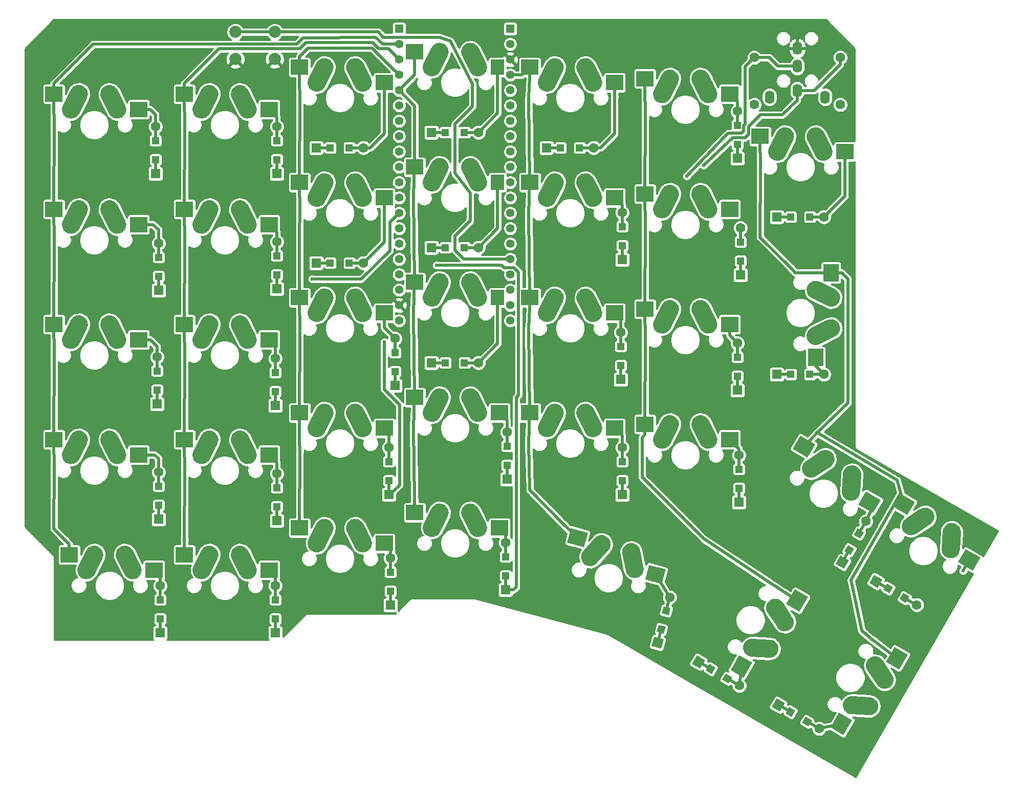
<source format=gtl>
G04 #@! TF.GenerationSoftware,KiCad,Pcbnew,(5.1.5)-3*
G04 #@! TF.CreationDate,2020-02-25T19:23:57+01:00*
G04 #@! TF.ProjectId,redox_rev1,7265646f-785f-4726-9576-312e6b696361,1.0*
G04 #@! TF.SameCoordinates,Original*
G04 #@! TF.FileFunction,Copper,L1,Top*
G04 #@! TF.FilePolarity,Positive*
%FSLAX46Y46*%
G04 Gerber Fmt 4.6, Leading zero omitted, Abs format (unit mm)*
G04 Created by KiCad (PCBNEW (5.1.5)-3) date 2020-02-25 19:23:57*
%MOMM*%
%LPD*%
G04 APERTURE LIST*
%ADD10R,2.850000X2.500000*%
%ADD11C,0.100000*%
%ADD12R,1.200000X1.200000*%
%ADD13C,1.600000*%
%ADD14R,1.600000X1.600000*%
%ADD15R,0.500000X2.500000*%
%ADD16R,2.500000X0.500000*%
%ADD17R,2.250000X2.500000*%
%ADD18R,1.400000X1.400000*%
%ADD19C,1.400000*%
%ADD20R,2.500000X2.850000*%
%ADD21C,2.000000*%
%ADD22O,1.600000X2.200000*%
%ADD23C,0.600000*%
%ADD24C,0.500000*%
%ADD25C,0.250000*%
G04 APERTURE END LIST*
D10*
X84790000Y-80645000D03*
X98806000Y-83185000D03*
G04 #@! TA.AperFunction,WasherPad*
D11*
G36*
X94166778Y-79151497D02*
G01*
X94311746Y-79177052D01*
X94453511Y-79216693D01*
X94590707Y-79270039D01*
X94722015Y-79336576D01*
X94846168Y-79415662D01*
X94961972Y-79506537D01*
X95068310Y-79608325D01*
X95164160Y-79720046D01*
X95248598Y-79840624D01*
X95321571Y-79970421D01*
X96593235Y-82520984D01*
X96652373Y-82655785D01*
X96698014Y-82795734D01*
X96729718Y-82939482D01*
X96747179Y-83085646D01*
X96750230Y-83232818D01*
X96738840Y-83379579D01*
X96713121Y-83524518D01*
X96673319Y-83666238D01*
X96619817Y-83803374D01*
X96553131Y-83934606D01*
X96473904Y-84058669D01*
X96382897Y-84174369D01*
X96280989Y-84280593D01*
X96169159Y-84376315D01*
X96048485Y-84460616D01*
X95921653Y-84531922D01*
X95921651Y-84531923D01*
X95786917Y-84591214D01*
X95647021Y-84637014D01*
X95503308Y-84668881D01*
X95357165Y-84686508D01*
X95209997Y-84689726D01*
X95063222Y-84678503D01*
X94918254Y-84652948D01*
X94776489Y-84613307D01*
X94639293Y-84559961D01*
X94507985Y-84493424D01*
X94383832Y-84414338D01*
X94268028Y-84323463D01*
X94161690Y-84221675D01*
X94065840Y-84109954D01*
X93981402Y-83989376D01*
X93908429Y-83859579D01*
X92636765Y-81309016D01*
X92577627Y-81174215D01*
X92531986Y-81034266D01*
X92500282Y-80890518D01*
X92482821Y-80744354D01*
X92479770Y-80597182D01*
X92491160Y-80450421D01*
X92516879Y-80305482D01*
X92556681Y-80163762D01*
X92610183Y-80026626D01*
X92676869Y-79895394D01*
X92756096Y-79771331D01*
X92847103Y-79655631D01*
X92949011Y-79549407D01*
X93060841Y-79453685D01*
X93181515Y-79369384D01*
X93308347Y-79298078D01*
X93308349Y-79298077D01*
X93443083Y-79238786D01*
X93582979Y-79192986D01*
X93726692Y-79161119D01*
X93872835Y-79143492D01*
X94020003Y-79140274D01*
X94166778Y-79151497D01*
G37*
G04 #@! TD.AperFunction*
G04 #@! TA.AperFunction,WasherPad*
G36*
X89005466Y-79143372D02*
G01*
X89151630Y-79160833D01*
X89295378Y-79192537D01*
X89435327Y-79238178D01*
X89571651Y-79298077D01*
X89571653Y-79298078D01*
X89699927Y-79370290D01*
X89820505Y-79454728D01*
X89932226Y-79550578D01*
X90034014Y-79656916D01*
X90124889Y-79772720D01*
X90203975Y-79896873D01*
X90270512Y-80028181D01*
X90323858Y-80165377D01*
X90363499Y-80307142D01*
X90389054Y-80452110D01*
X90400277Y-80598885D01*
X90397059Y-80746053D01*
X90379432Y-80892196D01*
X90347565Y-81035909D01*
X90301765Y-81175805D01*
X90243235Y-81309016D01*
X88971571Y-83859579D01*
X88899504Y-83987934D01*
X88815203Y-84108608D01*
X88719481Y-84220438D01*
X88613257Y-84322346D01*
X88497557Y-84413353D01*
X88373494Y-84492580D01*
X88242262Y-84559266D01*
X88105126Y-84612768D01*
X87963406Y-84652570D01*
X87818467Y-84678289D01*
X87671706Y-84689679D01*
X87524534Y-84686628D01*
X87378370Y-84669167D01*
X87234622Y-84637463D01*
X87094673Y-84591822D01*
X86958349Y-84531923D01*
X86958347Y-84531922D01*
X86830073Y-84459710D01*
X86709495Y-84375272D01*
X86597774Y-84279422D01*
X86495986Y-84173084D01*
X86405111Y-84057280D01*
X86326025Y-83933127D01*
X86259488Y-83801819D01*
X86206142Y-83664623D01*
X86166501Y-83522858D01*
X86140946Y-83377890D01*
X86129723Y-83231115D01*
X86132941Y-83083947D01*
X86150568Y-82937804D01*
X86182435Y-82794091D01*
X86228235Y-82654195D01*
X86286765Y-82520984D01*
X87558429Y-79970421D01*
X87630496Y-79842066D01*
X87714797Y-79721392D01*
X87810519Y-79609562D01*
X87916743Y-79507654D01*
X88032443Y-79416647D01*
X88156506Y-79337420D01*
X88287738Y-79270734D01*
X88424874Y-79217232D01*
X88566594Y-79177430D01*
X88711533Y-79151711D01*
X88858294Y-79140321D01*
X89005466Y-79143372D01*
G37*
G04 #@! TD.AperFunction*
G04 #@! TA.AperFunction,WasherPad*
G36*
X115756778Y-117251497D02*
G01*
X115901746Y-117277052D01*
X116043511Y-117316693D01*
X116180707Y-117370039D01*
X116312015Y-117436576D01*
X116436168Y-117515662D01*
X116551972Y-117606537D01*
X116658310Y-117708325D01*
X116754160Y-117820046D01*
X116838598Y-117940624D01*
X116911571Y-118070421D01*
X118183235Y-120620984D01*
X118242373Y-120755785D01*
X118288014Y-120895734D01*
X118319718Y-121039482D01*
X118337179Y-121185646D01*
X118340230Y-121332818D01*
X118328840Y-121479579D01*
X118303121Y-121624518D01*
X118263319Y-121766238D01*
X118209817Y-121903374D01*
X118143131Y-122034606D01*
X118063904Y-122158669D01*
X117972897Y-122274369D01*
X117870989Y-122380593D01*
X117759159Y-122476315D01*
X117638485Y-122560616D01*
X117511653Y-122631922D01*
X117511651Y-122631923D01*
X117376917Y-122691214D01*
X117237021Y-122737014D01*
X117093308Y-122768881D01*
X116947165Y-122786508D01*
X116799997Y-122789726D01*
X116653222Y-122778503D01*
X116508254Y-122752948D01*
X116366489Y-122713307D01*
X116229293Y-122659961D01*
X116097985Y-122593424D01*
X115973832Y-122514338D01*
X115858028Y-122423463D01*
X115751690Y-122321675D01*
X115655840Y-122209954D01*
X115571402Y-122089376D01*
X115498429Y-121959579D01*
X114226765Y-119409016D01*
X114167627Y-119274215D01*
X114121986Y-119134266D01*
X114090282Y-118990518D01*
X114072821Y-118844354D01*
X114069770Y-118697182D01*
X114081160Y-118550421D01*
X114106879Y-118405482D01*
X114146681Y-118263762D01*
X114200183Y-118126626D01*
X114266869Y-117995394D01*
X114346096Y-117871331D01*
X114437103Y-117755631D01*
X114539011Y-117649407D01*
X114650841Y-117553685D01*
X114771515Y-117469384D01*
X114898347Y-117398078D01*
X114898349Y-117398077D01*
X115033083Y-117338786D01*
X115172979Y-117292986D01*
X115316692Y-117261119D01*
X115462835Y-117243492D01*
X115610003Y-117240274D01*
X115756778Y-117251497D01*
G37*
G04 #@! TD.AperFunction*
D10*
X120396000Y-121285000D03*
X106380000Y-118745000D03*
G04 #@! TA.AperFunction,WasherPad*
D11*
G36*
X110595466Y-117243372D02*
G01*
X110741630Y-117260833D01*
X110885378Y-117292537D01*
X111025327Y-117338178D01*
X111161651Y-117398077D01*
X111161653Y-117398078D01*
X111289927Y-117470290D01*
X111410505Y-117554728D01*
X111522226Y-117650578D01*
X111624014Y-117756916D01*
X111714889Y-117872720D01*
X111793975Y-117996873D01*
X111860512Y-118128181D01*
X111913858Y-118265377D01*
X111953499Y-118407142D01*
X111979054Y-118552110D01*
X111990277Y-118698885D01*
X111987059Y-118846053D01*
X111969432Y-118992196D01*
X111937565Y-119135909D01*
X111891765Y-119275805D01*
X111833235Y-119409016D01*
X110561571Y-121959579D01*
X110489504Y-122087934D01*
X110405203Y-122208608D01*
X110309481Y-122320438D01*
X110203257Y-122422346D01*
X110087557Y-122513353D01*
X109963494Y-122592580D01*
X109832262Y-122659266D01*
X109695126Y-122712768D01*
X109553406Y-122752570D01*
X109408467Y-122778289D01*
X109261706Y-122789679D01*
X109114534Y-122786628D01*
X108968370Y-122769167D01*
X108824622Y-122737463D01*
X108684673Y-122691822D01*
X108548349Y-122631923D01*
X108548347Y-122631922D01*
X108420073Y-122559710D01*
X108299495Y-122475272D01*
X108187774Y-122379422D01*
X108085986Y-122273084D01*
X107995111Y-122157280D01*
X107916025Y-122033127D01*
X107849488Y-121901819D01*
X107796142Y-121764623D01*
X107756501Y-121622858D01*
X107730946Y-121477890D01*
X107719723Y-121331115D01*
X107722941Y-121183947D01*
X107740568Y-121037804D01*
X107772435Y-120894091D01*
X107818235Y-120754195D01*
X107876765Y-120620984D01*
X109148429Y-118070421D01*
X109220496Y-117942066D01*
X109304797Y-117821392D01*
X109400519Y-117709562D01*
X109506743Y-117607654D01*
X109622443Y-117516647D01*
X109746506Y-117437420D01*
X109877738Y-117370734D01*
X110014874Y-117317232D01*
X110156594Y-117277430D01*
X110301533Y-117251711D01*
X110448294Y-117240321D01*
X110595466Y-117243372D01*
G37*
G04 #@! TD.AperFunction*
D12*
X101600000Y-72441000D03*
X101600000Y-69291000D03*
D13*
X101600000Y-66966000D03*
D14*
X101600000Y-74766000D03*
D15*
X101600000Y-68166000D03*
X101600000Y-73566000D03*
D12*
X206705000Y-107950000D03*
X209855000Y-107950000D03*
D13*
X212180000Y-107950000D03*
D14*
X204380000Y-107950000D03*
D16*
X210980000Y-107950000D03*
X205580000Y-107950000D03*
D10*
X144480000Y-73660000D03*
G04 #@! TA.AperFunction,WasherPad*
D11*
G36*
X148695466Y-72158372D02*
G01*
X148841630Y-72175833D01*
X148985378Y-72207537D01*
X149125327Y-72253178D01*
X149261651Y-72313077D01*
X149261653Y-72313078D01*
X149389927Y-72385290D01*
X149510505Y-72469728D01*
X149622226Y-72565578D01*
X149724014Y-72671916D01*
X149814889Y-72787720D01*
X149893975Y-72911873D01*
X149960512Y-73043181D01*
X150013858Y-73180377D01*
X150053499Y-73322142D01*
X150079054Y-73467110D01*
X150090277Y-73613885D01*
X150087059Y-73761053D01*
X150069432Y-73907196D01*
X150037565Y-74050909D01*
X149991765Y-74190805D01*
X149933235Y-74324016D01*
X148661571Y-76874579D01*
X148589504Y-77002934D01*
X148505203Y-77123608D01*
X148409481Y-77235438D01*
X148303257Y-77337346D01*
X148187557Y-77428353D01*
X148063494Y-77507580D01*
X147932262Y-77574266D01*
X147795126Y-77627768D01*
X147653406Y-77667570D01*
X147508467Y-77693289D01*
X147361706Y-77704679D01*
X147214534Y-77701628D01*
X147068370Y-77684167D01*
X146924622Y-77652463D01*
X146784673Y-77606822D01*
X146648349Y-77546923D01*
X146648347Y-77546922D01*
X146520073Y-77474710D01*
X146399495Y-77390272D01*
X146287774Y-77294422D01*
X146185986Y-77188084D01*
X146095111Y-77072280D01*
X146016025Y-76948127D01*
X145949488Y-76816819D01*
X145896142Y-76679623D01*
X145856501Y-76537858D01*
X145830946Y-76392890D01*
X145819723Y-76246115D01*
X145822941Y-76098947D01*
X145840568Y-75952804D01*
X145872435Y-75809091D01*
X145918235Y-75669195D01*
X145976765Y-75535984D01*
X147248429Y-72985421D01*
X147320496Y-72857066D01*
X147404797Y-72736392D01*
X147500519Y-72624562D01*
X147606743Y-72522654D01*
X147722443Y-72431647D01*
X147846506Y-72352420D01*
X147977738Y-72285734D01*
X148114874Y-72232232D01*
X148256594Y-72192430D01*
X148401533Y-72166711D01*
X148548294Y-72155321D01*
X148695466Y-72158372D01*
G37*
G04 #@! TD.AperFunction*
G04 #@! TA.AperFunction,WasherPad*
G36*
X153856778Y-72166497D02*
G01*
X154001746Y-72192052D01*
X154143511Y-72231693D01*
X154280707Y-72285039D01*
X154412015Y-72351576D01*
X154536168Y-72430662D01*
X154651972Y-72521537D01*
X154758310Y-72623325D01*
X154854160Y-72735046D01*
X154938598Y-72855624D01*
X155011571Y-72985421D01*
X156283235Y-75535984D01*
X156342373Y-75670785D01*
X156388014Y-75810734D01*
X156419718Y-75954482D01*
X156437179Y-76100646D01*
X156440230Y-76247818D01*
X156428840Y-76394579D01*
X156403121Y-76539518D01*
X156363319Y-76681238D01*
X156309817Y-76818374D01*
X156243131Y-76949606D01*
X156163904Y-77073669D01*
X156072897Y-77189369D01*
X155970989Y-77295593D01*
X155859159Y-77391315D01*
X155738485Y-77475616D01*
X155611653Y-77546922D01*
X155611651Y-77546923D01*
X155476917Y-77606214D01*
X155337021Y-77652014D01*
X155193308Y-77683881D01*
X155047165Y-77701508D01*
X154899997Y-77704726D01*
X154753222Y-77693503D01*
X154608254Y-77667948D01*
X154466489Y-77628307D01*
X154329293Y-77574961D01*
X154197985Y-77508424D01*
X154073832Y-77429338D01*
X153958028Y-77338463D01*
X153851690Y-77236675D01*
X153755840Y-77124954D01*
X153671402Y-77004376D01*
X153598429Y-76874579D01*
X152326765Y-74324016D01*
X152267627Y-74189215D01*
X152221986Y-74049266D01*
X152190282Y-73905518D01*
X152172821Y-73759354D01*
X152169770Y-73612182D01*
X152181160Y-73465421D01*
X152206879Y-73320482D01*
X152246681Y-73178762D01*
X152300183Y-73041626D01*
X152366869Y-72910394D01*
X152446096Y-72786331D01*
X152537103Y-72670631D01*
X152639011Y-72564407D01*
X152750841Y-72468685D01*
X152871515Y-72384384D01*
X152998347Y-72313078D01*
X152998349Y-72313077D01*
X153133083Y-72253786D01*
X153272979Y-72207986D01*
X153416692Y-72176119D01*
X153562835Y-72158492D01*
X153710003Y-72155274D01*
X153856778Y-72166497D01*
G37*
G04 #@! TD.AperFunction*
D17*
X158196000Y-76200000D03*
G04 #@! TA.AperFunction,WasherPad*
D11*
G36*
X115756778Y-60101497D02*
G01*
X115901746Y-60127052D01*
X116043511Y-60166693D01*
X116180707Y-60220039D01*
X116312015Y-60286576D01*
X116436168Y-60365662D01*
X116551972Y-60456537D01*
X116658310Y-60558325D01*
X116754160Y-60670046D01*
X116838598Y-60790624D01*
X116911571Y-60920421D01*
X118183235Y-63470984D01*
X118242373Y-63605785D01*
X118288014Y-63745734D01*
X118319718Y-63889482D01*
X118337179Y-64035646D01*
X118340230Y-64182818D01*
X118328840Y-64329579D01*
X118303121Y-64474518D01*
X118263319Y-64616238D01*
X118209817Y-64753374D01*
X118143131Y-64884606D01*
X118063904Y-65008669D01*
X117972897Y-65124369D01*
X117870989Y-65230593D01*
X117759159Y-65326315D01*
X117638485Y-65410616D01*
X117511653Y-65481922D01*
X117511651Y-65481923D01*
X117376917Y-65541214D01*
X117237021Y-65587014D01*
X117093308Y-65618881D01*
X116947165Y-65636508D01*
X116799997Y-65639726D01*
X116653222Y-65628503D01*
X116508254Y-65602948D01*
X116366489Y-65563307D01*
X116229293Y-65509961D01*
X116097985Y-65443424D01*
X115973832Y-65364338D01*
X115858028Y-65273463D01*
X115751690Y-65171675D01*
X115655840Y-65059954D01*
X115571402Y-64939376D01*
X115498429Y-64809579D01*
X114226765Y-62259016D01*
X114167627Y-62124215D01*
X114121986Y-61984266D01*
X114090282Y-61840518D01*
X114072821Y-61694354D01*
X114069770Y-61547182D01*
X114081160Y-61400421D01*
X114106879Y-61255482D01*
X114146681Y-61113762D01*
X114200183Y-60976626D01*
X114266869Y-60845394D01*
X114346096Y-60721331D01*
X114437103Y-60605631D01*
X114539011Y-60499407D01*
X114650841Y-60403685D01*
X114771515Y-60319384D01*
X114898347Y-60248078D01*
X114898349Y-60248077D01*
X115033083Y-60188786D01*
X115172979Y-60142986D01*
X115316692Y-60111119D01*
X115462835Y-60093492D01*
X115610003Y-60090274D01*
X115756778Y-60101497D01*
G37*
G04 #@! TD.AperFunction*
D10*
X120396000Y-64135000D03*
X106380000Y-61595000D03*
G04 #@! TA.AperFunction,WasherPad*
D11*
G36*
X110595466Y-60093372D02*
G01*
X110741630Y-60110833D01*
X110885378Y-60142537D01*
X111025327Y-60188178D01*
X111161651Y-60248077D01*
X111161653Y-60248078D01*
X111289927Y-60320290D01*
X111410505Y-60404728D01*
X111522226Y-60500578D01*
X111624014Y-60606916D01*
X111714889Y-60722720D01*
X111793975Y-60846873D01*
X111860512Y-60978181D01*
X111913858Y-61115377D01*
X111953499Y-61257142D01*
X111979054Y-61402110D01*
X111990277Y-61548885D01*
X111987059Y-61696053D01*
X111969432Y-61842196D01*
X111937565Y-61985909D01*
X111891765Y-62125805D01*
X111833235Y-62259016D01*
X110561571Y-64809579D01*
X110489504Y-64937934D01*
X110405203Y-65058608D01*
X110309481Y-65170438D01*
X110203257Y-65272346D01*
X110087557Y-65363353D01*
X109963494Y-65442580D01*
X109832262Y-65509266D01*
X109695126Y-65562768D01*
X109553406Y-65602570D01*
X109408467Y-65628289D01*
X109261706Y-65639679D01*
X109114534Y-65636628D01*
X108968370Y-65619167D01*
X108824622Y-65587463D01*
X108684673Y-65541822D01*
X108548349Y-65481923D01*
X108548347Y-65481922D01*
X108420073Y-65409710D01*
X108299495Y-65325272D01*
X108187774Y-65229422D01*
X108085986Y-65123084D01*
X107995111Y-65007280D01*
X107916025Y-64883127D01*
X107849488Y-64751819D01*
X107796142Y-64614623D01*
X107756501Y-64472858D01*
X107730946Y-64327890D01*
X107719723Y-64181115D01*
X107722941Y-64033947D01*
X107740568Y-63887804D01*
X107772435Y-63744091D01*
X107818235Y-63604195D01*
X107876765Y-63470984D01*
X109148429Y-60920421D01*
X109220496Y-60792066D01*
X109304797Y-60671392D01*
X109400519Y-60559562D01*
X109506743Y-60457654D01*
X109622443Y-60366647D01*
X109746506Y-60287420D01*
X109877738Y-60220734D01*
X110014874Y-60167232D01*
X110156594Y-60127430D01*
X110301533Y-60101711D01*
X110448294Y-60090321D01*
X110595466Y-60093372D01*
G37*
G04 #@! TD.AperFunction*
D10*
X84790000Y-61595000D03*
X98806000Y-64135000D03*
G04 #@! TA.AperFunction,WasherPad*
D11*
G36*
X94166778Y-60101497D02*
G01*
X94311746Y-60127052D01*
X94453511Y-60166693D01*
X94590707Y-60220039D01*
X94722015Y-60286576D01*
X94846168Y-60365662D01*
X94961972Y-60456537D01*
X95068310Y-60558325D01*
X95164160Y-60670046D01*
X95248598Y-60790624D01*
X95321571Y-60920421D01*
X96593235Y-63470984D01*
X96652373Y-63605785D01*
X96698014Y-63745734D01*
X96729718Y-63889482D01*
X96747179Y-64035646D01*
X96750230Y-64182818D01*
X96738840Y-64329579D01*
X96713121Y-64474518D01*
X96673319Y-64616238D01*
X96619817Y-64753374D01*
X96553131Y-64884606D01*
X96473904Y-65008669D01*
X96382897Y-65124369D01*
X96280989Y-65230593D01*
X96169159Y-65326315D01*
X96048485Y-65410616D01*
X95921653Y-65481922D01*
X95921651Y-65481923D01*
X95786917Y-65541214D01*
X95647021Y-65587014D01*
X95503308Y-65618881D01*
X95357165Y-65636508D01*
X95209997Y-65639726D01*
X95063222Y-65628503D01*
X94918254Y-65602948D01*
X94776489Y-65563307D01*
X94639293Y-65509961D01*
X94507985Y-65443424D01*
X94383832Y-65364338D01*
X94268028Y-65273463D01*
X94161690Y-65171675D01*
X94065840Y-65059954D01*
X93981402Y-64939376D01*
X93908429Y-64809579D01*
X92636765Y-62259016D01*
X92577627Y-62124215D01*
X92531986Y-61984266D01*
X92500282Y-61840518D01*
X92482821Y-61694354D01*
X92479770Y-61547182D01*
X92491160Y-61400421D01*
X92516879Y-61255482D01*
X92556681Y-61113762D01*
X92610183Y-60976626D01*
X92676869Y-60845394D01*
X92756096Y-60721331D01*
X92847103Y-60605631D01*
X92949011Y-60499407D01*
X93060841Y-60403685D01*
X93181515Y-60319384D01*
X93308347Y-60248078D01*
X93308349Y-60248077D01*
X93443083Y-60188786D01*
X93582979Y-60142986D01*
X93726692Y-60111119D01*
X93872835Y-60093492D01*
X94020003Y-60090274D01*
X94166778Y-60101497D01*
G37*
G04 #@! TD.AperFunction*
G04 #@! TA.AperFunction,WasherPad*
G36*
X89005466Y-60093372D02*
G01*
X89151630Y-60110833D01*
X89295378Y-60142537D01*
X89435327Y-60188178D01*
X89571651Y-60248077D01*
X89571653Y-60248078D01*
X89699927Y-60320290D01*
X89820505Y-60404728D01*
X89932226Y-60500578D01*
X90034014Y-60606916D01*
X90124889Y-60722720D01*
X90203975Y-60846873D01*
X90270512Y-60978181D01*
X90323858Y-61115377D01*
X90363499Y-61257142D01*
X90389054Y-61402110D01*
X90400277Y-61548885D01*
X90397059Y-61696053D01*
X90379432Y-61842196D01*
X90347565Y-61985909D01*
X90301765Y-62125805D01*
X90243235Y-62259016D01*
X88971571Y-64809579D01*
X88899504Y-64937934D01*
X88815203Y-65058608D01*
X88719481Y-65170438D01*
X88613257Y-65272346D01*
X88497557Y-65363353D01*
X88373494Y-65442580D01*
X88242262Y-65509266D01*
X88105126Y-65562768D01*
X87963406Y-65602570D01*
X87818467Y-65628289D01*
X87671706Y-65639679D01*
X87524534Y-65636628D01*
X87378370Y-65619167D01*
X87234622Y-65587463D01*
X87094673Y-65541822D01*
X86958349Y-65481923D01*
X86958347Y-65481922D01*
X86830073Y-65409710D01*
X86709495Y-65325272D01*
X86597774Y-65229422D01*
X86495986Y-65123084D01*
X86405111Y-65007280D01*
X86326025Y-64883127D01*
X86259488Y-64751819D01*
X86206142Y-64614623D01*
X86166501Y-64472858D01*
X86140946Y-64327890D01*
X86129723Y-64181115D01*
X86132941Y-64033947D01*
X86150568Y-63887804D01*
X86182435Y-63744091D01*
X86228235Y-63604195D01*
X86286765Y-63470984D01*
X87558429Y-60920421D01*
X87630496Y-60792066D01*
X87714797Y-60671392D01*
X87810519Y-60559562D01*
X87916743Y-60457654D01*
X88032443Y-60366647D01*
X88156506Y-60287420D01*
X88287738Y-60220734D01*
X88424874Y-60167232D01*
X88566594Y-60127430D01*
X88711533Y-60101711D01*
X88858294Y-60090321D01*
X89005466Y-60093372D01*
G37*
G04 #@! TD.AperFunction*
D18*
X141894000Y-50800000D03*
D19*
X141894000Y-53340000D03*
X141894000Y-55880000D03*
X141894000Y-58420000D03*
X141894000Y-60960000D03*
X141894000Y-63500000D03*
X141894000Y-66040000D03*
X141894000Y-68580000D03*
X141894000Y-71120000D03*
X141894000Y-73660000D03*
X141894000Y-76200000D03*
X141894000Y-78740000D03*
X141894000Y-81280000D03*
X141894000Y-83820000D03*
X141894000Y-86360000D03*
X141894000Y-88900000D03*
X141894000Y-91440000D03*
X141894000Y-93980000D03*
X141894000Y-96520000D03*
X141894000Y-99060000D03*
X160274000Y-99060000D03*
X160274000Y-96520000D03*
X160274000Y-93980000D03*
X160274000Y-91440000D03*
X160274000Y-88900000D03*
X160274000Y-86360000D03*
X160274000Y-83820000D03*
X160274000Y-81280000D03*
X160274000Y-78740000D03*
X160274000Y-76200000D03*
X160274000Y-73660000D03*
X160274000Y-71120000D03*
X160274000Y-68580000D03*
X160274000Y-66040000D03*
X160274000Y-63500000D03*
X160274000Y-60960000D03*
X160274000Y-58420000D03*
X160274000Y-55880000D03*
X160274000Y-53340000D03*
D18*
X160274000Y-50800000D03*
G04 #@! TA.AperFunction,WasherPad*
D11*
G36*
X134806778Y-74706497D02*
G01*
X134951746Y-74732052D01*
X135093511Y-74771693D01*
X135230707Y-74825039D01*
X135362015Y-74891576D01*
X135486168Y-74970662D01*
X135601972Y-75061537D01*
X135708310Y-75163325D01*
X135804160Y-75275046D01*
X135888598Y-75395624D01*
X135961571Y-75525421D01*
X137233235Y-78075984D01*
X137292373Y-78210785D01*
X137338014Y-78350734D01*
X137369718Y-78494482D01*
X137387179Y-78640646D01*
X137390230Y-78787818D01*
X137378840Y-78934579D01*
X137353121Y-79079518D01*
X137313319Y-79221238D01*
X137259817Y-79358374D01*
X137193131Y-79489606D01*
X137113904Y-79613669D01*
X137022897Y-79729369D01*
X136920989Y-79835593D01*
X136809159Y-79931315D01*
X136688485Y-80015616D01*
X136561653Y-80086922D01*
X136561651Y-80086923D01*
X136426917Y-80146214D01*
X136287021Y-80192014D01*
X136143308Y-80223881D01*
X135997165Y-80241508D01*
X135849997Y-80244726D01*
X135703222Y-80233503D01*
X135558254Y-80207948D01*
X135416489Y-80168307D01*
X135279293Y-80114961D01*
X135147985Y-80048424D01*
X135023832Y-79969338D01*
X134908028Y-79878463D01*
X134801690Y-79776675D01*
X134705840Y-79664954D01*
X134621402Y-79544376D01*
X134548429Y-79414579D01*
X133276765Y-76864016D01*
X133217627Y-76729215D01*
X133171986Y-76589266D01*
X133140282Y-76445518D01*
X133122821Y-76299354D01*
X133119770Y-76152182D01*
X133131160Y-76005421D01*
X133156879Y-75860482D01*
X133196681Y-75718762D01*
X133250183Y-75581626D01*
X133316869Y-75450394D01*
X133396096Y-75326331D01*
X133487103Y-75210631D01*
X133589011Y-75104407D01*
X133700841Y-75008685D01*
X133821515Y-74924384D01*
X133948347Y-74853078D01*
X133948349Y-74853077D01*
X134083083Y-74793786D01*
X134222979Y-74747986D01*
X134366692Y-74716119D01*
X134512835Y-74698492D01*
X134660003Y-74695274D01*
X134806778Y-74706497D01*
G37*
G04 #@! TD.AperFunction*
D10*
X139446000Y-78740000D03*
X125430000Y-76200000D03*
G04 #@! TA.AperFunction,WasherPad*
D11*
G36*
X129645466Y-74698372D02*
G01*
X129791630Y-74715833D01*
X129935378Y-74747537D01*
X130075327Y-74793178D01*
X130211651Y-74853077D01*
X130211653Y-74853078D01*
X130339927Y-74925290D01*
X130460505Y-75009728D01*
X130572226Y-75105578D01*
X130674014Y-75211916D01*
X130764889Y-75327720D01*
X130843975Y-75451873D01*
X130910512Y-75583181D01*
X130963858Y-75720377D01*
X131003499Y-75862142D01*
X131029054Y-76007110D01*
X131040277Y-76153885D01*
X131037059Y-76301053D01*
X131019432Y-76447196D01*
X130987565Y-76590909D01*
X130941765Y-76730805D01*
X130883235Y-76864016D01*
X129611571Y-79414579D01*
X129539504Y-79542934D01*
X129455203Y-79663608D01*
X129359481Y-79775438D01*
X129253257Y-79877346D01*
X129137557Y-79968353D01*
X129013494Y-80047580D01*
X128882262Y-80114266D01*
X128745126Y-80167768D01*
X128603406Y-80207570D01*
X128458467Y-80233289D01*
X128311706Y-80244679D01*
X128164534Y-80241628D01*
X128018370Y-80224167D01*
X127874622Y-80192463D01*
X127734673Y-80146822D01*
X127598349Y-80086923D01*
X127598347Y-80086922D01*
X127470073Y-80014710D01*
X127349495Y-79930272D01*
X127237774Y-79834422D01*
X127135986Y-79728084D01*
X127045111Y-79612280D01*
X126966025Y-79488127D01*
X126899488Y-79356819D01*
X126846142Y-79219623D01*
X126806501Y-79077858D01*
X126780946Y-78932890D01*
X126769723Y-78786115D01*
X126772941Y-78638947D01*
X126790568Y-78492804D01*
X126822435Y-78349091D01*
X126868235Y-78209195D01*
X126926765Y-78075984D01*
X128198429Y-75525421D01*
X128270496Y-75397066D01*
X128354797Y-75276392D01*
X128450519Y-75164562D01*
X128556743Y-75062654D01*
X128672443Y-74971647D01*
X128796506Y-74892420D01*
X128927738Y-74825734D01*
X129064874Y-74772232D01*
X129206594Y-74732430D01*
X129351533Y-74706711D01*
X129498294Y-74695321D01*
X129645466Y-74698372D01*
G37*
G04 #@! TD.AperFunction*
G04 #@! TA.AperFunction,WasherPad*
G36*
X134806778Y-112806497D02*
G01*
X134951746Y-112832052D01*
X135093511Y-112871693D01*
X135230707Y-112925039D01*
X135362015Y-112991576D01*
X135486168Y-113070662D01*
X135601972Y-113161537D01*
X135708310Y-113263325D01*
X135804160Y-113375046D01*
X135888598Y-113495624D01*
X135961571Y-113625421D01*
X137233235Y-116175984D01*
X137292373Y-116310785D01*
X137338014Y-116450734D01*
X137369718Y-116594482D01*
X137387179Y-116740646D01*
X137390230Y-116887818D01*
X137378840Y-117034579D01*
X137353121Y-117179518D01*
X137313319Y-117321238D01*
X137259817Y-117458374D01*
X137193131Y-117589606D01*
X137113904Y-117713669D01*
X137022897Y-117829369D01*
X136920989Y-117935593D01*
X136809159Y-118031315D01*
X136688485Y-118115616D01*
X136561653Y-118186922D01*
X136561651Y-118186923D01*
X136426917Y-118246214D01*
X136287021Y-118292014D01*
X136143308Y-118323881D01*
X135997165Y-118341508D01*
X135849997Y-118344726D01*
X135703222Y-118333503D01*
X135558254Y-118307948D01*
X135416489Y-118268307D01*
X135279293Y-118214961D01*
X135147985Y-118148424D01*
X135023832Y-118069338D01*
X134908028Y-117978463D01*
X134801690Y-117876675D01*
X134705840Y-117764954D01*
X134621402Y-117644376D01*
X134548429Y-117514579D01*
X133276765Y-114964016D01*
X133217627Y-114829215D01*
X133171986Y-114689266D01*
X133140282Y-114545518D01*
X133122821Y-114399354D01*
X133119770Y-114252182D01*
X133131160Y-114105421D01*
X133156879Y-113960482D01*
X133196681Y-113818762D01*
X133250183Y-113681626D01*
X133316869Y-113550394D01*
X133396096Y-113426331D01*
X133487103Y-113310631D01*
X133589011Y-113204407D01*
X133700841Y-113108685D01*
X133821515Y-113024384D01*
X133948347Y-112953078D01*
X133948349Y-112953077D01*
X134083083Y-112893786D01*
X134222979Y-112847986D01*
X134366692Y-112816119D01*
X134512835Y-112798492D01*
X134660003Y-112795274D01*
X134806778Y-112806497D01*
G37*
G04 #@! TD.AperFunction*
D10*
X139446000Y-116840000D03*
X125430000Y-114300000D03*
G04 #@! TA.AperFunction,WasherPad*
D11*
G36*
X129645466Y-112798372D02*
G01*
X129791630Y-112815833D01*
X129935378Y-112847537D01*
X130075327Y-112893178D01*
X130211651Y-112953077D01*
X130211653Y-112953078D01*
X130339927Y-113025290D01*
X130460505Y-113109728D01*
X130572226Y-113205578D01*
X130674014Y-113311916D01*
X130764889Y-113427720D01*
X130843975Y-113551873D01*
X130910512Y-113683181D01*
X130963858Y-113820377D01*
X131003499Y-113962142D01*
X131029054Y-114107110D01*
X131040277Y-114253885D01*
X131037059Y-114401053D01*
X131019432Y-114547196D01*
X130987565Y-114690909D01*
X130941765Y-114830805D01*
X130883235Y-114964016D01*
X129611571Y-117514579D01*
X129539504Y-117642934D01*
X129455203Y-117763608D01*
X129359481Y-117875438D01*
X129253257Y-117977346D01*
X129137557Y-118068353D01*
X129013494Y-118147580D01*
X128882262Y-118214266D01*
X128745126Y-118267768D01*
X128603406Y-118307570D01*
X128458467Y-118333289D01*
X128311706Y-118344679D01*
X128164534Y-118341628D01*
X128018370Y-118324167D01*
X127874622Y-118292463D01*
X127734673Y-118246822D01*
X127598349Y-118186923D01*
X127598347Y-118186922D01*
X127470073Y-118114710D01*
X127349495Y-118030272D01*
X127237774Y-117934422D01*
X127135986Y-117828084D01*
X127045111Y-117712280D01*
X126966025Y-117588127D01*
X126899488Y-117456819D01*
X126846142Y-117319623D01*
X126806501Y-117177858D01*
X126780946Y-117032890D01*
X126769723Y-116886115D01*
X126772941Y-116738947D01*
X126790568Y-116592804D01*
X126822435Y-116449091D01*
X126868235Y-116309195D01*
X126926765Y-116175984D01*
X128198429Y-113625421D01*
X128270496Y-113497066D01*
X128354797Y-113376392D01*
X128450519Y-113264562D01*
X128556743Y-113162654D01*
X128672443Y-113071647D01*
X128796506Y-112992420D01*
X128927738Y-112925734D01*
X129064874Y-112872232D01*
X129206594Y-112832430D01*
X129351533Y-112806711D01*
X129498294Y-112795321D01*
X129645466Y-112798372D01*
G37*
G04 #@! TD.AperFunction*
G04 #@! TA.AperFunction,WasherPad*
G36*
X134806778Y-55656497D02*
G01*
X134951746Y-55682052D01*
X135093511Y-55721693D01*
X135230707Y-55775039D01*
X135362015Y-55841576D01*
X135486168Y-55920662D01*
X135601972Y-56011537D01*
X135708310Y-56113325D01*
X135804160Y-56225046D01*
X135888598Y-56345624D01*
X135961571Y-56475421D01*
X137233235Y-59025984D01*
X137292373Y-59160785D01*
X137338014Y-59300734D01*
X137369718Y-59444482D01*
X137387179Y-59590646D01*
X137390230Y-59737818D01*
X137378840Y-59884579D01*
X137353121Y-60029518D01*
X137313319Y-60171238D01*
X137259817Y-60308374D01*
X137193131Y-60439606D01*
X137113904Y-60563669D01*
X137022897Y-60679369D01*
X136920989Y-60785593D01*
X136809159Y-60881315D01*
X136688485Y-60965616D01*
X136561653Y-61036922D01*
X136561651Y-61036923D01*
X136426917Y-61096214D01*
X136287021Y-61142014D01*
X136143308Y-61173881D01*
X135997165Y-61191508D01*
X135849997Y-61194726D01*
X135703222Y-61183503D01*
X135558254Y-61157948D01*
X135416489Y-61118307D01*
X135279293Y-61064961D01*
X135147985Y-60998424D01*
X135023832Y-60919338D01*
X134908028Y-60828463D01*
X134801690Y-60726675D01*
X134705840Y-60614954D01*
X134621402Y-60494376D01*
X134548429Y-60364579D01*
X133276765Y-57814016D01*
X133217627Y-57679215D01*
X133171986Y-57539266D01*
X133140282Y-57395518D01*
X133122821Y-57249354D01*
X133119770Y-57102182D01*
X133131160Y-56955421D01*
X133156879Y-56810482D01*
X133196681Y-56668762D01*
X133250183Y-56531626D01*
X133316869Y-56400394D01*
X133396096Y-56276331D01*
X133487103Y-56160631D01*
X133589011Y-56054407D01*
X133700841Y-55958685D01*
X133821515Y-55874384D01*
X133948347Y-55803078D01*
X133948349Y-55803077D01*
X134083083Y-55743786D01*
X134222979Y-55697986D01*
X134366692Y-55666119D01*
X134512835Y-55648492D01*
X134660003Y-55645274D01*
X134806778Y-55656497D01*
G37*
G04 #@! TD.AperFunction*
D10*
X139446000Y-59690000D03*
X125430000Y-57150000D03*
G04 #@! TA.AperFunction,WasherPad*
D11*
G36*
X129645466Y-55648372D02*
G01*
X129791630Y-55665833D01*
X129935378Y-55697537D01*
X130075327Y-55743178D01*
X130211651Y-55803077D01*
X130211653Y-55803078D01*
X130339927Y-55875290D01*
X130460505Y-55959728D01*
X130572226Y-56055578D01*
X130674014Y-56161916D01*
X130764889Y-56277720D01*
X130843975Y-56401873D01*
X130910512Y-56533181D01*
X130963858Y-56670377D01*
X131003499Y-56812142D01*
X131029054Y-56957110D01*
X131040277Y-57103885D01*
X131037059Y-57251053D01*
X131019432Y-57397196D01*
X130987565Y-57540909D01*
X130941765Y-57680805D01*
X130883235Y-57814016D01*
X129611571Y-60364579D01*
X129539504Y-60492934D01*
X129455203Y-60613608D01*
X129359481Y-60725438D01*
X129253257Y-60827346D01*
X129137557Y-60918353D01*
X129013494Y-60997580D01*
X128882262Y-61064266D01*
X128745126Y-61117768D01*
X128603406Y-61157570D01*
X128458467Y-61183289D01*
X128311706Y-61194679D01*
X128164534Y-61191628D01*
X128018370Y-61174167D01*
X127874622Y-61142463D01*
X127734673Y-61096822D01*
X127598349Y-61036923D01*
X127598347Y-61036922D01*
X127470073Y-60964710D01*
X127349495Y-60880272D01*
X127237774Y-60784422D01*
X127135986Y-60678084D01*
X127045111Y-60562280D01*
X126966025Y-60438127D01*
X126899488Y-60306819D01*
X126846142Y-60169623D01*
X126806501Y-60027858D01*
X126780946Y-59882890D01*
X126769723Y-59736115D01*
X126772941Y-59588947D01*
X126790568Y-59442804D01*
X126822435Y-59299091D01*
X126868235Y-59159195D01*
X126926765Y-59025984D01*
X128198429Y-56475421D01*
X128270496Y-56347066D01*
X128354797Y-56226392D01*
X128450519Y-56114562D01*
X128556743Y-56012654D01*
X128672443Y-55921647D01*
X128796506Y-55842420D01*
X128927738Y-55775734D01*
X129064874Y-55722232D01*
X129206594Y-55682430D01*
X129351533Y-55656711D01*
X129498294Y-55645321D01*
X129645466Y-55648372D01*
G37*
G04 #@! TD.AperFunction*
G04 #@! TA.AperFunction,WasherPad*
G36*
X172906778Y-55656497D02*
G01*
X173051746Y-55682052D01*
X173193511Y-55721693D01*
X173330707Y-55775039D01*
X173462015Y-55841576D01*
X173586168Y-55920662D01*
X173701972Y-56011537D01*
X173808310Y-56113325D01*
X173904160Y-56225046D01*
X173988598Y-56345624D01*
X174061571Y-56475421D01*
X175333235Y-59025984D01*
X175392373Y-59160785D01*
X175438014Y-59300734D01*
X175469718Y-59444482D01*
X175487179Y-59590646D01*
X175490230Y-59737818D01*
X175478840Y-59884579D01*
X175453121Y-60029518D01*
X175413319Y-60171238D01*
X175359817Y-60308374D01*
X175293131Y-60439606D01*
X175213904Y-60563669D01*
X175122897Y-60679369D01*
X175020989Y-60785593D01*
X174909159Y-60881315D01*
X174788485Y-60965616D01*
X174661653Y-61036922D01*
X174661651Y-61036923D01*
X174526917Y-61096214D01*
X174387021Y-61142014D01*
X174243308Y-61173881D01*
X174097165Y-61191508D01*
X173949997Y-61194726D01*
X173803222Y-61183503D01*
X173658254Y-61157948D01*
X173516489Y-61118307D01*
X173379293Y-61064961D01*
X173247985Y-60998424D01*
X173123832Y-60919338D01*
X173008028Y-60828463D01*
X172901690Y-60726675D01*
X172805840Y-60614954D01*
X172721402Y-60494376D01*
X172648429Y-60364579D01*
X171376765Y-57814016D01*
X171317627Y-57679215D01*
X171271986Y-57539266D01*
X171240282Y-57395518D01*
X171222821Y-57249354D01*
X171219770Y-57102182D01*
X171231160Y-56955421D01*
X171256879Y-56810482D01*
X171296681Y-56668762D01*
X171350183Y-56531626D01*
X171416869Y-56400394D01*
X171496096Y-56276331D01*
X171587103Y-56160631D01*
X171689011Y-56054407D01*
X171800841Y-55958685D01*
X171921515Y-55874384D01*
X172048347Y-55803078D01*
X172048349Y-55803077D01*
X172183083Y-55743786D01*
X172322979Y-55697986D01*
X172466692Y-55666119D01*
X172612835Y-55648492D01*
X172760003Y-55645274D01*
X172906778Y-55656497D01*
G37*
G04 #@! TD.AperFunction*
D10*
X177546000Y-59690000D03*
X163530000Y-57150000D03*
G04 #@! TA.AperFunction,WasherPad*
D11*
G36*
X167745466Y-55648372D02*
G01*
X167891630Y-55665833D01*
X168035378Y-55697537D01*
X168175327Y-55743178D01*
X168311651Y-55803077D01*
X168311653Y-55803078D01*
X168439927Y-55875290D01*
X168560505Y-55959728D01*
X168672226Y-56055578D01*
X168774014Y-56161916D01*
X168864889Y-56277720D01*
X168943975Y-56401873D01*
X169010512Y-56533181D01*
X169063858Y-56670377D01*
X169103499Y-56812142D01*
X169129054Y-56957110D01*
X169140277Y-57103885D01*
X169137059Y-57251053D01*
X169119432Y-57397196D01*
X169087565Y-57540909D01*
X169041765Y-57680805D01*
X168983235Y-57814016D01*
X167711571Y-60364579D01*
X167639504Y-60492934D01*
X167555203Y-60613608D01*
X167459481Y-60725438D01*
X167353257Y-60827346D01*
X167237557Y-60918353D01*
X167113494Y-60997580D01*
X166982262Y-61064266D01*
X166845126Y-61117768D01*
X166703406Y-61157570D01*
X166558467Y-61183289D01*
X166411706Y-61194679D01*
X166264534Y-61191628D01*
X166118370Y-61174167D01*
X165974622Y-61142463D01*
X165834673Y-61096822D01*
X165698349Y-61036923D01*
X165698347Y-61036922D01*
X165570073Y-60964710D01*
X165449495Y-60880272D01*
X165337774Y-60784422D01*
X165235986Y-60678084D01*
X165145111Y-60562280D01*
X165066025Y-60438127D01*
X164999488Y-60306819D01*
X164946142Y-60169623D01*
X164906501Y-60027858D01*
X164880946Y-59882890D01*
X164869723Y-59736115D01*
X164872941Y-59588947D01*
X164890568Y-59442804D01*
X164922435Y-59299091D01*
X164968235Y-59159195D01*
X165026765Y-59025984D01*
X166298429Y-56475421D01*
X166370496Y-56347066D01*
X166454797Y-56226392D01*
X166550519Y-56114562D01*
X166656743Y-56012654D01*
X166772443Y-55921647D01*
X166896506Y-55842420D01*
X167027738Y-55775734D01*
X167164874Y-55722232D01*
X167306594Y-55682430D01*
X167451533Y-55656711D01*
X167598294Y-55645321D01*
X167745466Y-55648372D01*
G37*
G04 #@! TD.AperFunction*
G04 #@! TA.AperFunction,WasherPad*
G36*
X191956778Y-57561497D02*
G01*
X192101746Y-57587052D01*
X192243511Y-57626693D01*
X192380707Y-57680039D01*
X192512015Y-57746576D01*
X192636168Y-57825662D01*
X192751972Y-57916537D01*
X192858310Y-58018325D01*
X192954160Y-58130046D01*
X193038598Y-58250624D01*
X193111571Y-58380421D01*
X194383235Y-60930984D01*
X194442373Y-61065785D01*
X194488014Y-61205734D01*
X194519718Y-61349482D01*
X194537179Y-61495646D01*
X194540230Y-61642818D01*
X194528840Y-61789579D01*
X194503121Y-61934518D01*
X194463319Y-62076238D01*
X194409817Y-62213374D01*
X194343131Y-62344606D01*
X194263904Y-62468669D01*
X194172897Y-62584369D01*
X194070989Y-62690593D01*
X193959159Y-62786315D01*
X193838485Y-62870616D01*
X193711653Y-62941922D01*
X193711651Y-62941923D01*
X193576917Y-63001214D01*
X193437021Y-63047014D01*
X193293308Y-63078881D01*
X193147165Y-63096508D01*
X192999997Y-63099726D01*
X192853222Y-63088503D01*
X192708254Y-63062948D01*
X192566489Y-63023307D01*
X192429293Y-62969961D01*
X192297985Y-62903424D01*
X192173832Y-62824338D01*
X192058028Y-62733463D01*
X191951690Y-62631675D01*
X191855840Y-62519954D01*
X191771402Y-62399376D01*
X191698429Y-62269579D01*
X190426765Y-59719016D01*
X190367627Y-59584215D01*
X190321986Y-59444266D01*
X190290282Y-59300518D01*
X190272821Y-59154354D01*
X190269770Y-59007182D01*
X190281160Y-58860421D01*
X190306879Y-58715482D01*
X190346681Y-58573762D01*
X190400183Y-58436626D01*
X190466869Y-58305394D01*
X190546096Y-58181331D01*
X190637103Y-58065631D01*
X190739011Y-57959407D01*
X190850841Y-57863685D01*
X190971515Y-57779384D01*
X191098347Y-57708078D01*
X191098349Y-57708077D01*
X191233083Y-57648786D01*
X191372979Y-57602986D01*
X191516692Y-57571119D01*
X191662835Y-57553492D01*
X191810003Y-57550274D01*
X191956778Y-57561497D01*
G37*
G04 #@! TD.AperFunction*
D10*
X196596000Y-61595000D03*
X182580000Y-59055000D03*
G04 #@! TA.AperFunction,WasherPad*
D11*
G36*
X186795466Y-57553372D02*
G01*
X186941630Y-57570833D01*
X187085378Y-57602537D01*
X187225327Y-57648178D01*
X187361651Y-57708077D01*
X187361653Y-57708078D01*
X187489927Y-57780290D01*
X187610505Y-57864728D01*
X187722226Y-57960578D01*
X187824014Y-58066916D01*
X187914889Y-58182720D01*
X187993975Y-58306873D01*
X188060512Y-58438181D01*
X188113858Y-58575377D01*
X188153499Y-58717142D01*
X188179054Y-58862110D01*
X188190277Y-59008885D01*
X188187059Y-59156053D01*
X188169432Y-59302196D01*
X188137565Y-59445909D01*
X188091765Y-59585805D01*
X188033235Y-59719016D01*
X186761571Y-62269579D01*
X186689504Y-62397934D01*
X186605203Y-62518608D01*
X186509481Y-62630438D01*
X186403257Y-62732346D01*
X186287557Y-62823353D01*
X186163494Y-62902580D01*
X186032262Y-62969266D01*
X185895126Y-63022768D01*
X185753406Y-63062570D01*
X185608467Y-63088289D01*
X185461706Y-63099679D01*
X185314534Y-63096628D01*
X185168370Y-63079167D01*
X185024622Y-63047463D01*
X184884673Y-63001822D01*
X184748349Y-62941923D01*
X184748347Y-62941922D01*
X184620073Y-62869710D01*
X184499495Y-62785272D01*
X184387774Y-62689422D01*
X184285986Y-62583084D01*
X184195111Y-62467280D01*
X184116025Y-62343127D01*
X184049488Y-62211819D01*
X183996142Y-62074623D01*
X183956501Y-61932858D01*
X183930946Y-61787890D01*
X183919723Y-61641115D01*
X183922941Y-61493947D01*
X183940568Y-61347804D01*
X183972435Y-61204091D01*
X184018235Y-61064195D01*
X184076765Y-60930984D01*
X185348429Y-58380421D01*
X185420496Y-58252066D01*
X185504797Y-58131392D01*
X185600519Y-58019562D01*
X185706743Y-57917654D01*
X185822443Y-57826647D01*
X185946506Y-57747420D01*
X186077738Y-57680734D01*
X186214874Y-57627232D01*
X186356594Y-57587430D01*
X186501533Y-57561711D01*
X186648294Y-57550321D01*
X186795466Y-57553372D01*
G37*
G04 #@! TD.AperFunction*
G04 #@! TA.AperFunction,WasherPad*
G36*
X211006778Y-67086497D02*
G01*
X211151746Y-67112052D01*
X211293511Y-67151693D01*
X211430707Y-67205039D01*
X211562015Y-67271576D01*
X211686168Y-67350662D01*
X211801972Y-67441537D01*
X211908310Y-67543325D01*
X212004160Y-67655046D01*
X212088598Y-67775624D01*
X212161571Y-67905421D01*
X213433235Y-70455984D01*
X213492373Y-70590785D01*
X213538014Y-70730734D01*
X213569718Y-70874482D01*
X213587179Y-71020646D01*
X213590230Y-71167818D01*
X213578840Y-71314579D01*
X213553121Y-71459518D01*
X213513319Y-71601238D01*
X213459817Y-71738374D01*
X213393131Y-71869606D01*
X213313904Y-71993669D01*
X213222897Y-72109369D01*
X213120989Y-72215593D01*
X213009159Y-72311315D01*
X212888485Y-72395616D01*
X212761653Y-72466922D01*
X212761651Y-72466923D01*
X212626917Y-72526214D01*
X212487021Y-72572014D01*
X212343308Y-72603881D01*
X212197165Y-72621508D01*
X212049997Y-72624726D01*
X211903222Y-72613503D01*
X211758254Y-72587948D01*
X211616489Y-72548307D01*
X211479293Y-72494961D01*
X211347985Y-72428424D01*
X211223832Y-72349338D01*
X211108028Y-72258463D01*
X211001690Y-72156675D01*
X210905840Y-72044954D01*
X210821402Y-71924376D01*
X210748429Y-71794579D01*
X209476765Y-69244016D01*
X209417627Y-69109215D01*
X209371986Y-68969266D01*
X209340282Y-68825518D01*
X209322821Y-68679354D01*
X209319770Y-68532182D01*
X209331160Y-68385421D01*
X209356879Y-68240482D01*
X209396681Y-68098762D01*
X209450183Y-67961626D01*
X209516869Y-67830394D01*
X209596096Y-67706331D01*
X209687103Y-67590631D01*
X209789011Y-67484407D01*
X209900841Y-67388685D01*
X210021515Y-67304384D01*
X210148347Y-67233078D01*
X210148349Y-67233077D01*
X210283083Y-67173786D01*
X210422979Y-67127986D01*
X210566692Y-67096119D01*
X210712835Y-67078492D01*
X210860003Y-67075274D01*
X211006778Y-67086497D01*
G37*
G04 #@! TD.AperFunction*
D10*
X215646000Y-71120000D03*
X201630000Y-68580000D03*
G04 #@! TA.AperFunction,WasherPad*
D11*
G36*
X205845466Y-67078372D02*
G01*
X205991630Y-67095833D01*
X206135378Y-67127537D01*
X206275327Y-67173178D01*
X206411651Y-67233077D01*
X206411653Y-67233078D01*
X206539927Y-67305290D01*
X206660505Y-67389728D01*
X206772226Y-67485578D01*
X206874014Y-67591916D01*
X206964889Y-67707720D01*
X207043975Y-67831873D01*
X207110512Y-67963181D01*
X207163858Y-68100377D01*
X207203499Y-68242142D01*
X207229054Y-68387110D01*
X207240277Y-68533885D01*
X207237059Y-68681053D01*
X207219432Y-68827196D01*
X207187565Y-68970909D01*
X207141765Y-69110805D01*
X207083235Y-69244016D01*
X205811571Y-71794579D01*
X205739504Y-71922934D01*
X205655203Y-72043608D01*
X205559481Y-72155438D01*
X205453257Y-72257346D01*
X205337557Y-72348353D01*
X205213494Y-72427580D01*
X205082262Y-72494266D01*
X204945126Y-72547768D01*
X204803406Y-72587570D01*
X204658467Y-72613289D01*
X204511706Y-72624679D01*
X204364534Y-72621628D01*
X204218370Y-72604167D01*
X204074622Y-72572463D01*
X203934673Y-72526822D01*
X203798349Y-72466923D01*
X203798347Y-72466922D01*
X203670073Y-72394710D01*
X203549495Y-72310272D01*
X203437774Y-72214422D01*
X203335986Y-72108084D01*
X203245111Y-71992280D01*
X203166025Y-71868127D01*
X203099488Y-71736819D01*
X203046142Y-71599623D01*
X203006501Y-71457858D01*
X202980946Y-71312890D01*
X202969723Y-71166115D01*
X202972941Y-71018947D01*
X202990568Y-70872804D01*
X203022435Y-70729091D01*
X203068235Y-70589195D01*
X203126765Y-70455984D01*
X204398429Y-67905421D01*
X204470496Y-67777066D01*
X204554797Y-67656392D01*
X204650519Y-67544562D01*
X204756743Y-67442654D01*
X204872443Y-67351647D01*
X204996506Y-67272420D01*
X205127738Y-67205734D01*
X205264874Y-67152232D01*
X205406594Y-67112430D01*
X205551533Y-67086711D01*
X205698294Y-67075321D01*
X205845466Y-67078372D01*
G37*
G04 #@! TD.AperFunction*
G04 #@! TA.AperFunction,WasherPad*
G36*
X115756778Y-79151497D02*
G01*
X115901746Y-79177052D01*
X116043511Y-79216693D01*
X116180707Y-79270039D01*
X116312015Y-79336576D01*
X116436168Y-79415662D01*
X116551972Y-79506537D01*
X116658310Y-79608325D01*
X116754160Y-79720046D01*
X116838598Y-79840624D01*
X116911571Y-79970421D01*
X118183235Y-82520984D01*
X118242373Y-82655785D01*
X118288014Y-82795734D01*
X118319718Y-82939482D01*
X118337179Y-83085646D01*
X118340230Y-83232818D01*
X118328840Y-83379579D01*
X118303121Y-83524518D01*
X118263319Y-83666238D01*
X118209817Y-83803374D01*
X118143131Y-83934606D01*
X118063904Y-84058669D01*
X117972897Y-84174369D01*
X117870989Y-84280593D01*
X117759159Y-84376315D01*
X117638485Y-84460616D01*
X117511653Y-84531922D01*
X117511651Y-84531923D01*
X117376917Y-84591214D01*
X117237021Y-84637014D01*
X117093308Y-84668881D01*
X116947165Y-84686508D01*
X116799997Y-84689726D01*
X116653222Y-84678503D01*
X116508254Y-84652948D01*
X116366489Y-84613307D01*
X116229293Y-84559961D01*
X116097985Y-84493424D01*
X115973832Y-84414338D01*
X115858028Y-84323463D01*
X115751690Y-84221675D01*
X115655840Y-84109954D01*
X115571402Y-83989376D01*
X115498429Y-83859579D01*
X114226765Y-81309016D01*
X114167627Y-81174215D01*
X114121986Y-81034266D01*
X114090282Y-80890518D01*
X114072821Y-80744354D01*
X114069770Y-80597182D01*
X114081160Y-80450421D01*
X114106879Y-80305482D01*
X114146681Y-80163762D01*
X114200183Y-80026626D01*
X114266869Y-79895394D01*
X114346096Y-79771331D01*
X114437103Y-79655631D01*
X114539011Y-79549407D01*
X114650841Y-79453685D01*
X114771515Y-79369384D01*
X114898347Y-79298078D01*
X114898349Y-79298077D01*
X115033083Y-79238786D01*
X115172979Y-79192986D01*
X115316692Y-79161119D01*
X115462835Y-79143492D01*
X115610003Y-79140274D01*
X115756778Y-79151497D01*
G37*
G04 #@! TD.AperFunction*
D10*
X120396000Y-83185000D03*
X106380000Y-80645000D03*
G04 #@! TA.AperFunction,WasherPad*
D11*
G36*
X110595466Y-79143372D02*
G01*
X110741630Y-79160833D01*
X110885378Y-79192537D01*
X111025327Y-79238178D01*
X111161651Y-79298077D01*
X111161653Y-79298078D01*
X111289927Y-79370290D01*
X111410505Y-79454728D01*
X111522226Y-79550578D01*
X111624014Y-79656916D01*
X111714889Y-79772720D01*
X111793975Y-79896873D01*
X111860512Y-80028181D01*
X111913858Y-80165377D01*
X111953499Y-80307142D01*
X111979054Y-80452110D01*
X111990277Y-80598885D01*
X111987059Y-80746053D01*
X111969432Y-80892196D01*
X111937565Y-81035909D01*
X111891765Y-81175805D01*
X111833235Y-81309016D01*
X110561571Y-83859579D01*
X110489504Y-83987934D01*
X110405203Y-84108608D01*
X110309481Y-84220438D01*
X110203257Y-84322346D01*
X110087557Y-84413353D01*
X109963494Y-84492580D01*
X109832262Y-84559266D01*
X109695126Y-84612768D01*
X109553406Y-84652570D01*
X109408467Y-84678289D01*
X109261706Y-84689679D01*
X109114534Y-84686628D01*
X108968370Y-84669167D01*
X108824622Y-84637463D01*
X108684673Y-84591822D01*
X108548349Y-84531923D01*
X108548347Y-84531922D01*
X108420073Y-84459710D01*
X108299495Y-84375272D01*
X108187774Y-84279422D01*
X108085986Y-84173084D01*
X107995111Y-84057280D01*
X107916025Y-83933127D01*
X107849488Y-83801819D01*
X107796142Y-83664623D01*
X107756501Y-83522858D01*
X107730946Y-83377890D01*
X107719723Y-83231115D01*
X107722941Y-83083947D01*
X107740568Y-82937804D01*
X107772435Y-82794091D01*
X107818235Y-82654195D01*
X107876765Y-82520984D01*
X109148429Y-79970421D01*
X109220496Y-79842066D01*
X109304797Y-79721392D01*
X109400519Y-79609562D01*
X109506743Y-79507654D01*
X109622443Y-79416647D01*
X109746506Y-79337420D01*
X109877738Y-79270734D01*
X110014874Y-79217232D01*
X110156594Y-79177430D01*
X110301533Y-79151711D01*
X110448294Y-79140321D01*
X110595466Y-79143372D01*
G37*
G04 #@! TD.AperFunction*
G04 #@! TA.AperFunction,WasherPad*
G36*
X172906778Y-74706497D02*
G01*
X173051746Y-74732052D01*
X173193511Y-74771693D01*
X173330707Y-74825039D01*
X173462015Y-74891576D01*
X173586168Y-74970662D01*
X173701972Y-75061537D01*
X173808310Y-75163325D01*
X173904160Y-75275046D01*
X173988598Y-75395624D01*
X174061571Y-75525421D01*
X175333235Y-78075984D01*
X175392373Y-78210785D01*
X175438014Y-78350734D01*
X175469718Y-78494482D01*
X175487179Y-78640646D01*
X175490230Y-78787818D01*
X175478840Y-78934579D01*
X175453121Y-79079518D01*
X175413319Y-79221238D01*
X175359817Y-79358374D01*
X175293131Y-79489606D01*
X175213904Y-79613669D01*
X175122897Y-79729369D01*
X175020989Y-79835593D01*
X174909159Y-79931315D01*
X174788485Y-80015616D01*
X174661653Y-80086922D01*
X174661651Y-80086923D01*
X174526917Y-80146214D01*
X174387021Y-80192014D01*
X174243308Y-80223881D01*
X174097165Y-80241508D01*
X173949997Y-80244726D01*
X173803222Y-80233503D01*
X173658254Y-80207948D01*
X173516489Y-80168307D01*
X173379293Y-80114961D01*
X173247985Y-80048424D01*
X173123832Y-79969338D01*
X173008028Y-79878463D01*
X172901690Y-79776675D01*
X172805840Y-79664954D01*
X172721402Y-79544376D01*
X172648429Y-79414579D01*
X171376765Y-76864016D01*
X171317627Y-76729215D01*
X171271986Y-76589266D01*
X171240282Y-76445518D01*
X171222821Y-76299354D01*
X171219770Y-76152182D01*
X171231160Y-76005421D01*
X171256879Y-75860482D01*
X171296681Y-75718762D01*
X171350183Y-75581626D01*
X171416869Y-75450394D01*
X171496096Y-75326331D01*
X171587103Y-75210631D01*
X171689011Y-75104407D01*
X171800841Y-75008685D01*
X171921515Y-74924384D01*
X172048347Y-74853078D01*
X172048349Y-74853077D01*
X172183083Y-74793786D01*
X172322979Y-74747986D01*
X172466692Y-74716119D01*
X172612835Y-74698492D01*
X172760003Y-74695274D01*
X172906778Y-74706497D01*
G37*
G04 #@! TD.AperFunction*
D10*
X177546000Y-78740000D03*
X163530000Y-76200000D03*
G04 #@! TA.AperFunction,WasherPad*
D11*
G36*
X167745466Y-74698372D02*
G01*
X167891630Y-74715833D01*
X168035378Y-74747537D01*
X168175327Y-74793178D01*
X168311651Y-74853077D01*
X168311653Y-74853078D01*
X168439927Y-74925290D01*
X168560505Y-75009728D01*
X168672226Y-75105578D01*
X168774014Y-75211916D01*
X168864889Y-75327720D01*
X168943975Y-75451873D01*
X169010512Y-75583181D01*
X169063858Y-75720377D01*
X169103499Y-75862142D01*
X169129054Y-76007110D01*
X169140277Y-76153885D01*
X169137059Y-76301053D01*
X169119432Y-76447196D01*
X169087565Y-76590909D01*
X169041765Y-76730805D01*
X168983235Y-76864016D01*
X167711571Y-79414579D01*
X167639504Y-79542934D01*
X167555203Y-79663608D01*
X167459481Y-79775438D01*
X167353257Y-79877346D01*
X167237557Y-79968353D01*
X167113494Y-80047580D01*
X166982262Y-80114266D01*
X166845126Y-80167768D01*
X166703406Y-80207570D01*
X166558467Y-80233289D01*
X166411706Y-80244679D01*
X166264534Y-80241628D01*
X166118370Y-80224167D01*
X165974622Y-80192463D01*
X165834673Y-80146822D01*
X165698349Y-80086923D01*
X165698347Y-80086922D01*
X165570073Y-80014710D01*
X165449495Y-79930272D01*
X165337774Y-79834422D01*
X165235986Y-79728084D01*
X165145111Y-79612280D01*
X165066025Y-79488127D01*
X164999488Y-79356819D01*
X164946142Y-79219623D01*
X164906501Y-79077858D01*
X164880946Y-78932890D01*
X164869723Y-78786115D01*
X164872941Y-78638947D01*
X164890568Y-78492804D01*
X164922435Y-78349091D01*
X164968235Y-78209195D01*
X165026765Y-78075984D01*
X166298429Y-75525421D01*
X166370496Y-75397066D01*
X166454797Y-75276392D01*
X166550519Y-75164562D01*
X166656743Y-75062654D01*
X166772443Y-74971647D01*
X166896506Y-74892420D01*
X167027738Y-74825734D01*
X167164874Y-74772232D01*
X167306594Y-74732430D01*
X167451533Y-74706711D01*
X167598294Y-74695321D01*
X167745466Y-74698372D01*
G37*
G04 #@! TD.AperFunction*
G04 #@! TA.AperFunction,WasherPad*
G36*
X191956778Y-76611497D02*
G01*
X192101746Y-76637052D01*
X192243511Y-76676693D01*
X192380707Y-76730039D01*
X192512015Y-76796576D01*
X192636168Y-76875662D01*
X192751972Y-76966537D01*
X192858310Y-77068325D01*
X192954160Y-77180046D01*
X193038598Y-77300624D01*
X193111571Y-77430421D01*
X194383235Y-79980984D01*
X194442373Y-80115785D01*
X194488014Y-80255734D01*
X194519718Y-80399482D01*
X194537179Y-80545646D01*
X194540230Y-80692818D01*
X194528840Y-80839579D01*
X194503121Y-80984518D01*
X194463319Y-81126238D01*
X194409817Y-81263374D01*
X194343131Y-81394606D01*
X194263904Y-81518669D01*
X194172897Y-81634369D01*
X194070989Y-81740593D01*
X193959159Y-81836315D01*
X193838485Y-81920616D01*
X193711653Y-81991922D01*
X193711651Y-81991923D01*
X193576917Y-82051214D01*
X193437021Y-82097014D01*
X193293308Y-82128881D01*
X193147165Y-82146508D01*
X192999997Y-82149726D01*
X192853222Y-82138503D01*
X192708254Y-82112948D01*
X192566489Y-82073307D01*
X192429293Y-82019961D01*
X192297985Y-81953424D01*
X192173832Y-81874338D01*
X192058028Y-81783463D01*
X191951690Y-81681675D01*
X191855840Y-81569954D01*
X191771402Y-81449376D01*
X191698429Y-81319579D01*
X190426765Y-78769016D01*
X190367627Y-78634215D01*
X190321986Y-78494266D01*
X190290282Y-78350518D01*
X190272821Y-78204354D01*
X190269770Y-78057182D01*
X190281160Y-77910421D01*
X190306879Y-77765482D01*
X190346681Y-77623762D01*
X190400183Y-77486626D01*
X190466869Y-77355394D01*
X190546096Y-77231331D01*
X190637103Y-77115631D01*
X190739011Y-77009407D01*
X190850841Y-76913685D01*
X190971515Y-76829384D01*
X191098347Y-76758078D01*
X191098349Y-76758077D01*
X191233083Y-76698786D01*
X191372979Y-76652986D01*
X191516692Y-76621119D01*
X191662835Y-76603492D01*
X191810003Y-76600274D01*
X191956778Y-76611497D01*
G37*
G04 #@! TD.AperFunction*
D10*
X196596000Y-80645000D03*
X182580000Y-78105000D03*
G04 #@! TA.AperFunction,WasherPad*
D11*
G36*
X186795466Y-76603372D02*
G01*
X186941630Y-76620833D01*
X187085378Y-76652537D01*
X187225327Y-76698178D01*
X187361651Y-76758077D01*
X187361653Y-76758078D01*
X187489927Y-76830290D01*
X187610505Y-76914728D01*
X187722226Y-77010578D01*
X187824014Y-77116916D01*
X187914889Y-77232720D01*
X187993975Y-77356873D01*
X188060512Y-77488181D01*
X188113858Y-77625377D01*
X188153499Y-77767142D01*
X188179054Y-77912110D01*
X188190277Y-78058885D01*
X188187059Y-78206053D01*
X188169432Y-78352196D01*
X188137565Y-78495909D01*
X188091765Y-78635805D01*
X188033235Y-78769016D01*
X186761571Y-81319579D01*
X186689504Y-81447934D01*
X186605203Y-81568608D01*
X186509481Y-81680438D01*
X186403257Y-81782346D01*
X186287557Y-81873353D01*
X186163494Y-81952580D01*
X186032262Y-82019266D01*
X185895126Y-82072768D01*
X185753406Y-82112570D01*
X185608467Y-82138289D01*
X185461706Y-82149679D01*
X185314534Y-82146628D01*
X185168370Y-82129167D01*
X185024622Y-82097463D01*
X184884673Y-82051822D01*
X184748349Y-81991923D01*
X184748347Y-81991922D01*
X184620073Y-81919710D01*
X184499495Y-81835272D01*
X184387774Y-81739422D01*
X184285986Y-81633084D01*
X184195111Y-81517280D01*
X184116025Y-81393127D01*
X184049488Y-81261819D01*
X183996142Y-81124623D01*
X183956501Y-80982858D01*
X183930946Y-80837890D01*
X183919723Y-80691115D01*
X183922941Y-80543947D01*
X183940568Y-80397804D01*
X183972435Y-80254091D01*
X184018235Y-80114195D01*
X184076765Y-79980984D01*
X185348429Y-77430421D01*
X185420496Y-77302066D01*
X185504797Y-77181392D01*
X185600519Y-77069562D01*
X185706743Y-76967654D01*
X185822443Y-76876647D01*
X185946506Y-76797420D01*
X186077738Y-76730734D01*
X186214874Y-76677232D01*
X186356594Y-76637430D01*
X186501533Y-76611711D01*
X186648294Y-76600321D01*
X186795466Y-76603372D01*
G37*
G04 #@! TD.AperFunction*
D20*
X213360000Y-91140000D03*
X210820000Y-105156000D03*
G04 #@! TA.AperFunction,WasherPad*
D11*
G36*
X213554579Y-98841160D02*
G01*
X213699518Y-98866879D01*
X213841238Y-98906681D01*
X213978374Y-98960183D01*
X214109606Y-99026869D01*
X214233669Y-99106096D01*
X214349369Y-99197103D01*
X214455593Y-99299011D01*
X214551315Y-99410841D01*
X214635616Y-99531515D01*
X214706922Y-99658347D01*
X214706923Y-99658349D01*
X214766214Y-99793083D01*
X214812014Y-99932979D01*
X214843881Y-100076692D01*
X214861508Y-100222835D01*
X214864726Y-100370003D01*
X214853503Y-100516778D01*
X214827948Y-100661746D01*
X214788307Y-100803511D01*
X214734961Y-100940707D01*
X214668424Y-101072015D01*
X214589338Y-101196168D01*
X214498463Y-101311972D01*
X214396675Y-101418310D01*
X214284954Y-101514160D01*
X214164376Y-101598598D01*
X214034579Y-101671571D01*
X211484016Y-102943235D01*
X211349215Y-103002373D01*
X211209266Y-103048014D01*
X211065518Y-103079718D01*
X210919354Y-103097179D01*
X210772182Y-103100230D01*
X210625421Y-103088840D01*
X210480482Y-103063121D01*
X210338762Y-103023319D01*
X210201626Y-102969817D01*
X210070394Y-102903131D01*
X209946331Y-102823904D01*
X209830631Y-102732897D01*
X209724407Y-102630989D01*
X209628685Y-102519159D01*
X209544384Y-102398485D01*
X209473078Y-102271653D01*
X209473077Y-102271651D01*
X209413786Y-102136917D01*
X209367986Y-101997021D01*
X209336119Y-101853308D01*
X209318492Y-101707165D01*
X209315274Y-101559997D01*
X209326497Y-101413222D01*
X209352052Y-101268254D01*
X209391693Y-101126489D01*
X209445039Y-100989293D01*
X209511576Y-100857985D01*
X209590662Y-100733832D01*
X209681537Y-100618028D01*
X209783325Y-100511690D01*
X209895046Y-100415840D01*
X210015624Y-100331402D01*
X210145421Y-100258429D01*
X212695984Y-98986765D01*
X212830785Y-98927627D01*
X212970734Y-98881986D01*
X213114482Y-98850282D01*
X213260646Y-98832821D01*
X213407818Y-98829770D01*
X213554579Y-98841160D01*
G37*
G04 #@! TD.AperFunction*
G04 #@! TA.AperFunction,WasherPad*
G36*
X210921053Y-92482941D02*
G01*
X211067196Y-92500568D01*
X211210909Y-92532435D01*
X211350805Y-92578235D01*
X211484016Y-92636765D01*
X214034579Y-93908429D01*
X214162934Y-93980496D01*
X214283608Y-94064797D01*
X214395438Y-94160519D01*
X214497346Y-94266743D01*
X214588353Y-94382443D01*
X214667580Y-94506506D01*
X214734266Y-94637738D01*
X214787768Y-94774874D01*
X214827570Y-94916594D01*
X214853289Y-95061533D01*
X214864679Y-95208294D01*
X214861628Y-95355466D01*
X214844167Y-95501630D01*
X214812463Y-95645378D01*
X214766822Y-95785327D01*
X214706923Y-95921651D01*
X214706922Y-95921653D01*
X214634710Y-96049927D01*
X214550272Y-96170505D01*
X214454422Y-96282226D01*
X214348084Y-96384014D01*
X214232280Y-96474889D01*
X214108127Y-96553975D01*
X213976819Y-96620512D01*
X213839623Y-96673858D01*
X213697858Y-96713499D01*
X213552890Y-96739054D01*
X213406115Y-96750277D01*
X213258947Y-96747059D01*
X213112804Y-96729432D01*
X212969091Y-96697565D01*
X212829195Y-96651765D01*
X212695984Y-96593235D01*
X210145421Y-95321571D01*
X210017066Y-95249504D01*
X209896392Y-95165203D01*
X209784562Y-95069481D01*
X209682654Y-94963257D01*
X209591647Y-94847557D01*
X209512420Y-94723494D01*
X209445734Y-94592262D01*
X209392232Y-94455126D01*
X209352430Y-94313406D01*
X209326711Y-94168467D01*
X209315321Y-94021706D01*
X209318372Y-93874534D01*
X209335833Y-93728370D01*
X209367537Y-93584622D01*
X209413178Y-93444673D01*
X209473077Y-93308349D01*
X209473078Y-93308347D01*
X209545290Y-93180073D01*
X209629728Y-93059495D01*
X209725578Y-92947774D01*
X209831916Y-92845986D01*
X209947720Y-92755111D01*
X210071873Y-92676025D01*
X210203181Y-92609488D01*
X210340377Y-92556142D01*
X210482142Y-92516501D01*
X210627110Y-92490946D01*
X210773885Y-92479723D01*
X210921053Y-92482941D01*
G37*
G04 #@! TD.AperFunction*
D10*
X84790000Y-99695000D03*
X98806000Y-102235000D03*
G04 #@! TA.AperFunction,WasherPad*
D11*
G36*
X94166778Y-98201497D02*
G01*
X94311746Y-98227052D01*
X94453511Y-98266693D01*
X94590707Y-98320039D01*
X94722015Y-98386576D01*
X94846168Y-98465662D01*
X94961972Y-98556537D01*
X95068310Y-98658325D01*
X95164160Y-98770046D01*
X95248598Y-98890624D01*
X95321571Y-99020421D01*
X96593235Y-101570984D01*
X96652373Y-101705785D01*
X96698014Y-101845734D01*
X96729718Y-101989482D01*
X96747179Y-102135646D01*
X96750230Y-102282818D01*
X96738840Y-102429579D01*
X96713121Y-102574518D01*
X96673319Y-102716238D01*
X96619817Y-102853374D01*
X96553131Y-102984606D01*
X96473904Y-103108669D01*
X96382897Y-103224369D01*
X96280989Y-103330593D01*
X96169159Y-103426315D01*
X96048485Y-103510616D01*
X95921653Y-103581922D01*
X95921651Y-103581923D01*
X95786917Y-103641214D01*
X95647021Y-103687014D01*
X95503308Y-103718881D01*
X95357165Y-103736508D01*
X95209997Y-103739726D01*
X95063222Y-103728503D01*
X94918254Y-103702948D01*
X94776489Y-103663307D01*
X94639293Y-103609961D01*
X94507985Y-103543424D01*
X94383832Y-103464338D01*
X94268028Y-103373463D01*
X94161690Y-103271675D01*
X94065840Y-103159954D01*
X93981402Y-103039376D01*
X93908429Y-102909579D01*
X92636765Y-100359016D01*
X92577627Y-100224215D01*
X92531986Y-100084266D01*
X92500282Y-99940518D01*
X92482821Y-99794354D01*
X92479770Y-99647182D01*
X92491160Y-99500421D01*
X92516879Y-99355482D01*
X92556681Y-99213762D01*
X92610183Y-99076626D01*
X92676869Y-98945394D01*
X92756096Y-98821331D01*
X92847103Y-98705631D01*
X92949011Y-98599407D01*
X93060841Y-98503685D01*
X93181515Y-98419384D01*
X93308347Y-98348078D01*
X93308349Y-98348077D01*
X93443083Y-98288786D01*
X93582979Y-98242986D01*
X93726692Y-98211119D01*
X93872835Y-98193492D01*
X94020003Y-98190274D01*
X94166778Y-98201497D01*
G37*
G04 #@! TD.AperFunction*
G04 #@! TA.AperFunction,WasherPad*
G36*
X89005466Y-98193372D02*
G01*
X89151630Y-98210833D01*
X89295378Y-98242537D01*
X89435327Y-98288178D01*
X89571651Y-98348077D01*
X89571653Y-98348078D01*
X89699927Y-98420290D01*
X89820505Y-98504728D01*
X89932226Y-98600578D01*
X90034014Y-98706916D01*
X90124889Y-98822720D01*
X90203975Y-98946873D01*
X90270512Y-99078181D01*
X90323858Y-99215377D01*
X90363499Y-99357142D01*
X90389054Y-99502110D01*
X90400277Y-99648885D01*
X90397059Y-99796053D01*
X90379432Y-99942196D01*
X90347565Y-100085909D01*
X90301765Y-100225805D01*
X90243235Y-100359016D01*
X88971571Y-102909579D01*
X88899504Y-103037934D01*
X88815203Y-103158608D01*
X88719481Y-103270438D01*
X88613257Y-103372346D01*
X88497557Y-103463353D01*
X88373494Y-103542580D01*
X88242262Y-103609266D01*
X88105126Y-103662768D01*
X87963406Y-103702570D01*
X87818467Y-103728289D01*
X87671706Y-103739679D01*
X87524534Y-103736628D01*
X87378370Y-103719167D01*
X87234622Y-103687463D01*
X87094673Y-103641822D01*
X86958349Y-103581923D01*
X86958347Y-103581922D01*
X86830073Y-103509710D01*
X86709495Y-103425272D01*
X86597774Y-103329422D01*
X86495986Y-103223084D01*
X86405111Y-103107280D01*
X86326025Y-102983127D01*
X86259488Y-102851819D01*
X86206142Y-102714623D01*
X86166501Y-102572858D01*
X86140946Y-102427890D01*
X86129723Y-102281115D01*
X86132941Y-102133947D01*
X86150568Y-101987804D01*
X86182435Y-101844091D01*
X86228235Y-101704195D01*
X86286765Y-101570984D01*
X87558429Y-99020421D01*
X87630496Y-98892066D01*
X87714797Y-98771392D01*
X87810519Y-98659562D01*
X87916743Y-98557654D01*
X88032443Y-98466647D01*
X88156506Y-98387420D01*
X88287738Y-98320734D01*
X88424874Y-98267232D01*
X88566594Y-98227430D01*
X88711533Y-98201711D01*
X88858294Y-98190321D01*
X89005466Y-98193372D01*
G37*
G04 #@! TD.AperFunction*
G04 #@! TA.AperFunction,WasherPad*
G36*
X115756778Y-98201497D02*
G01*
X115901746Y-98227052D01*
X116043511Y-98266693D01*
X116180707Y-98320039D01*
X116312015Y-98386576D01*
X116436168Y-98465662D01*
X116551972Y-98556537D01*
X116658310Y-98658325D01*
X116754160Y-98770046D01*
X116838598Y-98890624D01*
X116911571Y-99020421D01*
X118183235Y-101570984D01*
X118242373Y-101705785D01*
X118288014Y-101845734D01*
X118319718Y-101989482D01*
X118337179Y-102135646D01*
X118340230Y-102282818D01*
X118328840Y-102429579D01*
X118303121Y-102574518D01*
X118263319Y-102716238D01*
X118209817Y-102853374D01*
X118143131Y-102984606D01*
X118063904Y-103108669D01*
X117972897Y-103224369D01*
X117870989Y-103330593D01*
X117759159Y-103426315D01*
X117638485Y-103510616D01*
X117511653Y-103581922D01*
X117511651Y-103581923D01*
X117376917Y-103641214D01*
X117237021Y-103687014D01*
X117093308Y-103718881D01*
X116947165Y-103736508D01*
X116799997Y-103739726D01*
X116653222Y-103728503D01*
X116508254Y-103702948D01*
X116366489Y-103663307D01*
X116229293Y-103609961D01*
X116097985Y-103543424D01*
X115973832Y-103464338D01*
X115858028Y-103373463D01*
X115751690Y-103271675D01*
X115655840Y-103159954D01*
X115571402Y-103039376D01*
X115498429Y-102909579D01*
X114226765Y-100359016D01*
X114167627Y-100224215D01*
X114121986Y-100084266D01*
X114090282Y-99940518D01*
X114072821Y-99794354D01*
X114069770Y-99647182D01*
X114081160Y-99500421D01*
X114106879Y-99355482D01*
X114146681Y-99213762D01*
X114200183Y-99076626D01*
X114266869Y-98945394D01*
X114346096Y-98821331D01*
X114437103Y-98705631D01*
X114539011Y-98599407D01*
X114650841Y-98503685D01*
X114771515Y-98419384D01*
X114898347Y-98348078D01*
X114898349Y-98348077D01*
X115033083Y-98288786D01*
X115172979Y-98242986D01*
X115316692Y-98211119D01*
X115462835Y-98193492D01*
X115610003Y-98190274D01*
X115756778Y-98201497D01*
G37*
G04 #@! TD.AperFunction*
D10*
X120396000Y-102235000D03*
X106380000Y-99695000D03*
G04 #@! TA.AperFunction,WasherPad*
D11*
G36*
X110595466Y-98193372D02*
G01*
X110741630Y-98210833D01*
X110885378Y-98242537D01*
X111025327Y-98288178D01*
X111161651Y-98348077D01*
X111161653Y-98348078D01*
X111289927Y-98420290D01*
X111410505Y-98504728D01*
X111522226Y-98600578D01*
X111624014Y-98706916D01*
X111714889Y-98822720D01*
X111793975Y-98946873D01*
X111860512Y-99078181D01*
X111913858Y-99215377D01*
X111953499Y-99357142D01*
X111979054Y-99502110D01*
X111990277Y-99648885D01*
X111987059Y-99796053D01*
X111969432Y-99942196D01*
X111937565Y-100085909D01*
X111891765Y-100225805D01*
X111833235Y-100359016D01*
X110561571Y-102909579D01*
X110489504Y-103037934D01*
X110405203Y-103158608D01*
X110309481Y-103270438D01*
X110203257Y-103372346D01*
X110087557Y-103463353D01*
X109963494Y-103542580D01*
X109832262Y-103609266D01*
X109695126Y-103662768D01*
X109553406Y-103702570D01*
X109408467Y-103728289D01*
X109261706Y-103739679D01*
X109114534Y-103736628D01*
X108968370Y-103719167D01*
X108824622Y-103687463D01*
X108684673Y-103641822D01*
X108548349Y-103581923D01*
X108548347Y-103581922D01*
X108420073Y-103509710D01*
X108299495Y-103425272D01*
X108187774Y-103329422D01*
X108085986Y-103223084D01*
X107995111Y-103107280D01*
X107916025Y-102983127D01*
X107849488Y-102851819D01*
X107796142Y-102714623D01*
X107756501Y-102572858D01*
X107730946Y-102427890D01*
X107719723Y-102281115D01*
X107722941Y-102133947D01*
X107740568Y-101987804D01*
X107772435Y-101844091D01*
X107818235Y-101704195D01*
X107876765Y-101570984D01*
X109148429Y-99020421D01*
X109220496Y-98892066D01*
X109304797Y-98771392D01*
X109400519Y-98659562D01*
X109506743Y-98557654D01*
X109622443Y-98466647D01*
X109746506Y-98387420D01*
X109877738Y-98320734D01*
X110014874Y-98267232D01*
X110156594Y-98227430D01*
X110301533Y-98201711D01*
X110448294Y-98190321D01*
X110595466Y-98193372D01*
G37*
G04 #@! TD.AperFunction*
G04 #@! TA.AperFunction,WasherPad*
G36*
X134806778Y-93756497D02*
G01*
X134951746Y-93782052D01*
X135093511Y-93821693D01*
X135230707Y-93875039D01*
X135362015Y-93941576D01*
X135486168Y-94020662D01*
X135601972Y-94111537D01*
X135708310Y-94213325D01*
X135804160Y-94325046D01*
X135888598Y-94445624D01*
X135961571Y-94575421D01*
X137233235Y-97125984D01*
X137292373Y-97260785D01*
X137338014Y-97400734D01*
X137369718Y-97544482D01*
X137387179Y-97690646D01*
X137390230Y-97837818D01*
X137378840Y-97984579D01*
X137353121Y-98129518D01*
X137313319Y-98271238D01*
X137259817Y-98408374D01*
X137193131Y-98539606D01*
X137113904Y-98663669D01*
X137022897Y-98779369D01*
X136920989Y-98885593D01*
X136809159Y-98981315D01*
X136688485Y-99065616D01*
X136561653Y-99136922D01*
X136561651Y-99136923D01*
X136426917Y-99196214D01*
X136287021Y-99242014D01*
X136143308Y-99273881D01*
X135997165Y-99291508D01*
X135849997Y-99294726D01*
X135703222Y-99283503D01*
X135558254Y-99257948D01*
X135416489Y-99218307D01*
X135279293Y-99164961D01*
X135147985Y-99098424D01*
X135023832Y-99019338D01*
X134908028Y-98928463D01*
X134801690Y-98826675D01*
X134705840Y-98714954D01*
X134621402Y-98594376D01*
X134548429Y-98464579D01*
X133276765Y-95914016D01*
X133217627Y-95779215D01*
X133171986Y-95639266D01*
X133140282Y-95495518D01*
X133122821Y-95349354D01*
X133119770Y-95202182D01*
X133131160Y-95055421D01*
X133156879Y-94910482D01*
X133196681Y-94768762D01*
X133250183Y-94631626D01*
X133316869Y-94500394D01*
X133396096Y-94376331D01*
X133487103Y-94260631D01*
X133589011Y-94154407D01*
X133700841Y-94058685D01*
X133821515Y-93974384D01*
X133948347Y-93903078D01*
X133948349Y-93903077D01*
X134083083Y-93843786D01*
X134222979Y-93797986D01*
X134366692Y-93766119D01*
X134512835Y-93748492D01*
X134660003Y-93745274D01*
X134806778Y-93756497D01*
G37*
G04 #@! TD.AperFunction*
D10*
X139446000Y-97790000D03*
X125430000Y-95250000D03*
G04 #@! TA.AperFunction,WasherPad*
D11*
G36*
X129645466Y-93748372D02*
G01*
X129791630Y-93765833D01*
X129935378Y-93797537D01*
X130075327Y-93843178D01*
X130211651Y-93903077D01*
X130211653Y-93903078D01*
X130339927Y-93975290D01*
X130460505Y-94059728D01*
X130572226Y-94155578D01*
X130674014Y-94261916D01*
X130764889Y-94377720D01*
X130843975Y-94501873D01*
X130910512Y-94633181D01*
X130963858Y-94770377D01*
X131003499Y-94912142D01*
X131029054Y-95057110D01*
X131040277Y-95203885D01*
X131037059Y-95351053D01*
X131019432Y-95497196D01*
X130987565Y-95640909D01*
X130941765Y-95780805D01*
X130883235Y-95914016D01*
X129611571Y-98464579D01*
X129539504Y-98592934D01*
X129455203Y-98713608D01*
X129359481Y-98825438D01*
X129253257Y-98927346D01*
X129137557Y-99018353D01*
X129013494Y-99097580D01*
X128882262Y-99164266D01*
X128745126Y-99217768D01*
X128603406Y-99257570D01*
X128458467Y-99283289D01*
X128311706Y-99294679D01*
X128164534Y-99291628D01*
X128018370Y-99274167D01*
X127874622Y-99242463D01*
X127734673Y-99196822D01*
X127598349Y-99136923D01*
X127598347Y-99136922D01*
X127470073Y-99064710D01*
X127349495Y-98980272D01*
X127237774Y-98884422D01*
X127135986Y-98778084D01*
X127045111Y-98662280D01*
X126966025Y-98538127D01*
X126899488Y-98406819D01*
X126846142Y-98269623D01*
X126806501Y-98127858D01*
X126780946Y-97982890D01*
X126769723Y-97836115D01*
X126772941Y-97688947D01*
X126790568Y-97542804D01*
X126822435Y-97399091D01*
X126868235Y-97259195D01*
X126926765Y-97125984D01*
X128198429Y-94575421D01*
X128270496Y-94447066D01*
X128354797Y-94326392D01*
X128450519Y-94214562D01*
X128556743Y-94112654D01*
X128672443Y-94021647D01*
X128796506Y-93942420D01*
X128927738Y-93875734D01*
X129064874Y-93822232D01*
X129206594Y-93782430D01*
X129351533Y-93756711D01*
X129498294Y-93745321D01*
X129645466Y-93748372D01*
G37*
G04 #@! TD.AperFunction*
G04 #@! TA.AperFunction,WasherPad*
G36*
X172906778Y-93756497D02*
G01*
X173051746Y-93782052D01*
X173193511Y-93821693D01*
X173330707Y-93875039D01*
X173462015Y-93941576D01*
X173586168Y-94020662D01*
X173701972Y-94111537D01*
X173808310Y-94213325D01*
X173904160Y-94325046D01*
X173988598Y-94445624D01*
X174061571Y-94575421D01*
X175333235Y-97125984D01*
X175392373Y-97260785D01*
X175438014Y-97400734D01*
X175469718Y-97544482D01*
X175487179Y-97690646D01*
X175490230Y-97837818D01*
X175478840Y-97984579D01*
X175453121Y-98129518D01*
X175413319Y-98271238D01*
X175359817Y-98408374D01*
X175293131Y-98539606D01*
X175213904Y-98663669D01*
X175122897Y-98779369D01*
X175020989Y-98885593D01*
X174909159Y-98981315D01*
X174788485Y-99065616D01*
X174661653Y-99136922D01*
X174661651Y-99136923D01*
X174526917Y-99196214D01*
X174387021Y-99242014D01*
X174243308Y-99273881D01*
X174097165Y-99291508D01*
X173949997Y-99294726D01*
X173803222Y-99283503D01*
X173658254Y-99257948D01*
X173516489Y-99218307D01*
X173379293Y-99164961D01*
X173247985Y-99098424D01*
X173123832Y-99019338D01*
X173008028Y-98928463D01*
X172901690Y-98826675D01*
X172805840Y-98714954D01*
X172721402Y-98594376D01*
X172648429Y-98464579D01*
X171376765Y-95914016D01*
X171317627Y-95779215D01*
X171271986Y-95639266D01*
X171240282Y-95495518D01*
X171222821Y-95349354D01*
X171219770Y-95202182D01*
X171231160Y-95055421D01*
X171256879Y-94910482D01*
X171296681Y-94768762D01*
X171350183Y-94631626D01*
X171416869Y-94500394D01*
X171496096Y-94376331D01*
X171587103Y-94260631D01*
X171689011Y-94154407D01*
X171800841Y-94058685D01*
X171921515Y-93974384D01*
X172048347Y-93903078D01*
X172048349Y-93903077D01*
X172183083Y-93843786D01*
X172322979Y-93797986D01*
X172466692Y-93766119D01*
X172612835Y-93748492D01*
X172760003Y-93745274D01*
X172906778Y-93756497D01*
G37*
G04 #@! TD.AperFunction*
D10*
X177546000Y-97790000D03*
X163530000Y-95250000D03*
G04 #@! TA.AperFunction,WasherPad*
D11*
G36*
X167745466Y-93748372D02*
G01*
X167891630Y-93765833D01*
X168035378Y-93797537D01*
X168175327Y-93843178D01*
X168311651Y-93903077D01*
X168311653Y-93903078D01*
X168439927Y-93975290D01*
X168560505Y-94059728D01*
X168672226Y-94155578D01*
X168774014Y-94261916D01*
X168864889Y-94377720D01*
X168943975Y-94501873D01*
X169010512Y-94633181D01*
X169063858Y-94770377D01*
X169103499Y-94912142D01*
X169129054Y-95057110D01*
X169140277Y-95203885D01*
X169137059Y-95351053D01*
X169119432Y-95497196D01*
X169087565Y-95640909D01*
X169041765Y-95780805D01*
X168983235Y-95914016D01*
X167711571Y-98464579D01*
X167639504Y-98592934D01*
X167555203Y-98713608D01*
X167459481Y-98825438D01*
X167353257Y-98927346D01*
X167237557Y-99018353D01*
X167113494Y-99097580D01*
X166982262Y-99164266D01*
X166845126Y-99217768D01*
X166703406Y-99257570D01*
X166558467Y-99283289D01*
X166411706Y-99294679D01*
X166264534Y-99291628D01*
X166118370Y-99274167D01*
X165974622Y-99242463D01*
X165834673Y-99196822D01*
X165698349Y-99136923D01*
X165698347Y-99136922D01*
X165570073Y-99064710D01*
X165449495Y-98980272D01*
X165337774Y-98884422D01*
X165235986Y-98778084D01*
X165145111Y-98662280D01*
X165066025Y-98538127D01*
X164999488Y-98406819D01*
X164946142Y-98269623D01*
X164906501Y-98127858D01*
X164880946Y-97982890D01*
X164869723Y-97836115D01*
X164872941Y-97688947D01*
X164890568Y-97542804D01*
X164922435Y-97399091D01*
X164968235Y-97259195D01*
X165026765Y-97125984D01*
X166298429Y-94575421D01*
X166370496Y-94447066D01*
X166454797Y-94326392D01*
X166550519Y-94214562D01*
X166656743Y-94112654D01*
X166772443Y-94021647D01*
X166896506Y-93942420D01*
X167027738Y-93875734D01*
X167164874Y-93822232D01*
X167306594Y-93782430D01*
X167451533Y-93756711D01*
X167598294Y-93745321D01*
X167745466Y-93748372D01*
G37*
G04 #@! TD.AperFunction*
G04 #@! TA.AperFunction,WasherPad*
G36*
X191956778Y-95661497D02*
G01*
X192101746Y-95687052D01*
X192243511Y-95726693D01*
X192380707Y-95780039D01*
X192512015Y-95846576D01*
X192636168Y-95925662D01*
X192751972Y-96016537D01*
X192858310Y-96118325D01*
X192954160Y-96230046D01*
X193038598Y-96350624D01*
X193111571Y-96480421D01*
X194383235Y-99030984D01*
X194442373Y-99165785D01*
X194488014Y-99305734D01*
X194519718Y-99449482D01*
X194537179Y-99595646D01*
X194540230Y-99742818D01*
X194528840Y-99889579D01*
X194503121Y-100034518D01*
X194463319Y-100176238D01*
X194409817Y-100313374D01*
X194343131Y-100444606D01*
X194263904Y-100568669D01*
X194172897Y-100684369D01*
X194070989Y-100790593D01*
X193959159Y-100886315D01*
X193838485Y-100970616D01*
X193711653Y-101041922D01*
X193711651Y-101041923D01*
X193576917Y-101101214D01*
X193437021Y-101147014D01*
X193293308Y-101178881D01*
X193147165Y-101196508D01*
X192999997Y-101199726D01*
X192853222Y-101188503D01*
X192708254Y-101162948D01*
X192566489Y-101123307D01*
X192429293Y-101069961D01*
X192297985Y-101003424D01*
X192173832Y-100924338D01*
X192058028Y-100833463D01*
X191951690Y-100731675D01*
X191855840Y-100619954D01*
X191771402Y-100499376D01*
X191698429Y-100369579D01*
X190426765Y-97819016D01*
X190367627Y-97684215D01*
X190321986Y-97544266D01*
X190290282Y-97400518D01*
X190272821Y-97254354D01*
X190269770Y-97107182D01*
X190281160Y-96960421D01*
X190306879Y-96815482D01*
X190346681Y-96673762D01*
X190400183Y-96536626D01*
X190466869Y-96405394D01*
X190546096Y-96281331D01*
X190637103Y-96165631D01*
X190739011Y-96059407D01*
X190850841Y-95963685D01*
X190971515Y-95879384D01*
X191098347Y-95808078D01*
X191098349Y-95808077D01*
X191233083Y-95748786D01*
X191372979Y-95702986D01*
X191516692Y-95671119D01*
X191662835Y-95653492D01*
X191810003Y-95650274D01*
X191956778Y-95661497D01*
G37*
G04 #@! TD.AperFunction*
D10*
X196596000Y-99695000D03*
X182580000Y-97155000D03*
G04 #@! TA.AperFunction,WasherPad*
D11*
G36*
X186795466Y-95653372D02*
G01*
X186941630Y-95670833D01*
X187085378Y-95702537D01*
X187225327Y-95748178D01*
X187361651Y-95808077D01*
X187361653Y-95808078D01*
X187489927Y-95880290D01*
X187610505Y-95964728D01*
X187722226Y-96060578D01*
X187824014Y-96166916D01*
X187914889Y-96282720D01*
X187993975Y-96406873D01*
X188060512Y-96538181D01*
X188113858Y-96675377D01*
X188153499Y-96817142D01*
X188179054Y-96962110D01*
X188190277Y-97108885D01*
X188187059Y-97256053D01*
X188169432Y-97402196D01*
X188137565Y-97545909D01*
X188091765Y-97685805D01*
X188033235Y-97819016D01*
X186761571Y-100369579D01*
X186689504Y-100497934D01*
X186605203Y-100618608D01*
X186509481Y-100730438D01*
X186403257Y-100832346D01*
X186287557Y-100923353D01*
X186163494Y-101002580D01*
X186032262Y-101069266D01*
X185895126Y-101122768D01*
X185753406Y-101162570D01*
X185608467Y-101188289D01*
X185461706Y-101199679D01*
X185314534Y-101196628D01*
X185168370Y-101179167D01*
X185024622Y-101147463D01*
X184884673Y-101101822D01*
X184748349Y-101041923D01*
X184748347Y-101041922D01*
X184620073Y-100969710D01*
X184499495Y-100885272D01*
X184387774Y-100789422D01*
X184285986Y-100683084D01*
X184195111Y-100567280D01*
X184116025Y-100443127D01*
X184049488Y-100311819D01*
X183996142Y-100174623D01*
X183956501Y-100032858D01*
X183930946Y-99887890D01*
X183919723Y-99741115D01*
X183922941Y-99593947D01*
X183940568Y-99447804D01*
X183972435Y-99304091D01*
X184018235Y-99164195D01*
X184076765Y-99030984D01*
X185348429Y-96480421D01*
X185420496Y-96352066D01*
X185504797Y-96231392D01*
X185600519Y-96119562D01*
X185706743Y-96017654D01*
X185822443Y-95926647D01*
X185946506Y-95847420D01*
X186077738Y-95780734D01*
X186214874Y-95727232D01*
X186356594Y-95687430D01*
X186501533Y-95661711D01*
X186648294Y-95650321D01*
X186795466Y-95653372D01*
G37*
G04 #@! TD.AperFunction*
G04 #@! TA.AperFunction,WasherPad*
G36*
X216978652Y-123007824D02*
G01*
X217124261Y-123029423D01*
X217267053Y-123065190D01*
X217405651Y-123114782D01*
X217538721Y-123177719D01*
X217664981Y-123253397D01*
X217783216Y-123341085D01*
X217892286Y-123439941D01*
X217991142Y-123549011D01*
X218078830Y-123667246D01*
X218154508Y-123793506D01*
X218217445Y-123926576D01*
X218267037Y-124065174D01*
X218302804Y-124207966D01*
X218324403Y-124353575D01*
X218331626Y-124500601D01*
X218328828Y-124592174D01*
X218154840Y-127436858D01*
X218138655Y-127583168D01*
X218108207Y-127727188D01*
X218063789Y-127867529D01*
X218005829Y-128002842D01*
X217934885Y-128131821D01*
X217851641Y-128253226D01*
X217756898Y-128365887D01*
X217651568Y-128468718D01*
X217536666Y-128560731D01*
X217413299Y-128641038D01*
X217282654Y-128708867D01*
X217145990Y-128763563D01*
X217004623Y-128804600D01*
X216859915Y-128831584D01*
X216657638Y-128845285D01*
X216657636Y-128845285D01*
X216510610Y-128838062D01*
X216365001Y-128816463D01*
X216222209Y-128780696D01*
X216083611Y-128731104D01*
X215950541Y-128668167D01*
X215824281Y-128592489D01*
X215706046Y-128504801D01*
X215596976Y-128405945D01*
X215498120Y-128296875D01*
X215410432Y-128178640D01*
X215334754Y-128052380D01*
X215271817Y-127919310D01*
X215222225Y-127780712D01*
X215186458Y-127637920D01*
X215164859Y-127492311D01*
X215157636Y-127345285D01*
X215160434Y-127253712D01*
X215334422Y-124409028D01*
X215350607Y-124262718D01*
X215381055Y-124118698D01*
X215425473Y-123978357D01*
X215483433Y-123843044D01*
X215554377Y-123714065D01*
X215637621Y-123592660D01*
X215732364Y-123479999D01*
X215837694Y-123377168D01*
X215952596Y-123285155D01*
X216075963Y-123204848D01*
X216206608Y-123137019D01*
X216343272Y-123082323D01*
X216484639Y-123041286D01*
X216629347Y-123014302D01*
X216831624Y-123000601D01*
X216831626Y-123000601D01*
X216978652Y-123007824D01*
G37*
G04 #@! TD.AperFunction*
G04 #@! TA.AperFunction,SMDPad,CuDef*
G36*
X217880057Y-129488327D02*
G01*
X219130057Y-127323263D01*
X221598229Y-128748263D01*
X220348229Y-130913327D01*
X217880057Y-129488327D01*
G37*
G04 #@! TD.AperFunction*
G04 #@! TA.AperFunction,SMDPad,CuDef*
G36*
X207011845Y-120280623D02*
G01*
X208261845Y-118115559D01*
X210730017Y-119540559D01*
X209480017Y-121705623D01*
X207011845Y-120280623D01*
G37*
G04 #@! TD.AperFunction*
G04 #@! TA.AperFunction,WasherPad*
G36*
X212587194Y-120469311D02*
G01*
X212732708Y-120491545D01*
X212875342Y-120527935D01*
X213013723Y-120578131D01*
X213146517Y-120641648D01*
X213272446Y-120717876D01*
X213390296Y-120806080D01*
X213498934Y-120905410D01*
X213597313Y-121014911D01*
X213684485Y-121133527D01*
X213775297Y-121290612D01*
X213775298Y-121290614D01*
X213834589Y-121425348D01*
X213880389Y-121565244D01*
X213912256Y-121708957D01*
X213929883Y-121855100D01*
X213933101Y-122002268D01*
X213921878Y-122149043D01*
X213896323Y-122294011D01*
X213856682Y-122435776D01*
X213803336Y-122572972D01*
X213736799Y-122704280D01*
X213657713Y-122828433D01*
X213566838Y-122944237D01*
X213465050Y-123050575D01*
X213353329Y-123146425D01*
X213261562Y-123212263D01*
X210884987Y-124785283D01*
X210758398Y-124860409D01*
X210625055Y-124922765D01*
X210486241Y-124971751D01*
X210343295Y-125006895D01*
X210197593Y-125027858D01*
X210050537Y-125034440D01*
X209903544Y-125026575D01*
X209758030Y-125004341D01*
X209615396Y-124967951D01*
X209477015Y-124917755D01*
X209344221Y-124854238D01*
X209218292Y-124778010D01*
X209100442Y-124689806D01*
X208991804Y-124590476D01*
X208893425Y-124480975D01*
X208806253Y-124362359D01*
X208715441Y-124205274D01*
X208715440Y-124205272D01*
X208656149Y-124070538D01*
X208610349Y-123930642D01*
X208578482Y-123786929D01*
X208560855Y-123640786D01*
X208557637Y-123493618D01*
X208568860Y-123346843D01*
X208594415Y-123201875D01*
X208634056Y-123060110D01*
X208687402Y-122922914D01*
X208753939Y-122791606D01*
X208833025Y-122667453D01*
X208923900Y-122551649D01*
X209025688Y-122445311D01*
X209137409Y-122349461D01*
X209229176Y-122283623D01*
X211605751Y-120710603D01*
X211732340Y-120635477D01*
X211865683Y-120573121D01*
X212004497Y-120524135D01*
X212147443Y-120488991D01*
X212293145Y-120468028D01*
X212440201Y-120461446D01*
X212587194Y-120469311D01*
G37*
G04 #@! TD.AperFunction*
D10*
X84790000Y-118745000D03*
X98806000Y-121285000D03*
G04 #@! TA.AperFunction,WasherPad*
D11*
G36*
X94166778Y-117251497D02*
G01*
X94311746Y-117277052D01*
X94453511Y-117316693D01*
X94590707Y-117370039D01*
X94722015Y-117436576D01*
X94846168Y-117515662D01*
X94961972Y-117606537D01*
X95068310Y-117708325D01*
X95164160Y-117820046D01*
X95248598Y-117940624D01*
X95321571Y-118070421D01*
X96593235Y-120620984D01*
X96652373Y-120755785D01*
X96698014Y-120895734D01*
X96729718Y-121039482D01*
X96747179Y-121185646D01*
X96750230Y-121332818D01*
X96738840Y-121479579D01*
X96713121Y-121624518D01*
X96673319Y-121766238D01*
X96619817Y-121903374D01*
X96553131Y-122034606D01*
X96473904Y-122158669D01*
X96382897Y-122274369D01*
X96280989Y-122380593D01*
X96169159Y-122476315D01*
X96048485Y-122560616D01*
X95921653Y-122631922D01*
X95921651Y-122631923D01*
X95786917Y-122691214D01*
X95647021Y-122737014D01*
X95503308Y-122768881D01*
X95357165Y-122786508D01*
X95209997Y-122789726D01*
X95063222Y-122778503D01*
X94918254Y-122752948D01*
X94776489Y-122713307D01*
X94639293Y-122659961D01*
X94507985Y-122593424D01*
X94383832Y-122514338D01*
X94268028Y-122423463D01*
X94161690Y-122321675D01*
X94065840Y-122209954D01*
X93981402Y-122089376D01*
X93908429Y-121959579D01*
X92636765Y-119409016D01*
X92577627Y-119274215D01*
X92531986Y-119134266D01*
X92500282Y-118990518D01*
X92482821Y-118844354D01*
X92479770Y-118697182D01*
X92491160Y-118550421D01*
X92516879Y-118405482D01*
X92556681Y-118263762D01*
X92610183Y-118126626D01*
X92676869Y-117995394D01*
X92756096Y-117871331D01*
X92847103Y-117755631D01*
X92949011Y-117649407D01*
X93060841Y-117553685D01*
X93181515Y-117469384D01*
X93308347Y-117398078D01*
X93308349Y-117398077D01*
X93443083Y-117338786D01*
X93582979Y-117292986D01*
X93726692Y-117261119D01*
X93872835Y-117243492D01*
X94020003Y-117240274D01*
X94166778Y-117251497D01*
G37*
G04 #@! TD.AperFunction*
G04 #@! TA.AperFunction,WasherPad*
G36*
X89005466Y-117243372D02*
G01*
X89151630Y-117260833D01*
X89295378Y-117292537D01*
X89435327Y-117338178D01*
X89571651Y-117398077D01*
X89571653Y-117398078D01*
X89699927Y-117470290D01*
X89820505Y-117554728D01*
X89932226Y-117650578D01*
X90034014Y-117756916D01*
X90124889Y-117872720D01*
X90203975Y-117996873D01*
X90270512Y-118128181D01*
X90323858Y-118265377D01*
X90363499Y-118407142D01*
X90389054Y-118552110D01*
X90400277Y-118698885D01*
X90397059Y-118846053D01*
X90379432Y-118992196D01*
X90347565Y-119135909D01*
X90301765Y-119275805D01*
X90243235Y-119409016D01*
X88971571Y-121959579D01*
X88899504Y-122087934D01*
X88815203Y-122208608D01*
X88719481Y-122320438D01*
X88613257Y-122422346D01*
X88497557Y-122513353D01*
X88373494Y-122592580D01*
X88242262Y-122659266D01*
X88105126Y-122712768D01*
X87963406Y-122752570D01*
X87818467Y-122778289D01*
X87671706Y-122789679D01*
X87524534Y-122786628D01*
X87378370Y-122769167D01*
X87234622Y-122737463D01*
X87094673Y-122691822D01*
X86958349Y-122631923D01*
X86958347Y-122631922D01*
X86830073Y-122559710D01*
X86709495Y-122475272D01*
X86597774Y-122379422D01*
X86495986Y-122273084D01*
X86405111Y-122157280D01*
X86326025Y-122033127D01*
X86259488Y-121901819D01*
X86206142Y-121764623D01*
X86166501Y-121622858D01*
X86140946Y-121477890D01*
X86129723Y-121331115D01*
X86132941Y-121183947D01*
X86150568Y-121037804D01*
X86182435Y-120894091D01*
X86228235Y-120754195D01*
X86286765Y-120620984D01*
X87558429Y-118070421D01*
X87630496Y-117942066D01*
X87714797Y-117821392D01*
X87810519Y-117709562D01*
X87916743Y-117607654D01*
X88032443Y-117516647D01*
X88156506Y-117437420D01*
X88287738Y-117370734D01*
X88424874Y-117317232D01*
X88566594Y-117277430D01*
X88711533Y-117251711D01*
X88858294Y-117240321D01*
X89005466Y-117243372D01*
G37*
G04 #@! TD.AperFunction*
G04 #@! TA.AperFunction,WasherPad*
G36*
X153856778Y-110266497D02*
G01*
X154001746Y-110292052D01*
X154143511Y-110331693D01*
X154280707Y-110385039D01*
X154412015Y-110451576D01*
X154536168Y-110530662D01*
X154651972Y-110621537D01*
X154758310Y-110723325D01*
X154854160Y-110835046D01*
X154938598Y-110955624D01*
X155011571Y-111085421D01*
X156283235Y-113635984D01*
X156342373Y-113770785D01*
X156388014Y-113910734D01*
X156419718Y-114054482D01*
X156437179Y-114200646D01*
X156440230Y-114347818D01*
X156428840Y-114494579D01*
X156403121Y-114639518D01*
X156363319Y-114781238D01*
X156309817Y-114918374D01*
X156243131Y-115049606D01*
X156163904Y-115173669D01*
X156072897Y-115289369D01*
X155970989Y-115395593D01*
X155859159Y-115491315D01*
X155738485Y-115575616D01*
X155611653Y-115646922D01*
X155611651Y-115646923D01*
X155476917Y-115706214D01*
X155337021Y-115752014D01*
X155193308Y-115783881D01*
X155047165Y-115801508D01*
X154899997Y-115804726D01*
X154753222Y-115793503D01*
X154608254Y-115767948D01*
X154466489Y-115728307D01*
X154329293Y-115674961D01*
X154197985Y-115608424D01*
X154073832Y-115529338D01*
X153958028Y-115438463D01*
X153851690Y-115336675D01*
X153755840Y-115224954D01*
X153671402Y-115104376D01*
X153598429Y-114974579D01*
X152326765Y-112424016D01*
X152267627Y-112289215D01*
X152221986Y-112149266D01*
X152190282Y-112005518D01*
X152172821Y-111859354D01*
X152169770Y-111712182D01*
X152181160Y-111565421D01*
X152206879Y-111420482D01*
X152246681Y-111278762D01*
X152300183Y-111141626D01*
X152366869Y-111010394D01*
X152446096Y-110886331D01*
X152537103Y-110770631D01*
X152639011Y-110664407D01*
X152750841Y-110568685D01*
X152871515Y-110484384D01*
X152998347Y-110413078D01*
X152998349Y-110413077D01*
X153133083Y-110353786D01*
X153272979Y-110307986D01*
X153416692Y-110276119D01*
X153562835Y-110258492D01*
X153710003Y-110255274D01*
X153856778Y-110266497D01*
G37*
G04 #@! TD.AperFunction*
D10*
X158496000Y-114300000D03*
X144480000Y-111760000D03*
G04 #@! TA.AperFunction,WasherPad*
D11*
G36*
X148695466Y-110258372D02*
G01*
X148841630Y-110275833D01*
X148985378Y-110307537D01*
X149125327Y-110353178D01*
X149261651Y-110413077D01*
X149261653Y-110413078D01*
X149389927Y-110485290D01*
X149510505Y-110569728D01*
X149622226Y-110665578D01*
X149724014Y-110771916D01*
X149814889Y-110887720D01*
X149893975Y-111011873D01*
X149960512Y-111143181D01*
X150013858Y-111280377D01*
X150053499Y-111422142D01*
X150079054Y-111567110D01*
X150090277Y-111713885D01*
X150087059Y-111861053D01*
X150069432Y-112007196D01*
X150037565Y-112150909D01*
X149991765Y-112290805D01*
X149933235Y-112424016D01*
X148661571Y-114974579D01*
X148589504Y-115102934D01*
X148505203Y-115223608D01*
X148409481Y-115335438D01*
X148303257Y-115437346D01*
X148187557Y-115528353D01*
X148063494Y-115607580D01*
X147932262Y-115674266D01*
X147795126Y-115727768D01*
X147653406Y-115767570D01*
X147508467Y-115793289D01*
X147361706Y-115804679D01*
X147214534Y-115801628D01*
X147068370Y-115784167D01*
X146924622Y-115752463D01*
X146784673Y-115706822D01*
X146648349Y-115646923D01*
X146648347Y-115646922D01*
X146520073Y-115574710D01*
X146399495Y-115490272D01*
X146287774Y-115394422D01*
X146185986Y-115288084D01*
X146095111Y-115172280D01*
X146016025Y-115048127D01*
X145949488Y-114916819D01*
X145896142Y-114779623D01*
X145856501Y-114637858D01*
X145830946Y-114492890D01*
X145819723Y-114346115D01*
X145822941Y-114198947D01*
X145840568Y-114052804D01*
X145872435Y-113909091D01*
X145918235Y-113769195D01*
X145976765Y-113635984D01*
X147248429Y-111085421D01*
X147320496Y-110957066D01*
X147404797Y-110836392D01*
X147500519Y-110724562D01*
X147606743Y-110622654D01*
X147722443Y-110531647D01*
X147846506Y-110452420D01*
X147977738Y-110385734D01*
X148114874Y-110332232D01*
X148256594Y-110292430D01*
X148401533Y-110266711D01*
X148548294Y-110255321D01*
X148695466Y-110258372D01*
G37*
G04 #@! TD.AperFunction*
G04 #@! TA.AperFunction,WasherPad*
G36*
X172906778Y-112806497D02*
G01*
X173051746Y-112832052D01*
X173193511Y-112871693D01*
X173330707Y-112925039D01*
X173462015Y-112991576D01*
X173586168Y-113070662D01*
X173701972Y-113161537D01*
X173808310Y-113263325D01*
X173904160Y-113375046D01*
X173988598Y-113495624D01*
X174061571Y-113625421D01*
X175333235Y-116175984D01*
X175392373Y-116310785D01*
X175438014Y-116450734D01*
X175469718Y-116594482D01*
X175487179Y-116740646D01*
X175490230Y-116887818D01*
X175478840Y-117034579D01*
X175453121Y-117179518D01*
X175413319Y-117321238D01*
X175359817Y-117458374D01*
X175293131Y-117589606D01*
X175213904Y-117713669D01*
X175122897Y-117829369D01*
X175020989Y-117935593D01*
X174909159Y-118031315D01*
X174788485Y-118115616D01*
X174661653Y-118186922D01*
X174661651Y-118186923D01*
X174526917Y-118246214D01*
X174387021Y-118292014D01*
X174243308Y-118323881D01*
X174097165Y-118341508D01*
X173949997Y-118344726D01*
X173803222Y-118333503D01*
X173658254Y-118307948D01*
X173516489Y-118268307D01*
X173379293Y-118214961D01*
X173247985Y-118148424D01*
X173123832Y-118069338D01*
X173008028Y-117978463D01*
X172901690Y-117876675D01*
X172805840Y-117764954D01*
X172721402Y-117644376D01*
X172648429Y-117514579D01*
X171376765Y-114964016D01*
X171317627Y-114829215D01*
X171271986Y-114689266D01*
X171240282Y-114545518D01*
X171222821Y-114399354D01*
X171219770Y-114252182D01*
X171231160Y-114105421D01*
X171256879Y-113960482D01*
X171296681Y-113818762D01*
X171350183Y-113681626D01*
X171416869Y-113550394D01*
X171496096Y-113426331D01*
X171587103Y-113310631D01*
X171689011Y-113204407D01*
X171800841Y-113108685D01*
X171921515Y-113024384D01*
X172048347Y-112953078D01*
X172048349Y-112953077D01*
X172183083Y-112893786D01*
X172322979Y-112847986D01*
X172466692Y-112816119D01*
X172612835Y-112798492D01*
X172760003Y-112795274D01*
X172906778Y-112806497D01*
G37*
G04 #@! TD.AperFunction*
D10*
X177546000Y-116840000D03*
X163530000Y-114300000D03*
G04 #@! TA.AperFunction,WasherPad*
D11*
G36*
X167745466Y-112798372D02*
G01*
X167891630Y-112815833D01*
X168035378Y-112847537D01*
X168175327Y-112893178D01*
X168311651Y-112953077D01*
X168311653Y-112953078D01*
X168439927Y-113025290D01*
X168560505Y-113109728D01*
X168672226Y-113205578D01*
X168774014Y-113311916D01*
X168864889Y-113427720D01*
X168943975Y-113551873D01*
X169010512Y-113683181D01*
X169063858Y-113820377D01*
X169103499Y-113962142D01*
X169129054Y-114107110D01*
X169140277Y-114253885D01*
X169137059Y-114401053D01*
X169119432Y-114547196D01*
X169087565Y-114690909D01*
X169041765Y-114830805D01*
X168983235Y-114964016D01*
X167711571Y-117514579D01*
X167639504Y-117642934D01*
X167555203Y-117763608D01*
X167459481Y-117875438D01*
X167353257Y-117977346D01*
X167237557Y-118068353D01*
X167113494Y-118147580D01*
X166982262Y-118214266D01*
X166845126Y-118267768D01*
X166703406Y-118307570D01*
X166558467Y-118333289D01*
X166411706Y-118344679D01*
X166264534Y-118341628D01*
X166118370Y-118324167D01*
X165974622Y-118292463D01*
X165834673Y-118246822D01*
X165698349Y-118186923D01*
X165698347Y-118186922D01*
X165570073Y-118114710D01*
X165449495Y-118030272D01*
X165337774Y-117934422D01*
X165235986Y-117828084D01*
X165145111Y-117712280D01*
X165066025Y-117588127D01*
X164999488Y-117456819D01*
X164946142Y-117319623D01*
X164906501Y-117177858D01*
X164880946Y-117032890D01*
X164869723Y-116886115D01*
X164872941Y-116738947D01*
X164890568Y-116592804D01*
X164922435Y-116449091D01*
X164968235Y-116309195D01*
X165026765Y-116175984D01*
X166298429Y-113625421D01*
X166370496Y-113497066D01*
X166454797Y-113376392D01*
X166550519Y-113264562D01*
X166656743Y-113162654D01*
X166772443Y-113071647D01*
X166896506Y-112992420D01*
X167027738Y-112925734D01*
X167164874Y-112872232D01*
X167306594Y-112832430D01*
X167451533Y-112806711D01*
X167598294Y-112795321D01*
X167745466Y-112798372D01*
G37*
G04 #@! TD.AperFunction*
G04 #@! TA.AperFunction,WasherPad*
G36*
X191956778Y-114711497D02*
G01*
X192101746Y-114737052D01*
X192243511Y-114776693D01*
X192380707Y-114830039D01*
X192512015Y-114896576D01*
X192636168Y-114975662D01*
X192751972Y-115066537D01*
X192858310Y-115168325D01*
X192954160Y-115280046D01*
X193038598Y-115400624D01*
X193111571Y-115530421D01*
X194383235Y-118080984D01*
X194442373Y-118215785D01*
X194488014Y-118355734D01*
X194519718Y-118499482D01*
X194537179Y-118645646D01*
X194540230Y-118792818D01*
X194528840Y-118939579D01*
X194503121Y-119084518D01*
X194463319Y-119226238D01*
X194409817Y-119363374D01*
X194343131Y-119494606D01*
X194263904Y-119618669D01*
X194172897Y-119734369D01*
X194070989Y-119840593D01*
X193959159Y-119936315D01*
X193838485Y-120020616D01*
X193711653Y-120091922D01*
X193711651Y-120091923D01*
X193576917Y-120151214D01*
X193437021Y-120197014D01*
X193293308Y-120228881D01*
X193147165Y-120246508D01*
X192999997Y-120249726D01*
X192853222Y-120238503D01*
X192708254Y-120212948D01*
X192566489Y-120173307D01*
X192429293Y-120119961D01*
X192297985Y-120053424D01*
X192173832Y-119974338D01*
X192058028Y-119883463D01*
X191951690Y-119781675D01*
X191855840Y-119669954D01*
X191771402Y-119549376D01*
X191698429Y-119419579D01*
X190426765Y-116869016D01*
X190367627Y-116734215D01*
X190321986Y-116594266D01*
X190290282Y-116450518D01*
X190272821Y-116304354D01*
X190269770Y-116157182D01*
X190281160Y-116010421D01*
X190306879Y-115865482D01*
X190346681Y-115723762D01*
X190400183Y-115586626D01*
X190466869Y-115455394D01*
X190546096Y-115331331D01*
X190637103Y-115215631D01*
X190739011Y-115109407D01*
X190850841Y-115013685D01*
X190971515Y-114929384D01*
X191098347Y-114858078D01*
X191098349Y-114858077D01*
X191233083Y-114798786D01*
X191372979Y-114752986D01*
X191516692Y-114721119D01*
X191662835Y-114703492D01*
X191810003Y-114700274D01*
X191956778Y-114711497D01*
G37*
G04 #@! TD.AperFunction*
D10*
X196596000Y-118745000D03*
X182580000Y-116205000D03*
G04 #@! TA.AperFunction,WasherPad*
D11*
G36*
X186795466Y-114703372D02*
G01*
X186941630Y-114720833D01*
X187085378Y-114752537D01*
X187225327Y-114798178D01*
X187361651Y-114858077D01*
X187361653Y-114858078D01*
X187489927Y-114930290D01*
X187610505Y-115014728D01*
X187722226Y-115110578D01*
X187824014Y-115216916D01*
X187914889Y-115332720D01*
X187993975Y-115456873D01*
X188060512Y-115588181D01*
X188113858Y-115725377D01*
X188153499Y-115867142D01*
X188179054Y-116012110D01*
X188190277Y-116158885D01*
X188187059Y-116306053D01*
X188169432Y-116452196D01*
X188137565Y-116595909D01*
X188091765Y-116735805D01*
X188033235Y-116869016D01*
X186761571Y-119419579D01*
X186689504Y-119547934D01*
X186605203Y-119668608D01*
X186509481Y-119780438D01*
X186403257Y-119882346D01*
X186287557Y-119973353D01*
X186163494Y-120052580D01*
X186032262Y-120119266D01*
X185895126Y-120172768D01*
X185753406Y-120212570D01*
X185608467Y-120238289D01*
X185461706Y-120249679D01*
X185314534Y-120246628D01*
X185168370Y-120229167D01*
X185024622Y-120197463D01*
X184884673Y-120151822D01*
X184748349Y-120091923D01*
X184748347Y-120091922D01*
X184620073Y-120019710D01*
X184499495Y-119935272D01*
X184387774Y-119839422D01*
X184285986Y-119733084D01*
X184195111Y-119617280D01*
X184116025Y-119493127D01*
X184049488Y-119361819D01*
X183996142Y-119224623D01*
X183956501Y-119082858D01*
X183930946Y-118937890D01*
X183919723Y-118791115D01*
X183922941Y-118643947D01*
X183940568Y-118497804D01*
X183972435Y-118354091D01*
X184018235Y-118214195D01*
X184076765Y-118080984D01*
X185348429Y-115530421D01*
X185420496Y-115402066D01*
X185504797Y-115281392D01*
X185600519Y-115169562D01*
X185706743Y-115067654D01*
X185822443Y-114976647D01*
X185946506Y-114897420D01*
X186077738Y-114830734D01*
X186214874Y-114777232D01*
X186356594Y-114737430D01*
X186501533Y-114711711D01*
X186648294Y-114700321D01*
X186795466Y-114703372D01*
G37*
G04 #@! TD.AperFunction*
G04 #@! TA.AperFunction,WasherPad*
G36*
X233488652Y-132532824D02*
G01*
X233634261Y-132554423D01*
X233777053Y-132590190D01*
X233915651Y-132639782D01*
X234048721Y-132702719D01*
X234174981Y-132778397D01*
X234293216Y-132866085D01*
X234402286Y-132964941D01*
X234501142Y-133074011D01*
X234588830Y-133192246D01*
X234664508Y-133318506D01*
X234727445Y-133451576D01*
X234777037Y-133590174D01*
X234812804Y-133732966D01*
X234834403Y-133878575D01*
X234841626Y-134025601D01*
X234838828Y-134117174D01*
X234664840Y-136961858D01*
X234648655Y-137108168D01*
X234618207Y-137252188D01*
X234573789Y-137392529D01*
X234515829Y-137527842D01*
X234444885Y-137656821D01*
X234361641Y-137778226D01*
X234266898Y-137890887D01*
X234161568Y-137993718D01*
X234046666Y-138085731D01*
X233923299Y-138166038D01*
X233792654Y-138233867D01*
X233655990Y-138288563D01*
X233514623Y-138329600D01*
X233369915Y-138356584D01*
X233167638Y-138370285D01*
X233167636Y-138370285D01*
X233020610Y-138363062D01*
X232875001Y-138341463D01*
X232732209Y-138305696D01*
X232593611Y-138256104D01*
X232460541Y-138193167D01*
X232334281Y-138117489D01*
X232216046Y-138029801D01*
X232106976Y-137930945D01*
X232008120Y-137821875D01*
X231920432Y-137703640D01*
X231844754Y-137577380D01*
X231781817Y-137444310D01*
X231732225Y-137305712D01*
X231696458Y-137162920D01*
X231674859Y-137017311D01*
X231667636Y-136870285D01*
X231670434Y-136778712D01*
X231844422Y-133934028D01*
X231860607Y-133787718D01*
X231891055Y-133643698D01*
X231935473Y-133503357D01*
X231993433Y-133368044D01*
X232064377Y-133239065D01*
X232147621Y-133117660D01*
X232242364Y-133004999D01*
X232347694Y-132902168D01*
X232462596Y-132810155D01*
X232585963Y-132729848D01*
X232716608Y-132662019D01*
X232853272Y-132607323D01*
X232994639Y-132566286D01*
X233139347Y-132539302D01*
X233341624Y-132525601D01*
X233341626Y-132525601D01*
X233488652Y-132532824D01*
G37*
G04 #@! TD.AperFunction*
G04 #@! TA.AperFunction,SMDPad,CuDef*
G36*
X234390057Y-139013327D02*
G01*
X235640057Y-136848263D01*
X238108229Y-138273263D01*
X236858229Y-140438327D01*
X234390057Y-139013327D01*
G37*
G04 #@! TD.AperFunction*
G04 #@! TA.AperFunction,SMDPad,CuDef*
G36*
X223521845Y-129805623D02*
G01*
X224771845Y-127640559D01*
X227240017Y-129065559D01*
X225990017Y-131230623D01*
X223521845Y-129805623D01*
G37*
G04 #@! TD.AperFunction*
G04 #@! TA.AperFunction,WasherPad*
G36*
X229097194Y-129994311D02*
G01*
X229242708Y-130016545D01*
X229385342Y-130052935D01*
X229523723Y-130103131D01*
X229656517Y-130166648D01*
X229782446Y-130242876D01*
X229900296Y-130331080D01*
X230008934Y-130430410D01*
X230107313Y-130539911D01*
X230194485Y-130658527D01*
X230285297Y-130815612D01*
X230285298Y-130815614D01*
X230344589Y-130950348D01*
X230390389Y-131090244D01*
X230422256Y-131233957D01*
X230439883Y-131380100D01*
X230443101Y-131527268D01*
X230431878Y-131674043D01*
X230406323Y-131819011D01*
X230366682Y-131960776D01*
X230313336Y-132097972D01*
X230246799Y-132229280D01*
X230167713Y-132353433D01*
X230076838Y-132469237D01*
X229975050Y-132575575D01*
X229863329Y-132671425D01*
X229771562Y-132737263D01*
X227394987Y-134310283D01*
X227268398Y-134385409D01*
X227135055Y-134447765D01*
X226996241Y-134496751D01*
X226853295Y-134531895D01*
X226707593Y-134552858D01*
X226560537Y-134559440D01*
X226413544Y-134551575D01*
X226268030Y-134529341D01*
X226125396Y-134492951D01*
X225987015Y-134442755D01*
X225854221Y-134379238D01*
X225728292Y-134303010D01*
X225610442Y-134214806D01*
X225501804Y-134115476D01*
X225403425Y-134005975D01*
X225316253Y-133887359D01*
X225225441Y-133730274D01*
X225225440Y-133730272D01*
X225166149Y-133595538D01*
X225120349Y-133455642D01*
X225088482Y-133311929D01*
X225070855Y-133165786D01*
X225067637Y-133018618D01*
X225078860Y-132871843D01*
X225104415Y-132726875D01*
X225144056Y-132585110D01*
X225197402Y-132447914D01*
X225263939Y-132316606D01*
X225343025Y-132192453D01*
X225433900Y-132076649D01*
X225535688Y-131970311D01*
X225647409Y-131874461D01*
X225739176Y-131808623D01*
X228115751Y-130235603D01*
X228242340Y-130160477D01*
X228375683Y-130098121D01*
X228514497Y-130049135D01*
X228657443Y-130013991D01*
X228803145Y-129993028D01*
X228950201Y-129986446D01*
X229097194Y-129994311D01*
G37*
G04 #@! TD.AperFunction*
G04 #@! TA.AperFunction,WasherPad*
G36*
X96706778Y-136301497D02*
G01*
X96851746Y-136327052D01*
X96993511Y-136366693D01*
X97130707Y-136420039D01*
X97262015Y-136486576D01*
X97386168Y-136565662D01*
X97501972Y-136656537D01*
X97608310Y-136758325D01*
X97704160Y-136870046D01*
X97788598Y-136990624D01*
X97861571Y-137120421D01*
X99133235Y-139670984D01*
X99192373Y-139805785D01*
X99238014Y-139945734D01*
X99269718Y-140089482D01*
X99287179Y-140235646D01*
X99290230Y-140382818D01*
X99278840Y-140529579D01*
X99253121Y-140674518D01*
X99213319Y-140816238D01*
X99159817Y-140953374D01*
X99093131Y-141084606D01*
X99013904Y-141208669D01*
X98922897Y-141324369D01*
X98820989Y-141430593D01*
X98709159Y-141526315D01*
X98588485Y-141610616D01*
X98461653Y-141681922D01*
X98461651Y-141681923D01*
X98326917Y-141741214D01*
X98187021Y-141787014D01*
X98043308Y-141818881D01*
X97897165Y-141836508D01*
X97749997Y-141839726D01*
X97603222Y-141828503D01*
X97458254Y-141802948D01*
X97316489Y-141763307D01*
X97179293Y-141709961D01*
X97047985Y-141643424D01*
X96923832Y-141564338D01*
X96808028Y-141473463D01*
X96701690Y-141371675D01*
X96605840Y-141259954D01*
X96521402Y-141139376D01*
X96448429Y-141009579D01*
X95176765Y-138459016D01*
X95117627Y-138324215D01*
X95071986Y-138184266D01*
X95040282Y-138040518D01*
X95022821Y-137894354D01*
X95019770Y-137747182D01*
X95031160Y-137600421D01*
X95056879Y-137455482D01*
X95096681Y-137313762D01*
X95150183Y-137176626D01*
X95216869Y-137045394D01*
X95296096Y-136921331D01*
X95387103Y-136805631D01*
X95489011Y-136699407D01*
X95600841Y-136603685D01*
X95721515Y-136519384D01*
X95848347Y-136448078D01*
X95848349Y-136448077D01*
X95983083Y-136388786D01*
X96122979Y-136342986D01*
X96266692Y-136311119D01*
X96412835Y-136293492D01*
X96560003Y-136290274D01*
X96706778Y-136301497D01*
G37*
G04 #@! TD.AperFunction*
D10*
X101346000Y-140335000D03*
X87330000Y-137795000D03*
G04 #@! TA.AperFunction,WasherPad*
D11*
G36*
X91545466Y-136293372D02*
G01*
X91691630Y-136310833D01*
X91835378Y-136342537D01*
X91975327Y-136388178D01*
X92111651Y-136448077D01*
X92111653Y-136448078D01*
X92239927Y-136520290D01*
X92360505Y-136604728D01*
X92472226Y-136700578D01*
X92574014Y-136806916D01*
X92664889Y-136922720D01*
X92743975Y-137046873D01*
X92810512Y-137178181D01*
X92863858Y-137315377D01*
X92903499Y-137457142D01*
X92929054Y-137602110D01*
X92940277Y-137748885D01*
X92937059Y-137896053D01*
X92919432Y-138042196D01*
X92887565Y-138185909D01*
X92841765Y-138325805D01*
X92783235Y-138459016D01*
X91511571Y-141009579D01*
X91439504Y-141137934D01*
X91355203Y-141258608D01*
X91259481Y-141370438D01*
X91153257Y-141472346D01*
X91037557Y-141563353D01*
X90913494Y-141642580D01*
X90782262Y-141709266D01*
X90645126Y-141762768D01*
X90503406Y-141802570D01*
X90358467Y-141828289D01*
X90211706Y-141839679D01*
X90064534Y-141836628D01*
X89918370Y-141819167D01*
X89774622Y-141787463D01*
X89634673Y-141741822D01*
X89498349Y-141681923D01*
X89498347Y-141681922D01*
X89370073Y-141609710D01*
X89249495Y-141525272D01*
X89137774Y-141429422D01*
X89035986Y-141323084D01*
X88945111Y-141207280D01*
X88866025Y-141083127D01*
X88799488Y-140951819D01*
X88746142Y-140814623D01*
X88706501Y-140672858D01*
X88680946Y-140527890D01*
X88669723Y-140381115D01*
X88672941Y-140233947D01*
X88690568Y-140087804D01*
X88722435Y-139944091D01*
X88768235Y-139804195D01*
X88826765Y-139670984D01*
X90098429Y-137120421D01*
X90170496Y-136992066D01*
X90254797Y-136871392D01*
X90350519Y-136759562D01*
X90456743Y-136657654D01*
X90572443Y-136566647D01*
X90696506Y-136487420D01*
X90827738Y-136420734D01*
X90964874Y-136367232D01*
X91106594Y-136327430D01*
X91251533Y-136301711D01*
X91398294Y-136290321D01*
X91545466Y-136293372D01*
G37*
G04 #@! TD.AperFunction*
G04 #@! TA.AperFunction,WasherPad*
G36*
X115756778Y-136301497D02*
G01*
X115901746Y-136327052D01*
X116043511Y-136366693D01*
X116180707Y-136420039D01*
X116312015Y-136486576D01*
X116436168Y-136565662D01*
X116551972Y-136656537D01*
X116658310Y-136758325D01*
X116754160Y-136870046D01*
X116838598Y-136990624D01*
X116911571Y-137120421D01*
X118183235Y-139670984D01*
X118242373Y-139805785D01*
X118288014Y-139945734D01*
X118319718Y-140089482D01*
X118337179Y-140235646D01*
X118340230Y-140382818D01*
X118328840Y-140529579D01*
X118303121Y-140674518D01*
X118263319Y-140816238D01*
X118209817Y-140953374D01*
X118143131Y-141084606D01*
X118063904Y-141208669D01*
X117972897Y-141324369D01*
X117870989Y-141430593D01*
X117759159Y-141526315D01*
X117638485Y-141610616D01*
X117511653Y-141681922D01*
X117511651Y-141681923D01*
X117376917Y-141741214D01*
X117237021Y-141787014D01*
X117093308Y-141818881D01*
X116947165Y-141836508D01*
X116799997Y-141839726D01*
X116653222Y-141828503D01*
X116508254Y-141802948D01*
X116366489Y-141763307D01*
X116229293Y-141709961D01*
X116097985Y-141643424D01*
X115973832Y-141564338D01*
X115858028Y-141473463D01*
X115751690Y-141371675D01*
X115655840Y-141259954D01*
X115571402Y-141139376D01*
X115498429Y-141009579D01*
X114226765Y-138459016D01*
X114167627Y-138324215D01*
X114121986Y-138184266D01*
X114090282Y-138040518D01*
X114072821Y-137894354D01*
X114069770Y-137747182D01*
X114081160Y-137600421D01*
X114106879Y-137455482D01*
X114146681Y-137313762D01*
X114200183Y-137176626D01*
X114266869Y-137045394D01*
X114346096Y-136921331D01*
X114437103Y-136805631D01*
X114539011Y-136699407D01*
X114650841Y-136603685D01*
X114771515Y-136519384D01*
X114898347Y-136448078D01*
X114898349Y-136448077D01*
X115033083Y-136388786D01*
X115172979Y-136342986D01*
X115316692Y-136311119D01*
X115462835Y-136293492D01*
X115610003Y-136290274D01*
X115756778Y-136301497D01*
G37*
G04 #@! TD.AperFunction*
D10*
X120396000Y-140335000D03*
X106380000Y-137795000D03*
G04 #@! TA.AperFunction,WasherPad*
D11*
G36*
X110595466Y-136293372D02*
G01*
X110741630Y-136310833D01*
X110885378Y-136342537D01*
X111025327Y-136388178D01*
X111161651Y-136448077D01*
X111161653Y-136448078D01*
X111289927Y-136520290D01*
X111410505Y-136604728D01*
X111522226Y-136700578D01*
X111624014Y-136806916D01*
X111714889Y-136922720D01*
X111793975Y-137046873D01*
X111860512Y-137178181D01*
X111913858Y-137315377D01*
X111953499Y-137457142D01*
X111979054Y-137602110D01*
X111990277Y-137748885D01*
X111987059Y-137896053D01*
X111969432Y-138042196D01*
X111937565Y-138185909D01*
X111891765Y-138325805D01*
X111833235Y-138459016D01*
X110561571Y-141009579D01*
X110489504Y-141137934D01*
X110405203Y-141258608D01*
X110309481Y-141370438D01*
X110203257Y-141472346D01*
X110087557Y-141563353D01*
X109963494Y-141642580D01*
X109832262Y-141709266D01*
X109695126Y-141762768D01*
X109553406Y-141802570D01*
X109408467Y-141828289D01*
X109261706Y-141839679D01*
X109114534Y-141836628D01*
X108968370Y-141819167D01*
X108824622Y-141787463D01*
X108684673Y-141741822D01*
X108548349Y-141681923D01*
X108548347Y-141681922D01*
X108420073Y-141609710D01*
X108299495Y-141525272D01*
X108187774Y-141429422D01*
X108085986Y-141323084D01*
X107995111Y-141207280D01*
X107916025Y-141083127D01*
X107849488Y-140951819D01*
X107796142Y-140814623D01*
X107756501Y-140672858D01*
X107730946Y-140527890D01*
X107719723Y-140381115D01*
X107722941Y-140233947D01*
X107740568Y-140087804D01*
X107772435Y-139944091D01*
X107818235Y-139804195D01*
X107876765Y-139670984D01*
X109148429Y-137120421D01*
X109220496Y-136992066D01*
X109304797Y-136871392D01*
X109400519Y-136759562D01*
X109506743Y-136657654D01*
X109622443Y-136566647D01*
X109746506Y-136487420D01*
X109877738Y-136420734D01*
X110014874Y-136367232D01*
X110156594Y-136327430D01*
X110301533Y-136301711D01*
X110448294Y-136290321D01*
X110595466Y-136293372D01*
G37*
G04 #@! TD.AperFunction*
G04 #@! TA.AperFunction,WasherPad*
G36*
X134806778Y-131856497D02*
G01*
X134951746Y-131882052D01*
X135093511Y-131921693D01*
X135230707Y-131975039D01*
X135362015Y-132041576D01*
X135486168Y-132120662D01*
X135601972Y-132211537D01*
X135708310Y-132313325D01*
X135804160Y-132425046D01*
X135888598Y-132545624D01*
X135961571Y-132675421D01*
X137233235Y-135225984D01*
X137292373Y-135360785D01*
X137338014Y-135500734D01*
X137369718Y-135644482D01*
X137387179Y-135790646D01*
X137390230Y-135937818D01*
X137378840Y-136084579D01*
X137353121Y-136229518D01*
X137313319Y-136371238D01*
X137259817Y-136508374D01*
X137193131Y-136639606D01*
X137113904Y-136763669D01*
X137022897Y-136879369D01*
X136920989Y-136985593D01*
X136809159Y-137081315D01*
X136688485Y-137165616D01*
X136561653Y-137236922D01*
X136561651Y-137236923D01*
X136426917Y-137296214D01*
X136287021Y-137342014D01*
X136143308Y-137373881D01*
X135997165Y-137391508D01*
X135849997Y-137394726D01*
X135703222Y-137383503D01*
X135558254Y-137357948D01*
X135416489Y-137318307D01*
X135279293Y-137264961D01*
X135147985Y-137198424D01*
X135023832Y-137119338D01*
X134908028Y-137028463D01*
X134801690Y-136926675D01*
X134705840Y-136814954D01*
X134621402Y-136694376D01*
X134548429Y-136564579D01*
X133276765Y-134014016D01*
X133217627Y-133879215D01*
X133171986Y-133739266D01*
X133140282Y-133595518D01*
X133122821Y-133449354D01*
X133119770Y-133302182D01*
X133131160Y-133155421D01*
X133156879Y-133010482D01*
X133196681Y-132868762D01*
X133250183Y-132731626D01*
X133316869Y-132600394D01*
X133396096Y-132476331D01*
X133487103Y-132360631D01*
X133589011Y-132254407D01*
X133700841Y-132158685D01*
X133821515Y-132074384D01*
X133948347Y-132003078D01*
X133948349Y-132003077D01*
X134083083Y-131943786D01*
X134222979Y-131897986D01*
X134366692Y-131866119D01*
X134512835Y-131848492D01*
X134660003Y-131845274D01*
X134806778Y-131856497D01*
G37*
G04 #@! TD.AperFunction*
D10*
X139446000Y-135890000D03*
X125430000Y-133350000D03*
G04 #@! TA.AperFunction,WasherPad*
D11*
G36*
X129645466Y-131848372D02*
G01*
X129791630Y-131865833D01*
X129935378Y-131897537D01*
X130075327Y-131943178D01*
X130211651Y-132003077D01*
X130211653Y-132003078D01*
X130339927Y-132075290D01*
X130460505Y-132159728D01*
X130572226Y-132255578D01*
X130674014Y-132361916D01*
X130764889Y-132477720D01*
X130843975Y-132601873D01*
X130910512Y-132733181D01*
X130963858Y-132870377D01*
X131003499Y-133012142D01*
X131029054Y-133157110D01*
X131040277Y-133303885D01*
X131037059Y-133451053D01*
X131019432Y-133597196D01*
X130987565Y-133740909D01*
X130941765Y-133880805D01*
X130883235Y-134014016D01*
X129611571Y-136564579D01*
X129539504Y-136692934D01*
X129455203Y-136813608D01*
X129359481Y-136925438D01*
X129253257Y-137027346D01*
X129137557Y-137118353D01*
X129013494Y-137197580D01*
X128882262Y-137264266D01*
X128745126Y-137317768D01*
X128603406Y-137357570D01*
X128458467Y-137383289D01*
X128311706Y-137394679D01*
X128164534Y-137391628D01*
X128018370Y-137374167D01*
X127874622Y-137342463D01*
X127734673Y-137296822D01*
X127598349Y-137236923D01*
X127598347Y-137236922D01*
X127470073Y-137164710D01*
X127349495Y-137080272D01*
X127237774Y-136984422D01*
X127135986Y-136878084D01*
X127045111Y-136762280D01*
X126966025Y-136638127D01*
X126899488Y-136506819D01*
X126846142Y-136369623D01*
X126806501Y-136227858D01*
X126780946Y-136082890D01*
X126769723Y-135936115D01*
X126772941Y-135788947D01*
X126790568Y-135642804D01*
X126822435Y-135499091D01*
X126868235Y-135359195D01*
X126926765Y-135225984D01*
X128198429Y-132675421D01*
X128270496Y-132547066D01*
X128354797Y-132426392D01*
X128450519Y-132314562D01*
X128556743Y-132212654D01*
X128672443Y-132121647D01*
X128796506Y-132042420D01*
X128927738Y-131975734D01*
X129064874Y-131922232D01*
X129206594Y-131882430D01*
X129351533Y-131856711D01*
X129498294Y-131845321D01*
X129645466Y-131848372D01*
G37*
G04 #@! TD.AperFunction*
G04 #@! TA.AperFunction,WasherPad*
G36*
X153856778Y-129316497D02*
G01*
X154001746Y-129342052D01*
X154143511Y-129381693D01*
X154280707Y-129435039D01*
X154412015Y-129501576D01*
X154536168Y-129580662D01*
X154651972Y-129671537D01*
X154758310Y-129773325D01*
X154854160Y-129885046D01*
X154938598Y-130005624D01*
X155011571Y-130135421D01*
X156283235Y-132685984D01*
X156342373Y-132820785D01*
X156388014Y-132960734D01*
X156419718Y-133104482D01*
X156437179Y-133250646D01*
X156440230Y-133397818D01*
X156428840Y-133544579D01*
X156403121Y-133689518D01*
X156363319Y-133831238D01*
X156309817Y-133968374D01*
X156243131Y-134099606D01*
X156163904Y-134223669D01*
X156072897Y-134339369D01*
X155970989Y-134445593D01*
X155859159Y-134541315D01*
X155738485Y-134625616D01*
X155611653Y-134696922D01*
X155611651Y-134696923D01*
X155476917Y-134756214D01*
X155337021Y-134802014D01*
X155193308Y-134833881D01*
X155047165Y-134851508D01*
X154899997Y-134854726D01*
X154753222Y-134843503D01*
X154608254Y-134817948D01*
X154466489Y-134778307D01*
X154329293Y-134724961D01*
X154197985Y-134658424D01*
X154073832Y-134579338D01*
X153958028Y-134488463D01*
X153851690Y-134386675D01*
X153755840Y-134274954D01*
X153671402Y-134154376D01*
X153598429Y-134024579D01*
X152326765Y-131474016D01*
X152267627Y-131339215D01*
X152221986Y-131199266D01*
X152190282Y-131055518D01*
X152172821Y-130909354D01*
X152169770Y-130762182D01*
X152181160Y-130615421D01*
X152206879Y-130470482D01*
X152246681Y-130328762D01*
X152300183Y-130191626D01*
X152366869Y-130060394D01*
X152446096Y-129936331D01*
X152537103Y-129820631D01*
X152639011Y-129714407D01*
X152750841Y-129618685D01*
X152871515Y-129534384D01*
X152998347Y-129463078D01*
X152998349Y-129463077D01*
X153133083Y-129403786D01*
X153272979Y-129357986D01*
X153416692Y-129326119D01*
X153562835Y-129308492D01*
X153710003Y-129305274D01*
X153856778Y-129316497D01*
G37*
G04 #@! TD.AperFunction*
D10*
X158496000Y-133350000D03*
X144480000Y-130810000D03*
G04 #@! TA.AperFunction,WasherPad*
D11*
G36*
X148695466Y-129308372D02*
G01*
X148841630Y-129325833D01*
X148985378Y-129357537D01*
X149125327Y-129403178D01*
X149261651Y-129463077D01*
X149261653Y-129463078D01*
X149389927Y-129535290D01*
X149510505Y-129619728D01*
X149622226Y-129715578D01*
X149724014Y-129821916D01*
X149814889Y-129937720D01*
X149893975Y-130061873D01*
X149960512Y-130193181D01*
X150013858Y-130330377D01*
X150053499Y-130472142D01*
X150079054Y-130617110D01*
X150090277Y-130763885D01*
X150087059Y-130911053D01*
X150069432Y-131057196D01*
X150037565Y-131200909D01*
X149991765Y-131340805D01*
X149933235Y-131474016D01*
X148661571Y-134024579D01*
X148589504Y-134152934D01*
X148505203Y-134273608D01*
X148409481Y-134385438D01*
X148303257Y-134487346D01*
X148187557Y-134578353D01*
X148063494Y-134657580D01*
X147932262Y-134724266D01*
X147795126Y-134777768D01*
X147653406Y-134817570D01*
X147508467Y-134843289D01*
X147361706Y-134854679D01*
X147214534Y-134851628D01*
X147068370Y-134834167D01*
X146924622Y-134802463D01*
X146784673Y-134756822D01*
X146648349Y-134696923D01*
X146648347Y-134696922D01*
X146520073Y-134624710D01*
X146399495Y-134540272D01*
X146287774Y-134444422D01*
X146185986Y-134338084D01*
X146095111Y-134222280D01*
X146016025Y-134098127D01*
X145949488Y-133966819D01*
X145896142Y-133829623D01*
X145856501Y-133687858D01*
X145830946Y-133542890D01*
X145819723Y-133396115D01*
X145822941Y-133248947D01*
X145840568Y-133102804D01*
X145872435Y-132959091D01*
X145918235Y-132819195D01*
X145976765Y-132685984D01*
X147248429Y-130135421D01*
X147320496Y-130007066D01*
X147404797Y-129886392D01*
X147500519Y-129774562D01*
X147606743Y-129672654D01*
X147722443Y-129581647D01*
X147846506Y-129502420D01*
X147977738Y-129435734D01*
X148114874Y-129382232D01*
X148256594Y-129342430D01*
X148401533Y-129316711D01*
X148548294Y-129305321D01*
X148695466Y-129308372D01*
G37*
G04 #@! TD.AperFunction*
G04 #@! TA.AperFunction,SMDPad,CuDef*
G36*
X169721426Y-135815540D02*
G01*
X170368474Y-133400726D01*
X173121362Y-134138360D01*
X172474314Y-136553174D01*
X169721426Y-135815540D01*
G37*
G04 #@! TD.AperFunction*
G04 #@! TA.AperFunction,SMDPad,CuDef*
G36*
X182602442Y-141896599D02*
G01*
X183249490Y-139481785D01*
X186002378Y-140219419D01*
X185355330Y-142634233D01*
X182602442Y-141896599D01*
G37*
G04 #@! TD.AperFunction*
G04 #@! TA.AperFunction,WasherPad*
G36*
X180445843Y-135857403D02*
G01*
X180591452Y-135879002D01*
X180734244Y-135914769D01*
X180872842Y-135964361D01*
X181005912Y-136027298D01*
X181132172Y-136102976D01*
X181250407Y-136190664D01*
X181359477Y-136289520D01*
X181458333Y-136398590D01*
X181546021Y-136516825D01*
X181621699Y-136643085D01*
X181684636Y-136776155D01*
X181734228Y-136914753D01*
X181768704Y-137051128D01*
X182336902Y-139843914D01*
X182359136Y-139989429D01*
X182367001Y-140136421D01*
X182360419Y-140283477D01*
X182339456Y-140429180D01*
X182304312Y-140572126D01*
X182255326Y-140710939D01*
X182192969Y-140844283D01*
X182117844Y-140970872D01*
X182030671Y-141089488D01*
X181932293Y-141198988D01*
X181823655Y-141298319D01*
X181705804Y-141386523D01*
X181579875Y-141462750D01*
X181447081Y-141526268D01*
X181308701Y-141576463D01*
X181166067Y-141612853D01*
X181020552Y-141635087D01*
X180867015Y-141642966D01*
X180867013Y-141642966D01*
X180719987Y-141635743D01*
X180574378Y-141614144D01*
X180431586Y-141578377D01*
X180292988Y-141528785D01*
X180159918Y-141465848D01*
X180033658Y-141390170D01*
X179915423Y-141302482D01*
X179806353Y-141203626D01*
X179707497Y-141094556D01*
X179619809Y-140976321D01*
X179544131Y-140850061D01*
X179481194Y-140716991D01*
X179431602Y-140578393D01*
X179397126Y-140442018D01*
X178828928Y-137649232D01*
X178806694Y-137503717D01*
X178798829Y-137356725D01*
X178805411Y-137209669D01*
X178826374Y-137063966D01*
X178861518Y-136921020D01*
X178910504Y-136782207D01*
X178972861Y-136648863D01*
X179047986Y-136522274D01*
X179135159Y-136403658D01*
X179233537Y-136294158D01*
X179342175Y-136194827D01*
X179460026Y-136106623D01*
X179585955Y-136030396D01*
X179718749Y-135966878D01*
X179857129Y-135916683D01*
X179999763Y-135880293D01*
X180145278Y-135858059D01*
X180298815Y-135850180D01*
X180298817Y-135850180D01*
X180445843Y-135857403D01*
G37*
G04 #@! TD.AperFunction*
G04 #@! TA.AperFunction,WasherPad*
G36*
X175595795Y-134549510D02*
G01*
X175740504Y-134576494D01*
X175881871Y-134617531D01*
X176018535Y-134672227D01*
X176149180Y-134740056D01*
X176272547Y-134820363D01*
X176387449Y-134912375D01*
X176492779Y-135015207D01*
X176587522Y-135127868D01*
X176670766Y-135249273D01*
X176735160Y-135364989D01*
X176735161Y-135364991D01*
X176794452Y-135499725D01*
X176840252Y-135639621D01*
X176872119Y-135783334D01*
X176889746Y-135929477D01*
X176892964Y-136076645D01*
X176881741Y-136223420D01*
X176856186Y-136368388D01*
X176816545Y-136510153D01*
X176763199Y-136647349D01*
X176696662Y-136778657D01*
X176617576Y-136902810D01*
X176516954Y-137029741D01*
X174628487Y-139164265D01*
X174525655Y-139269595D01*
X174412994Y-139364338D01*
X174291589Y-139447582D01*
X174162610Y-139518526D01*
X174027298Y-139576486D01*
X173886956Y-139620904D01*
X173742936Y-139651352D01*
X173596626Y-139667537D01*
X173449434Y-139669303D01*
X173302777Y-139656634D01*
X173158068Y-139629650D01*
X173016701Y-139588613D01*
X172880037Y-139533917D01*
X172749392Y-139466088D01*
X172626025Y-139385781D01*
X172511123Y-139293769D01*
X172405793Y-139190937D01*
X172311050Y-139078276D01*
X172227806Y-138956871D01*
X172163412Y-138841155D01*
X172163411Y-138841153D01*
X172104120Y-138706419D01*
X172058320Y-138566523D01*
X172026453Y-138422810D01*
X172008826Y-138276667D01*
X172005608Y-138129499D01*
X172016831Y-137982724D01*
X172042386Y-137837756D01*
X172082027Y-137695991D01*
X172135373Y-137558795D01*
X172201910Y-137427487D01*
X172280996Y-137303334D01*
X172381618Y-137176403D01*
X174270085Y-135041879D01*
X174372917Y-134936549D01*
X174485578Y-134841806D01*
X174606983Y-134758562D01*
X174735962Y-134687618D01*
X174871274Y-134629658D01*
X175011616Y-134585240D01*
X175155636Y-134554792D01*
X175301946Y-134538607D01*
X175449138Y-134536841D01*
X175595795Y-134549510D01*
G37*
G04 #@! TD.AperFunction*
G04 #@! TA.AperFunction,SMDPad,CuDef*
G36*
X207379377Y-143511845D02*
G01*
X209544441Y-144761845D01*
X208119441Y-147230017D01*
X205954377Y-145980017D01*
X207379377Y-143511845D01*
G37*
G04 #@! TD.AperFunction*
G04 #@! TA.AperFunction,SMDPad,CuDef*
G36*
X198171673Y-154380057D02*
G01*
X200336737Y-155630057D01*
X198911737Y-158098229D01*
X196746673Y-156848229D01*
X198171673Y-154380057D01*
G37*
G04 #@! TD.AperFunction*
G04 #@! TA.AperFunction,WasherPad*
G36*
X200406288Y-151660434D02*
G01*
X203250972Y-151834422D01*
X203397282Y-151850607D01*
X203541302Y-151881055D01*
X203681643Y-151925473D01*
X203816956Y-151983433D01*
X203945935Y-152054377D01*
X204067340Y-152137621D01*
X204180001Y-152232364D01*
X204282832Y-152337694D01*
X204374845Y-152452596D01*
X204455152Y-152575963D01*
X204522981Y-152706608D01*
X204577677Y-152843272D01*
X204618714Y-152984639D01*
X204645698Y-153129347D01*
X204659399Y-153331624D01*
X204659399Y-153331626D01*
X204652176Y-153478652D01*
X204630577Y-153624261D01*
X204594810Y-153767053D01*
X204545218Y-153905651D01*
X204482281Y-154038721D01*
X204406603Y-154164981D01*
X204318915Y-154283216D01*
X204220059Y-154392286D01*
X204110989Y-154491142D01*
X203992754Y-154578830D01*
X203866494Y-154654508D01*
X203733424Y-154717445D01*
X203594826Y-154767037D01*
X203452034Y-154802804D01*
X203306425Y-154824403D01*
X203159399Y-154831626D01*
X203067826Y-154828828D01*
X200223142Y-154654840D01*
X200076832Y-154638655D01*
X199932812Y-154608207D01*
X199792471Y-154563789D01*
X199657158Y-154505829D01*
X199528179Y-154434885D01*
X199406774Y-154351641D01*
X199294113Y-154256898D01*
X199191282Y-154151568D01*
X199099269Y-154036666D01*
X199018962Y-153913299D01*
X198951133Y-153782654D01*
X198896437Y-153645990D01*
X198855400Y-153504623D01*
X198828416Y-153359915D01*
X198814715Y-153157638D01*
X198814715Y-153157636D01*
X198821938Y-153010610D01*
X198843537Y-152865001D01*
X198879304Y-152722209D01*
X198928896Y-152583611D01*
X198991833Y-152450541D01*
X199067511Y-152324281D01*
X199155199Y-152206046D01*
X199254055Y-152096976D01*
X199363125Y-151998120D01*
X199481360Y-151910432D01*
X199607620Y-151834754D01*
X199740690Y-151771817D01*
X199879288Y-151722225D01*
X200022080Y-151686458D01*
X200167689Y-151664859D01*
X200314715Y-151657636D01*
X200406288Y-151660434D01*
G37*
G04 #@! TD.AperFunction*
G04 #@! TA.AperFunction,WasherPad*
G36*
X204313157Y-145068860D02*
G01*
X204458125Y-145094415D01*
X204599890Y-145134056D01*
X204737086Y-145187402D01*
X204868394Y-145253939D01*
X204992547Y-145333025D01*
X205108351Y-145423900D01*
X205214689Y-145525688D01*
X205310539Y-145637409D01*
X205376377Y-145729176D01*
X206949397Y-148105751D01*
X207024523Y-148232340D01*
X207086879Y-148365683D01*
X207135865Y-148504497D01*
X207171009Y-148647443D01*
X207191972Y-148793145D01*
X207198554Y-148940201D01*
X207190689Y-149087194D01*
X207168455Y-149232708D01*
X207132065Y-149375342D01*
X207081869Y-149513723D01*
X207018352Y-149646517D01*
X206942124Y-149772446D01*
X206853920Y-149890296D01*
X206754590Y-149998934D01*
X206645089Y-150097313D01*
X206526473Y-150184485D01*
X206369388Y-150275297D01*
X206369386Y-150275298D01*
X206234652Y-150334589D01*
X206094756Y-150380389D01*
X205951043Y-150412256D01*
X205804900Y-150429883D01*
X205657732Y-150433101D01*
X205510957Y-150421878D01*
X205365989Y-150396323D01*
X205224224Y-150356682D01*
X205087028Y-150303336D01*
X204955720Y-150236799D01*
X204831567Y-150157713D01*
X204715763Y-150066838D01*
X204609425Y-149965050D01*
X204513575Y-149853329D01*
X204447737Y-149761562D01*
X202874717Y-147384987D01*
X202799591Y-147258398D01*
X202737235Y-147125055D01*
X202688249Y-146986241D01*
X202653105Y-146843295D01*
X202632142Y-146697593D01*
X202625560Y-146550537D01*
X202633425Y-146403544D01*
X202655659Y-146258030D01*
X202692049Y-146115396D01*
X202742245Y-145977015D01*
X202805762Y-145844221D01*
X202881990Y-145718292D01*
X202970194Y-145600442D01*
X203069524Y-145491804D01*
X203179025Y-145393425D01*
X203297641Y-145306253D01*
X203454726Y-145215441D01*
X203454728Y-145215440D01*
X203589462Y-145156149D01*
X203729358Y-145110349D01*
X203873071Y-145078482D01*
X204019214Y-145060855D01*
X204166382Y-145057637D01*
X204313157Y-145068860D01*
G37*
G04 #@! TD.AperFunction*
G04 #@! TA.AperFunction,SMDPad,CuDef*
G36*
X223889377Y-153036845D02*
G01*
X226054441Y-154286845D01*
X224629441Y-156755017D01*
X222464377Y-155505017D01*
X223889377Y-153036845D01*
G37*
G04 #@! TD.AperFunction*
G04 #@! TA.AperFunction,SMDPad,CuDef*
G36*
X214681673Y-163905057D02*
G01*
X216846737Y-165155057D01*
X215421737Y-167623229D01*
X213256673Y-166373229D01*
X214681673Y-163905057D01*
G37*
G04 #@! TD.AperFunction*
G04 #@! TA.AperFunction,WasherPad*
G36*
X216916288Y-161185434D02*
G01*
X219760972Y-161359422D01*
X219907282Y-161375607D01*
X220051302Y-161406055D01*
X220191643Y-161450473D01*
X220326956Y-161508433D01*
X220455935Y-161579377D01*
X220577340Y-161662621D01*
X220690001Y-161757364D01*
X220792832Y-161862694D01*
X220884845Y-161977596D01*
X220965152Y-162100963D01*
X221032981Y-162231608D01*
X221087677Y-162368272D01*
X221128714Y-162509639D01*
X221155698Y-162654347D01*
X221169399Y-162856624D01*
X221169399Y-162856626D01*
X221162176Y-163003652D01*
X221140577Y-163149261D01*
X221104810Y-163292053D01*
X221055218Y-163430651D01*
X220992281Y-163563721D01*
X220916603Y-163689981D01*
X220828915Y-163808216D01*
X220730059Y-163917286D01*
X220620989Y-164016142D01*
X220502754Y-164103830D01*
X220376494Y-164179508D01*
X220243424Y-164242445D01*
X220104826Y-164292037D01*
X219962034Y-164327804D01*
X219816425Y-164349403D01*
X219669399Y-164356626D01*
X219577826Y-164353828D01*
X216733142Y-164179840D01*
X216586832Y-164163655D01*
X216442812Y-164133207D01*
X216302471Y-164088789D01*
X216167158Y-164030829D01*
X216038179Y-163959885D01*
X215916774Y-163876641D01*
X215804113Y-163781898D01*
X215701282Y-163676568D01*
X215609269Y-163561666D01*
X215528962Y-163438299D01*
X215461133Y-163307654D01*
X215406437Y-163170990D01*
X215365400Y-163029623D01*
X215338416Y-162884915D01*
X215324715Y-162682638D01*
X215324715Y-162682636D01*
X215331938Y-162535610D01*
X215353537Y-162390001D01*
X215389304Y-162247209D01*
X215438896Y-162108611D01*
X215501833Y-161975541D01*
X215577511Y-161849281D01*
X215665199Y-161731046D01*
X215764055Y-161621976D01*
X215873125Y-161523120D01*
X215991360Y-161435432D01*
X216117620Y-161359754D01*
X216250690Y-161296817D01*
X216389288Y-161247225D01*
X216532080Y-161211458D01*
X216677689Y-161189859D01*
X216824715Y-161182636D01*
X216916288Y-161185434D01*
G37*
G04 #@! TD.AperFunction*
G04 #@! TA.AperFunction,WasherPad*
G36*
X220823157Y-154593860D02*
G01*
X220968125Y-154619415D01*
X221109890Y-154659056D01*
X221247086Y-154712402D01*
X221378394Y-154778939D01*
X221502547Y-154858025D01*
X221618351Y-154948900D01*
X221724689Y-155050688D01*
X221820539Y-155162409D01*
X221886377Y-155254176D01*
X223459397Y-157630751D01*
X223534523Y-157757340D01*
X223596879Y-157890683D01*
X223645865Y-158029497D01*
X223681009Y-158172443D01*
X223701972Y-158318145D01*
X223708554Y-158465201D01*
X223700689Y-158612194D01*
X223678455Y-158757708D01*
X223642065Y-158900342D01*
X223591869Y-159038723D01*
X223528352Y-159171517D01*
X223452124Y-159297446D01*
X223363920Y-159415296D01*
X223264590Y-159523934D01*
X223155089Y-159622313D01*
X223036473Y-159709485D01*
X222879388Y-159800297D01*
X222879386Y-159800298D01*
X222744652Y-159859589D01*
X222604756Y-159905389D01*
X222461043Y-159937256D01*
X222314900Y-159954883D01*
X222167732Y-159958101D01*
X222020957Y-159946878D01*
X221875989Y-159921323D01*
X221734224Y-159881682D01*
X221597028Y-159828336D01*
X221465720Y-159761799D01*
X221341567Y-159682713D01*
X221225763Y-159591838D01*
X221119425Y-159490050D01*
X221023575Y-159378329D01*
X220957737Y-159286562D01*
X219384717Y-156909987D01*
X219309591Y-156783398D01*
X219247235Y-156650055D01*
X219198249Y-156511241D01*
X219163105Y-156368295D01*
X219142142Y-156222593D01*
X219135560Y-156075537D01*
X219143425Y-155928544D01*
X219165659Y-155783030D01*
X219202049Y-155640396D01*
X219252245Y-155502015D01*
X219315762Y-155369221D01*
X219391990Y-155243292D01*
X219480194Y-155125442D01*
X219579524Y-155016804D01*
X219689025Y-154918425D01*
X219807641Y-154831253D01*
X219964726Y-154740441D01*
X219964728Y-154740440D01*
X220099462Y-154681149D01*
X220239358Y-154635349D01*
X220383071Y-154603482D01*
X220529214Y-154585855D01*
X220676382Y-154582637D01*
X220823157Y-154593860D01*
G37*
G04 #@! TD.AperFunction*
D10*
X144480000Y-54610000D03*
G04 #@! TA.AperFunction,WasherPad*
D11*
G36*
X148695466Y-53108372D02*
G01*
X148841630Y-53125833D01*
X148985378Y-53157537D01*
X149125327Y-53203178D01*
X149261651Y-53263077D01*
X149261653Y-53263078D01*
X149389927Y-53335290D01*
X149510505Y-53419728D01*
X149622226Y-53515578D01*
X149724014Y-53621916D01*
X149814889Y-53737720D01*
X149893975Y-53861873D01*
X149960512Y-53993181D01*
X150013858Y-54130377D01*
X150053499Y-54272142D01*
X150079054Y-54417110D01*
X150090277Y-54563885D01*
X150087059Y-54711053D01*
X150069432Y-54857196D01*
X150037565Y-55000909D01*
X149991765Y-55140805D01*
X149933235Y-55274016D01*
X148661571Y-57824579D01*
X148589504Y-57952934D01*
X148505203Y-58073608D01*
X148409481Y-58185438D01*
X148303257Y-58287346D01*
X148187557Y-58378353D01*
X148063494Y-58457580D01*
X147932262Y-58524266D01*
X147795126Y-58577768D01*
X147653406Y-58617570D01*
X147508467Y-58643289D01*
X147361706Y-58654679D01*
X147214534Y-58651628D01*
X147068370Y-58634167D01*
X146924622Y-58602463D01*
X146784673Y-58556822D01*
X146648349Y-58496923D01*
X146648347Y-58496922D01*
X146520073Y-58424710D01*
X146399495Y-58340272D01*
X146287774Y-58244422D01*
X146185986Y-58138084D01*
X146095111Y-58022280D01*
X146016025Y-57898127D01*
X145949488Y-57766819D01*
X145896142Y-57629623D01*
X145856501Y-57487858D01*
X145830946Y-57342890D01*
X145819723Y-57196115D01*
X145822941Y-57048947D01*
X145840568Y-56902804D01*
X145872435Y-56759091D01*
X145918235Y-56619195D01*
X145976765Y-56485984D01*
X147248429Y-53935421D01*
X147320496Y-53807066D01*
X147404797Y-53686392D01*
X147500519Y-53574562D01*
X147606743Y-53472654D01*
X147722443Y-53381647D01*
X147846506Y-53302420D01*
X147977738Y-53235734D01*
X148114874Y-53182232D01*
X148256594Y-53142430D01*
X148401533Y-53116711D01*
X148548294Y-53105321D01*
X148695466Y-53108372D01*
G37*
G04 #@! TD.AperFunction*
G04 #@! TA.AperFunction,WasherPad*
G36*
X153856778Y-53116497D02*
G01*
X154001746Y-53142052D01*
X154143511Y-53181693D01*
X154280707Y-53235039D01*
X154412015Y-53301576D01*
X154536168Y-53380662D01*
X154651972Y-53471537D01*
X154758310Y-53573325D01*
X154854160Y-53685046D01*
X154938598Y-53805624D01*
X155011571Y-53935421D01*
X156283235Y-56485984D01*
X156342373Y-56620785D01*
X156388014Y-56760734D01*
X156419718Y-56904482D01*
X156437179Y-57050646D01*
X156440230Y-57197818D01*
X156428840Y-57344579D01*
X156403121Y-57489518D01*
X156363319Y-57631238D01*
X156309817Y-57768374D01*
X156243131Y-57899606D01*
X156163904Y-58023669D01*
X156072897Y-58139369D01*
X155970989Y-58245593D01*
X155859159Y-58341315D01*
X155738485Y-58425616D01*
X155611653Y-58496922D01*
X155611651Y-58496923D01*
X155476917Y-58556214D01*
X155337021Y-58602014D01*
X155193308Y-58633881D01*
X155047165Y-58651508D01*
X154899997Y-58654726D01*
X154753222Y-58643503D01*
X154608254Y-58617948D01*
X154466489Y-58578307D01*
X154329293Y-58524961D01*
X154197985Y-58458424D01*
X154073832Y-58379338D01*
X153958028Y-58288463D01*
X153851690Y-58186675D01*
X153755840Y-58074954D01*
X153671402Y-57954376D01*
X153598429Y-57824579D01*
X152326765Y-55274016D01*
X152267627Y-55139215D01*
X152221986Y-54999266D01*
X152190282Y-54855518D01*
X152172821Y-54709354D01*
X152169770Y-54562182D01*
X152181160Y-54415421D01*
X152206879Y-54270482D01*
X152246681Y-54128762D01*
X152300183Y-53991626D01*
X152366869Y-53860394D01*
X152446096Y-53736331D01*
X152537103Y-53620631D01*
X152639011Y-53514407D01*
X152750841Y-53418685D01*
X152871515Y-53334384D01*
X152998347Y-53263078D01*
X152998349Y-53263077D01*
X153133083Y-53203786D01*
X153272979Y-53157986D01*
X153416692Y-53126119D01*
X153562835Y-53108492D01*
X153710003Y-53105274D01*
X153856778Y-53116497D01*
G37*
G04 #@! TD.AperFunction*
D17*
X158196000Y-57150000D03*
D10*
X144480000Y-92710000D03*
G04 #@! TA.AperFunction,WasherPad*
D11*
G36*
X148695466Y-91208372D02*
G01*
X148841630Y-91225833D01*
X148985378Y-91257537D01*
X149125327Y-91303178D01*
X149261651Y-91363077D01*
X149261653Y-91363078D01*
X149389927Y-91435290D01*
X149510505Y-91519728D01*
X149622226Y-91615578D01*
X149724014Y-91721916D01*
X149814889Y-91837720D01*
X149893975Y-91961873D01*
X149960512Y-92093181D01*
X150013858Y-92230377D01*
X150053499Y-92372142D01*
X150079054Y-92517110D01*
X150090277Y-92663885D01*
X150087059Y-92811053D01*
X150069432Y-92957196D01*
X150037565Y-93100909D01*
X149991765Y-93240805D01*
X149933235Y-93374016D01*
X148661571Y-95924579D01*
X148589504Y-96052934D01*
X148505203Y-96173608D01*
X148409481Y-96285438D01*
X148303257Y-96387346D01*
X148187557Y-96478353D01*
X148063494Y-96557580D01*
X147932262Y-96624266D01*
X147795126Y-96677768D01*
X147653406Y-96717570D01*
X147508467Y-96743289D01*
X147361706Y-96754679D01*
X147214534Y-96751628D01*
X147068370Y-96734167D01*
X146924622Y-96702463D01*
X146784673Y-96656822D01*
X146648349Y-96596923D01*
X146648347Y-96596922D01*
X146520073Y-96524710D01*
X146399495Y-96440272D01*
X146287774Y-96344422D01*
X146185986Y-96238084D01*
X146095111Y-96122280D01*
X146016025Y-95998127D01*
X145949488Y-95866819D01*
X145896142Y-95729623D01*
X145856501Y-95587858D01*
X145830946Y-95442890D01*
X145819723Y-95296115D01*
X145822941Y-95148947D01*
X145840568Y-95002804D01*
X145872435Y-94859091D01*
X145918235Y-94719195D01*
X145976765Y-94585984D01*
X147248429Y-92035421D01*
X147320496Y-91907066D01*
X147404797Y-91786392D01*
X147500519Y-91674562D01*
X147606743Y-91572654D01*
X147722443Y-91481647D01*
X147846506Y-91402420D01*
X147977738Y-91335734D01*
X148114874Y-91282232D01*
X148256594Y-91242430D01*
X148401533Y-91216711D01*
X148548294Y-91205321D01*
X148695466Y-91208372D01*
G37*
G04 #@! TD.AperFunction*
G04 #@! TA.AperFunction,WasherPad*
G36*
X153856778Y-91216497D02*
G01*
X154001746Y-91242052D01*
X154143511Y-91281693D01*
X154280707Y-91335039D01*
X154412015Y-91401576D01*
X154536168Y-91480662D01*
X154651972Y-91571537D01*
X154758310Y-91673325D01*
X154854160Y-91785046D01*
X154938598Y-91905624D01*
X155011571Y-92035421D01*
X156283235Y-94585984D01*
X156342373Y-94720785D01*
X156388014Y-94860734D01*
X156419718Y-95004482D01*
X156437179Y-95150646D01*
X156440230Y-95297818D01*
X156428840Y-95444579D01*
X156403121Y-95589518D01*
X156363319Y-95731238D01*
X156309817Y-95868374D01*
X156243131Y-95999606D01*
X156163904Y-96123669D01*
X156072897Y-96239369D01*
X155970989Y-96345593D01*
X155859159Y-96441315D01*
X155738485Y-96525616D01*
X155611653Y-96596922D01*
X155611651Y-96596923D01*
X155476917Y-96656214D01*
X155337021Y-96702014D01*
X155193308Y-96733881D01*
X155047165Y-96751508D01*
X154899997Y-96754726D01*
X154753222Y-96743503D01*
X154608254Y-96717948D01*
X154466489Y-96678307D01*
X154329293Y-96624961D01*
X154197985Y-96558424D01*
X154073832Y-96479338D01*
X153958028Y-96388463D01*
X153851690Y-96286675D01*
X153755840Y-96174954D01*
X153671402Y-96054376D01*
X153598429Y-95924579D01*
X152326765Y-93374016D01*
X152267627Y-93239215D01*
X152221986Y-93099266D01*
X152190282Y-92955518D01*
X152172821Y-92809354D01*
X152169770Y-92662182D01*
X152181160Y-92515421D01*
X152206879Y-92370482D01*
X152246681Y-92228762D01*
X152300183Y-92091626D01*
X152366869Y-91960394D01*
X152446096Y-91836331D01*
X152537103Y-91720631D01*
X152639011Y-91614407D01*
X152750841Y-91518685D01*
X152871515Y-91434384D01*
X152998347Y-91363078D01*
X152998349Y-91363077D01*
X153133083Y-91303786D01*
X153272979Y-91257986D01*
X153416692Y-91226119D01*
X153562835Y-91208492D01*
X153710003Y-91205274D01*
X153856778Y-91216497D01*
G37*
G04 #@! TD.AperFunction*
D17*
X158196000Y-95250000D03*
D12*
X121666000Y-72441000D03*
X121666000Y-69291000D03*
D13*
X121666000Y-66966000D03*
D14*
X121666000Y-74766000D03*
D15*
X121666000Y-68166000D03*
X121666000Y-73566000D03*
D12*
X130505000Y-70485000D03*
X133655000Y-70485000D03*
D13*
X135980000Y-70485000D03*
D14*
X128180000Y-70485000D03*
D16*
X134780000Y-70485000D03*
X129380000Y-70485000D03*
D12*
X149555000Y-67945000D03*
X152705000Y-67945000D03*
D13*
X155030000Y-67945000D03*
D14*
X147230000Y-67945000D03*
D16*
X153830000Y-67945000D03*
X148430000Y-67945000D03*
D12*
X168605000Y-70485000D03*
X171755000Y-70485000D03*
D13*
X174080000Y-70485000D03*
D14*
X166280000Y-70485000D03*
D16*
X172880000Y-70485000D03*
X167480000Y-70485000D03*
D12*
X197866000Y-69901000D03*
X197866000Y-66751000D03*
D13*
X197866000Y-64426000D03*
D14*
X197866000Y-72226000D03*
D15*
X197866000Y-65626000D03*
X197866000Y-71026000D03*
D12*
X206705000Y-81915000D03*
X209855000Y-81915000D03*
D13*
X212180000Y-81915000D03*
D14*
X204380000Y-81915000D03*
D16*
X210980000Y-81915000D03*
X205580000Y-81915000D03*
D12*
X102108000Y-91745000D03*
X102108000Y-88595000D03*
D13*
X102108000Y-86270000D03*
D14*
X102108000Y-94070000D03*
D15*
X102108000Y-87470000D03*
X102108000Y-92870000D03*
D12*
X121666000Y-91491000D03*
X121666000Y-88341000D03*
D13*
X121666000Y-86016000D03*
D14*
X121666000Y-93816000D03*
D15*
X121666000Y-87216000D03*
X121666000Y-92616000D03*
D12*
X130505000Y-89535000D03*
X133655000Y-89535000D03*
D13*
X135980000Y-89535000D03*
D14*
X128180000Y-89535000D03*
D16*
X134780000Y-89535000D03*
X129380000Y-89535000D03*
D12*
X149555000Y-86995000D03*
X152705000Y-86995000D03*
D13*
X155030000Y-86995000D03*
D14*
X147230000Y-86995000D03*
D16*
X153830000Y-86995000D03*
X148430000Y-86995000D03*
D12*
X178816000Y-86665000D03*
X178816000Y-83515000D03*
D13*
X178816000Y-81190000D03*
D14*
X178816000Y-88990000D03*
D15*
X178816000Y-82390000D03*
X178816000Y-87790000D03*
D12*
X198374000Y-89205000D03*
X198374000Y-86055000D03*
D13*
X198374000Y-83730000D03*
D14*
X198374000Y-91530000D03*
D15*
X198374000Y-84930000D03*
X198374000Y-90330000D03*
D12*
X101854000Y-110541000D03*
X101854000Y-107391000D03*
D13*
X101854000Y-105066000D03*
D14*
X101854000Y-112866000D03*
D15*
X101854000Y-106266000D03*
X101854000Y-111666000D03*
D12*
X121412000Y-110795000D03*
X121412000Y-107645000D03*
D13*
X121412000Y-105320000D03*
D14*
X121412000Y-113120000D03*
D15*
X121412000Y-106520000D03*
X121412000Y-111920000D03*
D12*
X141224000Y-107493000D03*
X141224000Y-104343000D03*
D13*
X141224000Y-102018000D03*
D14*
X141224000Y-109818000D03*
D15*
X141224000Y-103218000D03*
X141224000Y-108618000D03*
D12*
X149555000Y-106045000D03*
X152705000Y-106045000D03*
D13*
X155030000Y-106045000D03*
D14*
X147230000Y-106045000D03*
D16*
X153830000Y-106045000D03*
X148430000Y-106045000D03*
D12*
X178562000Y-106477000D03*
X178562000Y-103327000D03*
D13*
X178562000Y-101002000D03*
D14*
X178562000Y-108802000D03*
D15*
X178562000Y-102202000D03*
X178562000Y-107602000D03*
D12*
X197866000Y-108255000D03*
X197866000Y-105105000D03*
D13*
X197866000Y-102780000D03*
D14*
X197866000Y-110580000D03*
D15*
X197866000Y-103980000D03*
X197866000Y-109380000D03*
G04 #@! TA.AperFunction,SMDPad,CuDef*
D11*
G36*
X216162885Y-136180375D02*
G01*
X217202115Y-136780375D01*
X216602115Y-137819605D01*
X215562885Y-137219605D01*
X216162885Y-136180375D01*
G37*
G04 #@! TD.AperFunction*
G04 #@! TA.AperFunction,SMDPad,CuDef*
G36*
X217737885Y-133452395D02*
G01*
X218777115Y-134052395D01*
X218177115Y-135091625D01*
X217137885Y-134491625D01*
X217737885Y-133452395D01*
G37*
G04 #@! TD.AperFunction*
D13*
X219120000Y-132258501D03*
G04 #@! TA.AperFunction,ComponentPad*
D11*
G36*
X214927180Y-137920679D02*
G01*
X216312820Y-138720679D01*
X215512820Y-140106319D01*
X214127180Y-139306319D01*
X214927180Y-137920679D01*
G37*
G04 #@! TD.AperFunction*
G04 #@! TA.AperFunction,Conductor*
G36*
X218928494Y-132090199D02*
G01*
X219361506Y-132340199D01*
X218111506Y-134505263D01*
X217678494Y-134255263D01*
X218928494Y-132090199D01*
G37*
G04 #@! TD.AperFunction*
G04 #@! TA.AperFunction,Conductor*
G36*
X216228494Y-136766737D02*
G01*
X216661506Y-137016737D01*
X215411506Y-139181801D01*
X214978494Y-138931801D01*
X216228494Y-136766737D01*
G37*
G04 #@! TD.AperFunction*
D12*
X102108000Y-129591000D03*
X102108000Y-126441000D03*
D13*
X102108000Y-124116000D03*
D14*
X102108000Y-131916000D03*
D15*
X102108000Y-125316000D03*
X102108000Y-130716000D03*
D12*
X121666000Y-129845000D03*
X121666000Y-126695000D03*
D13*
X121666000Y-124370000D03*
D14*
X121666000Y-132170000D03*
D15*
X121666000Y-125570000D03*
X121666000Y-130970000D03*
D12*
X140208000Y-125527000D03*
X140208000Y-122377000D03*
D13*
X140208000Y-120052000D03*
D14*
X140208000Y-127852000D03*
D15*
X140208000Y-121252000D03*
X140208000Y-126652000D03*
D12*
X159766000Y-122987000D03*
X159766000Y-119837000D03*
D13*
X159766000Y-117512000D03*
D14*
X159766000Y-125312000D03*
D15*
X159766000Y-118712000D03*
X159766000Y-124112000D03*
D12*
X178816000Y-125527000D03*
X178816000Y-122377000D03*
D13*
X178816000Y-120052000D03*
D14*
X178816000Y-127852000D03*
D15*
X178816000Y-121252000D03*
X178816000Y-126652000D03*
D12*
X198120000Y-126797000D03*
X198120000Y-123647000D03*
D13*
X198120000Y-121322000D03*
D14*
X198120000Y-129122000D03*
D15*
X198120000Y-122522000D03*
X198120000Y-127922000D03*
G04 #@! TA.AperFunction,SMDPad,CuDef*
D11*
G36*
X223610625Y-143137885D02*
G01*
X223010625Y-144177115D01*
X221971395Y-143577115D01*
X222571395Y-142537885D01*
X223610625Y-143137885D01*
G37*
G04 #@! TD.AperFunction*
G04 #@! TA.AperFunction,SMDPad,CuDef*
G36*
X226338605Y-144712885D02*
G01*
X225738605Y-145752115D01*
X224699375Y-145152115D01*
X225299375Y-144112885D01*
X226338605Y-144712885D01*
G37*
G04 #@! TD.AperFunction*
D13*
X227532499Y-146095000D03*
G04 #@! TA.AperFunction,ComponentPad*
D11*
G36*
X221870321Y-141902180D02*
G01*
X221070321Y-143287820D01*
X219684681Y-142487820D01*
X220484681Y-141102180D01*
X221870321Y-141902180D01*
G37*
G04 #@! TD.AperFunction*
G04 #@! TA.AperFunction,Conductor*
G36*
X227700801Y-145903494D02*
G01*
X227450801Y-146336506D01*
X225285737Y-145086506D01*
X225535737Y-144653494D01*
X227700801Y-145903494D01*
G37*
G04 #@! TD.AperFunction*
G04 #@! TA.AperFunction,Conductor*
G36*
X223024263Y-143203494D02*
G01*
X222774263Y-143636506D01*
X220609199Y-142386506D01*
X220859199Y-141953494D01*
X223024263Y-143203494D01*
G37*
G04 #@! TD.AperFunction*
D12*
X102362000Y-148387000D03*
X102362000Y-145237000D03*
D13*
X102362000Y-142912000D03*
D14*
X102362000Y-150712000D03*
D15*
X102362000Y-144112000D03*
X102362000Y-149512000D03*
D12*
X121412000Y-148387000D03*
X121412000Y-145237000D03*
D13*
X121412000Y-142912000D03*
D14*
X121412000Y-150712000D03*
D15*
X121412000Y-144112000D03*
X121412000Y-149512000D03*
D12*
X140462000Y-143815000D03*
X140462000Y-140665000D03*
D13*
X140462000Y-138340000D03*
D14*
X140462000Y-146140000D03*
D15*
X140462000Y-139540000D03*
X140462000Y-144940000D03*
D12*
X159512000Y-141275000D03*
X159512000Y-138125000D03*
D13*
X159512000Y-135800000D03*
D14*
X159512000Y-143600000D03*
D15*
X159512000Y-137000000D03*
X159512000Y-142400000D03*
G04 #@! TA.AperFunction,SMDPad,CuDef*
D11*
G36*
X184842096Y-149376486D02*
G01*
X186001207Y-149687069D01*
X185690624Y-150846180D01*
X184531513Y-150535597D01*
X184842096Y-149376486D01*
G37*
G04 #@! TD.AperFunction*
G04 #@! TA.AperFunction,SMDPad,CuDef*
G36*
X185657376Y-146333820D02*
G01*
X186816487Y-146644403D01*
X186505904Y-147803514D01*
X185346793Y-147492931D01*
X185657376Y-146333820D01*
G37*
G04 #@! TD.AperFunction*
D13*
X186683394Y-144822889D03*
G04 #@! TA.AperFunction,ComponentPad*
D11*
G36*
X184098921Y-151377315D02*
G01*
X185644402Y-151791426D01*
X185230291Y-153336907D01*
X183684810Y-152922796D01*
X184098921Y-151377315D01*
G37*
G04 #@! TD.AperFunction*
G04 #@! TA.AperFunction,Conductor*
G36*
X186454853Y-144709888D02*
G01*
X186937816Y-144839297D01*
X186290769Y-147254112D01*
X185807806Y-147124703D01*
X186454853Y-144709888D01*
G37*
G04 #@! TD.AperFunction*
G04 #@! TA.AperFunction,Conductor*
G36*
X185057231Y-149925888D02*
G01*
X185540194Y-150055297D01*
X184893147Y-152470112D01*
X184410184Y-152340703D01*
X185057231Y-149925888D01*
G37*
G04 #@! TD.AperFunction*
G04 #@! TA.AperFunction,SMDPad,CuDef*
G36*
X194273625Y-156472885D02*
G01*
X193673625Y-157512115D01*
X192634395Y-156912115D01*
X193234395Y-155872885D01*
X194273625Y-156472885D01*
G37*
G04 #@! TD.AperFunction*
G04 #@! TA.AperFunction,SMDPad,CuDef*
G36*
X197001605Y-158047885D02*
G01*
X196401605Y-159087115D01*
X195362375Y-158487115D01*
X195962375Y-157447885D01*
X197001605Y-158047885D01*
G37*
G04 #@! TD.AperFunction*
D13*
X198195499Y-159430000D03*
G04 #@! TA.AperFunction,ComponentPad*
D11*
G36*
X192533321Y-155237180D02*
G01*
X191733321Y-156622820D01*
X190347681Y-155822820D01*
X191147681Y-154437180D01*
X192533321Y-155237180D01*
G37*
G04 #@! TD.AperFunction*
G04 #@! TA.AperFunction,Conductor*
G36*
X198363801Y-159238494D02*
G01*
X198113801Y-159671506D01*
X195948737Y-158421506D01*
X196198737Y-157988494D01*
X198363801Y-159238494D01*
G37*
G04 #@! TD.AperFunction*
G04 #@! TA.AperFunction,Conductor*
G36*
X193687263Y-156538494D02*
G01*
X193437263Y-156971506D01*
X191272199Y-155721506D01*
X191522199Y-155288494D01*
X193687263Y-156538494D01*
G37*
G04 #@! TD.AperFunction*
G04 #@! TA.AperFunction,SMDPad,CuDef*
G36*
X207481625Y-163584885D02*
G01*
X206881625Y-164624115D01*
X205842395Y-164024115D01*
X206442395Y-162984885D01*
X207481625Y-163584885D01*
G37*
G04 #@! TD.AperFunction*
G04 #@! TA.AperFunction,SMDPad,CuDef*
G36*
X210209605Y-165159885D02*
G01*
X209609605Y-166199115D01*
X208570375Y-165599115D01*
X209170375Y-164559885D01*
X210209605Y-165159885D01*
G37*
G04 #@! TD.AperFunction*
D13*
X211403499Y-166542000D03*
G04 #@! TA.AperFunction,ComponentPad*
D11*
G36*
X205741321Y-162349180D02*
G01*
X204941321Y-163734820D01*
X203555681Y-162934820D01*
X204355681Y-161549180D01*
X205741321Y-162349180D01*
G37*
G04 #@! TD.AperFunction*
G04 #@! TA.AperFunction,Conductor*
G36*
X211571801Y-166350494D02*
G01*
X211321801Y-166783506D01*
X209156737Y-165533506D01*
X209406737Y-165100494D01*
X211571801Y-166350494D01*
G37*
G04 #@! TD.AperFunction*
G04 #@! TA.AperFunction,Conductor*
G36*
X206895263Y-163650494D02*
G01*
X206645263Y-164083506D01*
X204480199Y-162833506D01*
X204730199Y-162400494D01*
X206895263Y-163650494D01*
G37*
G04 #@! TD.AperFunction*
D13*
X200660000Y-63336000D03*
X200660000Y-55536000D03*
X214884000Y-63336000D03*
X214884000Y-55536000D03*
D21*
X114808000Y-55808000D03*
X114808000Y-51308000D03*
X121308000Y-55808000D03*
X121308000Y-51308000D03*
D22*
X212372000Y-62100000D03*
X203172000Y-62100000D03*
X207772000Y-61000000D03*
X207772000Y-54000000D03*
X207772000Y-57000000D03*
D23*
X177546000Y-61976000D03*
X139446000Y-81026000D03*
X158196000Y-78532000D03*
X127508000Y-92202000D03*
X139446000Y-100076000D03*
X139446000Y-102616000D03*
X235204000Y-140462000D03*
X148082000Y-89916000D03*
X86614000Y-135382000D03*
X84836000Y-123698000D03*
X84836000Y-104394000D03*
X84836000Y-85852000D03*
X84836000Y-66548000D03*
X106426000Y-67564000D03*
X106426000Y-86106000D03*
X106426000Y-105410000D03*
X106426000Y-124460000D03*
X106389072Y-135164928D03*
X125476000Y-120650000D03*
X125476000Y-101092000D03*
X125476000Y-81026000D03*
X125476000Y-62738000D03*
X144272000Y-116840000D03*
X144447138Y-128602862D03*
X144272000Y-78486000D03*
X144272000Y-97790000D03*
X169164000Y-132842000D03*
X163322000Y-62230000D03*
X163322000Y-81534000D03*
X163322000Y-100330000D03*
X163322000Y-119380000D03*
X182626000Y-83820000D03*
X182626000Y-102362000D03*
X182118000Y-121158000D03*
X182623381Y-65529381D03*
X202946000Y-142240000D03*
X201676000Y-74168000D03*
X206756000Y-90424000D03*
X211074000Y-117602000D03*
X220218000Y-151892000D03*
X221742000Y-133096000D03*
X189484000Y-75184000D03*
X192278000Y-73406000D03*
X104013000Y-151511000D03*
X119761000Y-151511000D03*
X123317000Y-149733000D03*
X138811000Y-146812000D03*
X180594000Y-83820000D03*
X176911000Y-86106000D03*
X164846000Y-89027000D03*
X143002000Y-84963000D03*
X124079000Y-91694000D03*
X162433000Y-112141000D03*
X144526000Y-61214000D03*
X149860000Y-71501000D03*
X156337000Y-61722000D03*
X162052000Y-67691000D03*
X157099000Y-80518000D03*
X124333000Y-52197000D03*
X118110000Y-52324000D03*
D24*
X101600000Y-65004000D02*
X101600000Y-65834630D01*
X100731000Y-64135000D02*
X101600000Y-65004000D01*
X101600000Y-65834630D02*
X101600000Y-66966000D01*
X98806000Y-64135000D02*
X100731000Y-64135000D01*
X121666000Y-65405000D02*
X120396000Y-64135000D01*
X121666000Y-66966000D02*
X121666000Y-65405000D01*
X139446000Y-68150370D02*
X139446000Y-61440000D01*
X139446000Y-61440000D02*
X139446000Y-59690000D01*
X137111370Y-70485000D02*
X139446000Y-68150370D01*
X135980000Y-70485000D02*
X137111370Y-70485000D01*
X158196000Y-64779000D02*
X155030000Y-67945000D01*
X158196000Y-57150000D02*
X158196000Y-64779000D01*
X177546000Y-61440000D02*
X177546000Y-59690000D01*
X175211370Y-70485000D02*
X177546000Y-68150370D01*
X174080000Y-70485000D02*
X175211370Y-70485000D01*
X177546000Y-68150370D02*
X177546000Y-61976000D01*
X177546000Y-61976000D02*
X177546000Y-61440000D01*
X197866000Y-62865000D02*
X196596000Y-61595000D01*
X197866000Y-65626000D02*
X197866000Y-62865000D01*
X215646000Y-78449000D02*
X212180000Y-81915000D01*
X215646000Y-71120000D02*
X215646000Y-78449000D01*
X102108000Y-86270000D02*
X102108000Y-84074000D01*
X101219000Y-83185000D02*
X98806000Y-83185000D01*
X102108000Y-84074000D02*
X101219000Y-83185000D01*
X121666000Y-84455000D02*
X120396000Y-83185000D01*
X121666000Y-86016000D02*
X121666000Y-84455000D01*
X135980000Y-89535000D02*
X139446000Y-86069000D01*
X139446000Y-86069000D02*
X139446000Y-81026000D01*
X139446000Y-81026000D02*
X139446000Y-78740000D01*
X158196000Y-83829000D02*
X155030000Y-86995000D01*
X158196000Y-76200000D02*
X158196000Y-78532000D01*
X158196000Y-78532000D02*
X158196000Y-83829000D01*
X177546000Y-78740000D02*
X178816000Y-80010000D01*
X178816000Y-80010000D02*
X178816000Y-81190000D01*
X210820000Y-106590000D02*
X212180000Y-107950000D01*
X210820000Y-105156000D02*
X210820000Y-106590000D01*
X100731000Y-102235000D02*
X98806000Y-102235000D01*
X101854000Y-103358000D02*
X100731000Y-102235000D01*
X101854000Y-105066000D02*
X101854000Y-103358000D01*
X135636000Y-92202000D02*
X127508000Y-92202000D01*
X140352500Y-87485500D02*
X135636000Y-92202000D01*
X140352500Y-82821500D02*
X140352500Y-87485500D01*
X141894000Y-81280000D02*
X140352500Y-82821500D01*
X121412000Y-103251000D02*
X120396000Y-102235000D01*
X121412000Y-105320000D02*
X121412000Y-103251000D01*
X141224000Y-102018000D02*
X139446000Y-100240000D01*
X139446000Y-100240000D02*
X139446000Y-100076000D01*
X139446000Y-100076000D02*
X139446000Y-97790000D01*
X158196000Y-102879000D02*
X155030000Y-106045000D01*
X158196000Y-95250000D02*
X158196000Y-102879000D01*
X178562000Y-98806000D02*
X177546000Y-97790000D01*
X178562000Y-102202000D02*
X178562000Y-98806000D01*
X196596000Y-101510000D02*
X197866000Y-102780000D01*
X196596000Y-99695000D02*
X196596000Y-101510000D01*
X219739143Y-129118295D02*
X219964000Y-130556000D01*
X219964000Y-130556000D02*
X219120000Y-132258501D01*
X102108000Y-124116000D02*
X102108000Y-121920000D01*
X101473000Y-121285000D02*
X98806000Y-121285000D01*
X102108000Y-121920000D02*
X101473000Y-121285000D01*
X139446000Y-102616000D02*
X139446000Y-110450002D01*
X139446000Y-110450002D02*
X141966001Y-112970003D01*
X140208000Y-127852000D02*
X140372000Y-127852000D01*
X141966001Y-126257999D02*
X141966001Y-112970003D01*
X140372000Y-127852000D02*
X141966001Y-126257999D01*
X121666000Y-122555000D02*
X120396000Y-121285000D01*
X121666000Y-125570000D02*
X121666000Y-122555000D01*
X140208000Y-117602000D02*
X139446000Y-116840000D01*
X140208000Y-120052000D02*
X140208000Y-117602000D01*
X159766000Y-115570000D02*
X158496000Y-114300000D01*
X159766000Y-117512000D02*
X159766000Y-115570000D01*
X178816000Y-118110000D02*
X177546000Y-116840000D01*
X178816000Y-120052000D02*
X178816000Y-118110000D01*
X198120000Y-120269000D02*
X196596000Y-118745000D01*
X198120000Y-121322000D02*
X198120000Y-120269000D01*
X236249143Y-138643295D02*
X235204000Y-140462000D01*
X102362000Y-141351000D02*
X101346000Y-140335000D01*
X102362000Y-142912000D02*
X102362000Y-141351000D01*
X161654999Y-91042999D02*
X160901999Y-90289999D01*
X159512000Y-143600000D02*
X160812000Y-143600000D01*
X161290000Y-143122000D02*
X161290000Y-111760000D01*
X161654999Y-111395001D02*
X161654999Y-91042999D01*
X160812000Y-143600000D02*
X161290000Y-143122000D01*
X161290000Y-111760000D02*
X161654999Y-111395001D01*
X158877000Y-89916000D02*
X159258000Y-90297000D01*
X148082000Y-89916000D02*
X158877000Y-89916000D01*
X160901999Y-90289999D02*
X159258000Y-90297000D01*
X121412000Y-141351000D02*
X120396000Y-140335000D01*
X121412000Y-142912000D02*
X121412000Y-141351000D01*
X140462000Y-136906000D02*
X139446000Y-135890000D01*
X140462000Y-138340000D02*
X140462000Y-136906000D01*
X159512000Y-134366000D02*
X158496000Y-133350000D01*
X159512000Y-135800000D02*
X159512000Y-134366000D01*
X186683394Y-144822889D02*
X184302410Y-141058009D01*
X198195499Y-159430000D02*
X198541705Y-156239143D01*
X211403499Y-166542000D02*
X215051705Y-165764143D01*
X87330000Y-137795000D02*
X87330000Y-136045000D01*
X84790000Y-61595000D02*
X84790000Y-63345000D01*
X84790000Y-133505000D02*
X86614000Y-135382000D01*
X86614000Y-135382000D02*
X87330000Y-136045000D01*
X84790000Y-118745000D02*
X84836000Y-123698000D01*
X84836000Y-123698000D02*
X84790000Y-133505000D01*
X84790000Y-99695000D02*
X84836000Y-104394000D01*
X84836000Y-104394000D02*
X84790000Y-118745000D01*
X84790000Y-80645000D02*
X84836000Y-85852000D01*
X84836000Y-85852000D02*
X84790000Y-99695000D01*
X84790000Y-63345000D02*
X84836000Y-66548000D01*
X84836000Y-66548000D02*
X84790000Y-80645000D01*
X139192000Y-53340000D02*
X141894000Y-53340000D01*
X125984000Y-52324000D02*
X138049000Y-52197000D01*
X91295000Y-53340000D02*
X124968000Y-53340000D01*
X84790000Y-59845000D02*
X91295000Y-53340000D01*
X138049000Y-52197000D02*
X139192000Y-53340000D01*
X124968000Y-53340000D02*
X125984000Y-52324000D01*
X84790000Y-61595000D02*
X84790000Y-59845000D01*
X106380000Y-61595000D02*
X106426000Y-67564000D01*
X106426000Y-67564000D02*
X106380000Y-80645000D01*
X106380000Y-80645000D02*
X106426000Y-86106000D01*
X106426000Y-86106000D02*
X106380000Y-99695000D01*
X106380000Y-99695000D02*
X106426000Y-105410000D01*
X106426000Y-105410000D02*
X106380000Y-118745000D01*
X106380000Y-118745000D02*
X106426000Y-124460000D01*
X106426000Y-124460000D02*
X106389072Y-135164928D01*
X106389072Y-135164928D02*
X106380000Y-137795000D01*
X137514964Y-53086000D02*
X138530964Y-54102000D01*
X126492000Y-53086000D02*
X137514964Y-53086000D01*
X125476000Y-54102000D02*
X126492000Y-53086000D01*
X138530964Y-54102000D02*
X140116000Y-54102000D01*
X112123000Y-54102000D02*
X125476000Y-54102000D01*
X106380000Y-59845000D02*
X112123000Y-54102000D01*
X140116000Y-54102000D02*
X141894000Y-55880000D01*
X106380000Y-61595000D02*
X106380000Y-59845000D01*
X125430000Y-118988998D02*
X125430000Y-114300000D01*
X125430000Y-95250000D02*
X125430000Y-84811002D01*
X125430000Y-57150000D02*
X125430000Y-58900000D01*
X125430000Y-133350000D02*
X125476000Y-120650000D01*
X125476000Y-120650000D02*
X125430000Y-118988998D01*
X125430000Y-114300000D02*
X125476000Y-101092000D01*
X125476000Y-101092000D02*
X125430000Y-95250000D01*
X125430000Y-84811002D02*
X125476000Y-81026000D01*
X125476000Y-81026000D02*
X125430000Y-76200000D01*
X125430000Y-58900000D02*
X125476000Y-62738000D01*
X125476000Y-62738000D02*
X125430000Y-76200000D01*
X141894000Y-58420000D02*
X141194001Y-57720001D01*
X141194001Y-57720001D02*
X141159001Y-57720001D01*
X141159001Y-57720001D02*
X137414000Y-53975000D01*
X125430000Y-55400000D02*
X125430000Y-57150000D01*
X126855000Y-53975000D02*
X125430000Y-55400000D01*
X137414000Y-53975000D02*
X126855000Y-53975000D01*
X144480000Y-58374000D02*
X141894000Y-60960000D01*
X144480000Y-54610000D02*
X144480000Y-58374000D01*
X144480000Y-63546000D02*
X144480000Y-73660000D01*
X141894000Y-60960000D02*
X144480000Y-63546000D01*
X144480000Y-111760000D02*
X144272000Y-116840000D01*
X144272000Y-116840000D02*
X144447138Y-128602862D01*
X144447138Y-128602862D02*
X144480000Y-130810000D01*
X144480000Y-73660000D02*
X144272000Y-78486000D01*
X144272000Y-78486000D02*
X144480000Y-92710000D01*
X144480000Y-92710000D02*
X144272000Y-97790000D01*
X144272000Y-97790000D02*
X144480000Y-111760000D01*
X163530000Y-57150000D02*
X163530000Y-58900000D01*
X162260000Y-58420000D02*
X163530000Y-57150000D01*
X160274000Y-58420000D02*
X162260000Y-58420000D01*
X163530000Y-95250000D02*
X163530000Y-97000000D01*
X163530000Y-127085556D02*
X169164000Y-132842000D01*
X169164000Y-132842000D02*
X171421394Y-134976950D01*
X163530000Y-58900000D02*
X163322000Y-62230000D01*
X163322000Y-62230000D02*
X163530000Y-76200000D01*
X163530000Y-76200000D02*
X163322000Y-81534000D01*
X163322000Y-81534000D02*
X163530000Y-95250000D01*
X163530000Y-97000000D02*
X163322000Y-100330000D01*
X163322000Y-100330000D02*
X163530000Y-114300000D01*
X163530000Y-114300000D02*
X163322000Y-119380000D01*
X163322000Y-119380000D02*
X163530000Y-127085556D01*
X182580000Y-59055000D02*
X182580000Y-60805000D01*
X182580000Y-117955000D02*
X182118000Y-118417000D01*
X182580000Y-116205000D02*
X182580000Y-117955000D01*
X182118000Y-124968000D02*
X192278000Y-135128000D01*
X182580000Y-60805000D02*
X182626000Y-64770000D01*
X182580000Y-78105000D02*
X182626000Y-83820000D01*
X182626000Y-83820000D02*
X182580000Y-97155000D01*
X182580000Y-97155000D02*
X182626000Y-102362000D01*
X182626000Y-102362000D02*
X182580000Y-116205000D01*
X182118000Y-118417000D02*
X182118000Y-121158000D01*
X182118000Y-121158000D02*
X182118000Y-124968000D01*
X182626000Y-64770000D02*
X182623381Y-65529381D01*
X182623381Y-65529381D02*
X182580000Y-78105000D01*
X192278000Y-135128000D02*
X202946000Y-142240000D01*
X202946000Y-142240000D02*
X207749409Y-145370931D01*
X215110000Y-91140000D02*
X213360000Y-91140000D01*
X216154000Y-92184000D02*
X215110000Y-91140000D01*
X216154000Y-112627522D02*
X216154000Y-92184000D01*
X201630000Y-68580000D02*
X201676000Y-74168000D01*
X201676000Y-74168000D02*
X201630000Y-85298000D01*
X207472000Y-91140000D02*
X213360000Y-91140000D01*
X201630000Y-85298000D02*
X206756000Y-90424000D01*
X206756000Y-90424000D02*
X207472000Y-91140000D01*
X208870931Y-119910591D02*
X211074000Y-117602000D01*
X211074000Y-117602000D02*
X216154000Y-112627522D01*
X211074000Y-117602000D02*
X224282000Y-125476000D01*
X224867449Y-127585449D02*
X225380931Y-129435591D01*
X224282000Y-125476000D02*
X224867449Y-127585449D01*
X216662000Y-141986000D02*
X218440000Y-150368000D01*
X218440000Y-150368000D02*
X220218000Y-151892000D01*
X220218000Y-151892000D02*
X224259409Y-154895931D01*
X224867449Y-127585449D02*
X221742000Y-133096000D01*
X221742000Y-133096000D02*
X216662000Y-141986000D01*
X207772000Y-57000000D02*
X204574000Y-57000000D01*
X203110000Y-55536000D02*
X200660000Y-55536000D01*
X204574000Y-57000000D02*
X203110000Y-55536000D01*
X196342000Y-68072000D02*
X195580000Y-68834000D01*
X198916001Y-66819034D02*
X198916001Y-67711001D01*
X199116001Y-66619034D02*
X198916001Y-66819034D01*
X198555002Y-68072000D02*
X196342000Y-68072000D01*
X199116001Y-64789999D02*
X199116001Y-66619034D01*
X195580000Y-68834000D02*
X189484000Y-75184000D01*
X199136000Y-64770000D02*
X199116001Y-64789999D01*
X199136000Y-57060000D02*
X199136000Y-64770000D01*
X198916001Y-67711001D02*
X198555002Y-68072000D01*
X200660000Y-55536000D02*
X199136000Y-57060000D01*
X209072000Y-61000000D02*
X207772000Y-61000000D01*
X210551370Y-61000000D02*
X209072000Y-61000000D01*
X214884000Y-56667370D02*
X210551370Y-61000000D01*
X214884000Y-55536000D02*
X214884000Y-56667370D01*
X197104000Y-68834000D02*
X192278000Y-73406000D01*
X201700998Y-65024000D02*
X199754999Y-66969999D01*
X205348000Y-65024000D02*
X201700998Y-65024000D01*
X199754999Y-66969999D02*
X199754999Y-67674999D01*
X207772000Y-62600000D02*
X205348000Y-65024000D01*
X207772000Y-61000000D02*
X207772000Y-62600000D01*
X199754999Y-67861967D02*
X199754999Y-67056000D01*
X198374000Y-68834000D02*
X199136000Y-68834000D01*
X198374000Y-68834000D02*
X197104000Y-68834000D01*
X198782965Y-68834000D02*
X198374000Y-68834000D01*
X199754999Y-68215001D02*
X199754999Y-67861967D01*
X199136000Y-68834000D02*
X199754999Y-68215001D01*
X114808000Y-51308000D02*
X121308000Y-51308000D01*
X138430000Y-51308000D02*
X121308000Y-51308000D01*
X140462863Y-52196137D02*
X139318137Y-52196137D01*
X139318137Y-52196137D02*
X138430000Y-51308000D01*
X148597001Y-52189999D02*
X140462863Y-52196137D01*
X153670000Y-82550000D02*
X153670000Y-77978000D01*
X150368000Y-52832000D02*
X148597001Y-52189999D01*
X151130000Y-85090000D02*
X153670000Y-82550000D01*
X151130000Y-87430002D02*
X151130000Y-85090000D01*
X152599998Y-88900000D02*
X151130000Y-87430002D01*
X160274000Y-88900000D02*
X152599998Y-88900000D01*
X154051000Y-63627000D02*
X154038300Y-59956700D01*
X151130000Y-74676000D02*
X151130000Y-66548000D01*
X153670000Y-77978000D02*
X151130000Y-74676000D01*
X151130000Y-66548000D02*
X154051000Y-63627000D01*
X154038300Y-59956700D02*
X150368000Y-52832000D01*
D25*
G36*
X217280000Y-54065463D02*
G01*
X217280001Y-63982203D01*
X217280000Y-63982213D01*
X217280000Y-69443116D01*
X217253654Y-69429034D01*
X217164116Y-69401873D01*
X217071000Y-69392702D01*
X214221000Y-69392702D01*
X214127884Y-69401873D01*
X214038346Y-69429034D01*
X213955827Y-69473141D01*
X213883499Y-69532499D01*
X213824141Y-69604827D01*
X213780034Y-69687346D01*
X213752873Y-69776884D01*
X213743702Y-69870000D01*
X213743702Y-70008985D01*
X212588721Y-67692452D01*
X212381223Y-67362408D01*
X212114698Y-67080960D01*
X211798387Y-66856917D01*
X211444446Y-66698888D01*
X211066475Y-66612947D01*
X210679000Y-66602394D01*
X210296912Y-66667638D01*
X209934894Y-66806169D01*
X209934892Y-66806170D01*
X209608631Y-67011290D01*
X209326881Y-67277495D01*
X209102479Y-67593551D01*
X208944048Y-67947313D01*
X208857678Y-68325186D01*
X208846686Y-68712648D01*
X208911495Y-69094810D01*
X209049615Y-69456985D01*
X210321279Y-72007548D01*
X210528777Y-72337592D01*
X210795302Y-72619040D01*
X211111613Y-72843083D01*
X211465554Y-73001112D01*
X211843525Y-73087053D01*
X212132830Y-73094932D01*
X212061880Y-73266220D01*
X212010000Y-73527037D01*
X212010000Y-73792963D01*
X212061880Y-74053780D01*
X212163646Y-74299465D01*
X212311387Y-74520575D01*
X212499425Y-74708613D01*
X212720535Y-74856354D01*
X212966220Y-74958120D01*
X213227037Y-75010000D01*
X213492963Y-75010000D01*
X213753780Y-74958120D01*
X213999465Y-74856354D01*
X214220575Y-74708613D01*
X214408613Y-74520575D01*
X214556354Y-74299465D01*
X214658120Y-74053780D01*
X214710000Y-73792963D01*
X214710000Y-73527037D01*
X214658120Y-73266220D01*
X214556354Y-73020535D01*
X214440601Y-72847298D01*
X214921000Y-72847298D01*
X214921001Y-78148694D01*
X212409103Y-80660593D01*
X212305577Y-80640000D01*
X212054423Y-80640000D01*
X211808096Y-80688998D01*
X211576061Y-80785110D01*
X211367235Y-80924643D01*
X211189643Y-81102235D01*
X211132536Y-81187702D01*
X210912758Y-81187702D01*
X210895966Y-81132346D01*
X210851859Y-81049827D01*
X210792501Y-80977499D01*
X210720173Y-80918141D01*
X210637654Y-80874034D01*
X210548116Y-80846873D01*
X210455000Y-80837702D01*
X209255000Y-80837702D01*
X209161884Y-80846873D01*
X209072346Y-80874034D01*
X208989827Y-80918141D01*
X208917499Y-80977499D01*
X208858141Y-81049827D01*
X208814034Y-81132346D01*
X208786873Y-81221884D01*
X208777702Y-81315000D01*
X208777702Y-82515000D01*
X208786873Y-82608116D01*
X208814034Y-82697654D01*
X208858141Y-82780173D01*
X208917499Y-82852501D01*
X208989827Y-82911859D01*
X209072346Y-82955966D01*
X209161884Y-82983127D01*
X209255000Y-82992298D01*
X210455000Y-82992298D01*
X210548116Y-82983127D01*
X210637654Y-82955966D01*
X210720173Y-82911859D01*
X210792501Y-82852501D01*
X210851859Y-82780173D01*
X210895966Y-82697654D01*
X210912758Y-82642298D01*
X211132536Y-82642298D01*
X211189643Y-82727765D01*
X211367235Y-82905357D01*
X211576061Y-83044890D01*
X211808096Y-83141002D01*
X212054423Y-83190000D01*
X212305577Y-83190000D01*
X212551904Y-83141002D01*
X212783939Y-83044890D01*
X212992765Y-82905357D01*
X213170357Y-82727765D01*
X213309890Y-82518939D01*
X213406002Y-82286904D01*
X213455000Y-82040577D01*
X213455000Y-81789423D01*
X213434407Y-81685897D01*
X216133477Y-78986828D01*
X216161132Y-78964132D01*
X216199237Y-78917702D01*
X216251731Y-78853737D01*
X216319053Y-78727788D01*
X216337373Y-78667394D01*
X216360509Y-78591125D01*
X216371000Y-78484607D01*
X216371000Y-78484598D01*
X216374506Y-78449001D01*
X216371000Y-78413404D01*
X216371000Y-72847298D01*
X217071000Y-72847298D01*
X217164116Y-72838127D01*
X217253654Y-72810966D01*
X217280000Y-72796884D01*
X217280001Y-119879973D01*
X217278666Y-119923642D01*
X217284271Y-119957138D01*
X217287598Y-119990918D01*
X217292784Y-120008013D01*
X217295733Y-120025639D01*
X217307764Y-120057395D01*
X217317618Y-120089881D01*
X217326039Y-120105636D01*
X217332370Y-120122347D01*
X217350363Y-120151144D01*
X217366368Y-120181086D01*
X217377704Y-120194898D01*
X217387171Y-120210050D01*
X217410432Y-120234778D01*
X217431974Y-120261027D01*
X217445788Y-120272364D01*
X217458029Y-120285377D01*
X217485667Y-120305092D01*
X217511915Y-120326633D01*
X217550437Y-120347224D01*
X240963655Y-133797371D01*
X238520679Y-138037032D01*
X238486895Y-137982702D01*
X238422933Y-137914411D01*
X238346878Y-137859911D01*
X235878706Y-136434911D01*
X235793479Y-136396295D01*
X235702357Y-136375048D01*
X235608840Y-136371987D01*
X235516523Y-136387229D01*
X235428953Y-136420187D01*
X235349496Y-136469597D01*
X235281205Y-136533559D01*
X235226705Y-136609614D01*
X235157212Y-136729979D01*
X235315236Y-134146312D01*
X235280931Y-133639849D01*
X235168411Y-133268922D01*
X234985689Y-132927073D01*
X234739787Y-132627440D01*
X234440154Y-132381538D01*
X234098305Y-132198816D01*
X233727378Y-132086296D01*
X233341626Y-132048303D01*
X233341624Y-132048303D01*
X233074983Y-132066364D01*
X232697879Y-132156029D01*
X232345513Y-132317541D01*
X232031427Y-132544693D01*
X231767691Y-132828755D01*
X231564440Y-133158811D01*
X231429486Y-133522177D01*
X231368014Y-133904890D01*
X231194026Y-136749574D01*
X231228331Y-137256037D01*
X231340851Y-137626964D01*
X231523573Y-137968813D01*
X231769475Y-138268446D01*
X232069108Y-138514348D01*
X232221789Y-138595958D01*
X232138834Y-138651387D01*
X231950796Y-138839425D01*
X231803055Y-139060535D01*
X231701289Y-139306220D01*
X231649409Y-139567037D01*
X231649409Y-139832963D01*
X231701289Y-140093780D01*
X231803055Y-140339465D01*
X231950796Y-140560575D01*
X232138834Y-140748613D01*
X232359944Y-140896354D01*
X232605629Y-140998120D01*
X232866446Y-141050000D01*
X233132372Y-141050000D01*
X233393189Y-140998120D01*
X233638874Y-140896354D01*
X233859984Y-140748613D01*
X234048022Y-140560575D01*
X234195763Y-140339465D01*
X234297529Y-140093780D01*
X234349409Y-139832963D01*
X234349409Y-139567037D01*
X234343557Y-139537616D01*
X234760643Y-139778421D01*
X234716112Y-139855912D01*
X234709966Y-139860018D01*
X234602018Y-139967966D01*
X234517204Y-140094900D01*
X234458783Y-140235941D01*
X234429000Y-140385669D01*
X234429000Y-140538331D01*
X234458783Y-140688059D01*
X234517204Y-140829100D01*
X234602018Y-140956034D01*
X234709966Y-141063982D01*
X234836900Y-141148796D01*
X234977941Y-141207217D01*
X235127669Y-141237000D01*
X235280331Y-141237000D01*
X235430059Y-141207217D01*
X235571100Y-141148796D01*
X235698034Y-141063982D01*
X235805982Y-140956034D01*
X235890796Y-140829100D01*
X235949217Y-140688059D01*
X235969831Y-140584426D01*
X236016381Y-140503422D01*
X236619580Y-140851679D01*
X236704807Y-140890295D01*
X236795929Y-140911542D01*
X236863064Y-140913739D01*
X217453645Y-174597813D01*
X201903652Y-165630332D01*
X208094099Y-165630332D01*
X208109341Y-165722649D01*
X208142299Y-165810218D01*
X208191709Y-165889676D01*
X208255670Y-165957967D01*
X208331726Y-166012467D01*
X209370956Y-166612467D01*
X209456182Y-166651083D01*
X209547305Y-166672330D01*
X209640822Y-166675391D01*
X209733139Y-166660149D01*
X209820708Y-166627191D01*
X209900166Y-166577781D01*
X209942387Y-166538237D01*
X210128499Y-166645689D01*
X210128499Y-166667577D01*
X210177497Y-166913904D01*
X210273609Y-167145939D01*
X210413142Y-167354765D01*
X210590734Y-167532357D01*
X210799560Y-167671890D01*
X211031595Y-167768002D01*
X211277922Y-167817000D01*
X211529076Y-167817000D01*
X211775403Y-167768002D01*
X212007438Y-167671890D01*
X212216264Y-167532357D01*
X212393856Y-167354765D01*
X212533389Y-167145939D01*
X212580438Y-167032353D01*
X213210888Y-166897931D01*
X215183088Y-168036581D01*
X215268315Y-168075197D01*
X215359437Y-168096444D01*
X215452954Y-168099505D01*
X215545271Y-168084263D01*
X215632840Y-168051305D01*
X215712298Y-168001895D01*
X215780589Y-167937933D01*
X215835089Y-167861878D01*
X217260089Y-165393706D01*
X217298705Y-165308479D01*
X217319952Y-165217357D01*
X217323013Y-165123840D01*
X217307771Y-165031523D01*
X217274813Y-164943953D01*
X217225403Y-164864496D01*
X217161441Y-164796205D01*
X217085386Y-164741705D01*
X216965021Y-164672212D01*
X219548688Y-164830236D01*
X220055151Y-164795931D01*
X220426078Y-164683411D01*
X220767927Y-164500689D01*
X221067560Y-164254787D01*
X221313462Y-163955154D01*
X221496184Y-163613305D01*
X221608704Y-163242378D01*
X221646697Y-162856626D01*
X221646697Y-162856624D01*
X221628636Y-162589983D01*
X221538971Y-162212879D01*
X221377459Y-161860513D01*
X221150307Y-161546427D01*
X220866245Y-161282691D01*
X220536189Y-161079440D01*
X220172823Y-160944486D01*
X219790110Y-160883014D01*
X216945426Y-160709026D01*
X216438963Y-160743331D01*
X216068036Y-160855851D01*
X215726187Y-161038573D01*
X215426554Y-161284475D01*
X215180652Y-161584108D01*
X215099042Y-161736789D01*
X215043613Y-161653834D01*
X214855575Y-161465796D01*
X214634465Y-161318055D01*
X214388780Y-161216289D01*
X214127963Y-161164409D01*
X213862037Y-161164409D01*
X213601220Y-161216289D01*
X213355535Y-161318055D01*
X213134425Y-161465796D01*
X212946387Y-161653834D01*
X212798646Y-161874944D01*
X212696880Y-162120629D01*
X212645000Y-162381446D01*
X212645000Y-162647372D01*
X212696880Y-162908189D01*
X212798646Y-163153874D01*
X212946387Y-163374984D01*
X213134425Y-163563022D01*
X213355535Y-163710763D01*
X213601220Y-163812529D01*
X213862037Y-163864409D01*
X214127963Y-163864409D01*
X214157384Y-163858557D01*
X213265269Y-165403744D01*
X212278715Y-165614094D01*
X212216264Y-165551643D01*
X212007438Y-165412110D01*
X211775403Y-165315998D01*
X211529076Y-165267000D01*
X211277922Y-165267000D01*
X211031595Y-165315998D01*
X210858664Y-165387628D01*
X210669684Y-165278521D01*
X210682820Y-165222185D01*
X210685881Y-165128668D01*
X210670639Y-165036351D01*
X210637681Y-164948782D01*
X210588271Y-164869324D01*
X210524310Y-164801033D01*
X210448254Y-164746533D01*
X209409024Y-164146533D01*
X209323798Y-164107917D01*
X209232675Y-164086670D01*
X209139158Y-164083609D01*
X209046841Y-164098851D01*
X208959272Y-164131809D01*
X208879814Y-164181219D01*
X208811523Y-164245180D01*
X208757023Y-164321236D01*
X208157023Y-165360466D01*
X208118407Y-165445692D01*
X208097160Y-165536815D01*
X208094099Y-165630332D01*
X201903652Y-165630332D01*
X197283651Y-162966037D01*
X203079405Y-162966037D01*
X203094647Y-163058354D01*
X203127605Y-163145923D01*
X203177015Y-163225381D01*
X203240976Y-163293672D01*
X203317032Y-163348172D01*
X204702672Y-164148172D01*
X204787898Y-164186788D01*
X204879021Y-164208035D01*
X204972538Y-164211096D01*
X205064855Y-164195854D01*
X205152424Y-164162896D01*
X205231882Y-164113486D01*
X205300173Y-164049525D01*
X205354673Y-163973469D01*
X205374450Y-163939215D01*
X205369180Y-163961815D01*
X205366119Y-164055332D01*
X205381361Y-164147649D01*
X205414319Y-164235218D01*
X205463729Y-164314676D01*
X205527690Y-164382967D01*
X205603746Y-164437467D01*
X206642976Y-165037467D01*
X206728202Y-165076083D01*
X206819325Y-165097330D01*
X206912842Y-165100391D01*
X207005159Y-165085149D01*
X207092728Y-165052191D01*
X207172186Y-165002781D01*
X207240477Y-164938820D01*
X207294977Y-164862764D01*
X207894977Y-163823534D01*
X207933593Y-163738308D01*
X207954840Y-163647185D01*
X207957901Y-163553668D01*
X207942659Y-163461351D01*
X207909701Y-163373782D01*
X207860291Y-163294324D01*
X207796330Y-163226033D01*
X207720274Y-163171533D01*
X206681044Y-162571533D01*
X206595818Y-162532917D01*
X206504695Y-162511670D01*
X206411178Y-162508609D01*
X206318861Y-162523851D01*
X206231292Y-162556809D01*
X206151834Y-162606219D01*
X206134897Y-162622082D01*
X206154673Y-162587829D01*
X206193289Y-162502603D01*
X206214536Y-162411480D01*
X206217597Y-162317963D01*
X206202355Y-162225646D01*
X206169397Y-162138077D01*
X206119987Y-162058619D01*
X206056026Y-161990328D01*
X205979970Y-161935828D01*
X204594330Y-161135828D01*
X204509104Y-161097212D01*
X204417981Y-161075965D01*
X204324464Y-161072904D01*
X204232147Y-161088146D01*
X204144578Y-161121104D01*
X204065120Y-161170514D01*
X203996829Y-161234475D01*
X203942329Y-161310531D01*
X203142329Y-162696171D01*
X203103713Y-162781397D01*
X203082466Y-162872520D01*
X203079405Y-162966037D01*
X197283651Y-162966037D01*
X189571141Y-158518332D01*
X194886099Y-158518332D01*
X194901341Y-158610649D01*
X194934299Y-158698218D01*
X194983709Y-158777676D01*
X195047670Y-158845967D01*
X195123726Y-158900467D01*
X196162956Y-159500467D01*
X196248182Y-159539083D01*
X196339305Y-159560330D01*
X196432822Y-159563391D01*
X196525139Y-159548149D01*
X196612708Y-159515191D01*
X196692166Y-159465781D01*
X196734387Y-159426237D01*
X196920499Y-159533689D01*
X196920499Y-159555577D01*
X196969497Y-159801904D01*
X197065609Y-160033939D01*
X197205142Y-160242765D01*
X197382734Y-160420357D01*
X197591560Y-160559890D01*
X197823595Y-160656002D01*
X198069922Y-160705000D01*
X198321076Y-160705000D01*
X198567403Y-160656002D01*
X198799438Y-160559890D01*
X199008264Y-160420357D01*
X199185856Y-160242765D01*
X199325389Y-160033939D01*
X199421501Y-159801904D01*
X199470499Y-159555577D01*
X199470499Y-159304423D01*
X199421501Y-159058096D01*
X199325389Y-158826061D01*
X199185856Y-158617235D01*
X199102559Y-158533938D01*
X199122840Y-158526305D01*
X199202298Y-158476895D01*
X199270589Y-158412933D01*
X199325089Y-158336878D01*
X199593581Y-157871835D01*
X214066100Y-157871835D01*
X214066100Y-158358165D01*
X214160978Y-158835152D01*
X214347089Y-159284463D01*
X214617280Y-159688832D01*
X214961168Y-160032720D01*
X215365537Y-160302911D01*
X215814848Y-160489022D01*
X216291835Y-160583900D01*
X216778165Y-160583900D01*
X217255152Y-160489022D01*
X217704463Y-160302911D01*
X218108832Y-160032720D01*
X218452720Y-159688832D01*
X218722911Y-159284463D01*
X218909022Y-158835152D01*
X219003900Y-158358165D01*
X219003900Y-157871835D01*
X218909022Y-157394848D01*
X218722911Y-156945537D01*
X218452720Y-156541168D01*
X218108832Y-156197280D01*
X217704463Y-155927089D01*
X217255152Y-155740978D01*
X216778165Y-155646100D01*
X216291835Y-155646100D01*
X215814848Y-155740978D01*
X215365537Y-155927089D01*
X214961168Y-156197280D01*
X214617280Y-156541168D01*
X214347089Y-156945537D01*
X214160978Y-157394848D01*
X214066100Y-157871835D01*
X199593581Y-157871835D01*
X200750089Y-155868706D01*
X200788705Y-155783479D01*
X200809952Y-155692357D01*
X200813013Y-155598840D01*
X200797771Y-155506523D01*
X200764813Y-155418953D01*
X200715403Y-155339496D01*
X200651441Y-155271205D01*
X200575386Y-155216705D01*
X200455021Y-155147212D01*
X203038688Y-155305236D01*
X203545151Y-155270931D01*
X203916078Y-155158411D01*
X204257927Y-154975689D01*
X204557560Y-154729787D01*
X204803462Y-154430154D01*
X204986184Y-154088305D01*
X205098704Y-153717378D01*
X205136697Y-153331626D01*
X205136697Y-153331624D01*
X205118636Y-153064983D01*
X205028971Y-152687879D01*
X204867459Y-152335513D01*
X204640307Y-152021427D01*
X204356245Y-151757691D01*
X204026189Y-151554440D01*
X203662823Y-151419486D01*
X203280110Y-151358014D01*
X200435426Y-151184026D01*
X199928963Y-151218331D01*
X199558036Y-151330851D01*
X199216187Y-151513573D01*
X198916554Y-151759475D01*
X198670652Y-152059108D01*
X198589042Y-152211789D01*
X198533613Y-152128834D01*
X198345575Y-151940796D01*
X198124465Y-151793055D01*
X197878780Y-151691289D01*
X197617963Y-151639409D01*
X197352037Y-151639409D01*
X197091220Y-151691289D01*
X196845535Y-151793055D01*
X196624425Y-151940796D01*
X196436387Y-152128834D01*
X196288646Y-152349944D01*
X196186880Y-152595629D01*
X196135000Y-152856446D01*
X196135000Y-153122372D01*
X196186880Y-153383189D01*
X196288646Y-153628874D01*
X196436387Y-153849984D01*
X196624425Y-154038022D01*
X196845535Y-154185763D01*
X197091220Y-154287529D01*
X197352037Y-154339409D01*
X197617963Y-154339409D01*
X197647384Y-154333557D01*
X196333321Y-156609580D01*
X196294705Y-156694807D01*
X196273458Y-156785929D01*
X196270397Y-156879446D01*
X196285639Y-156971763D01*
X196318597Y-157059333D01*
X196360392Y-157126544D01*
X196201024Y-157034533D01*
X196115798Y-156995917D01*
X196024675Y-156974670D01*
X195931158Y-156971609D01*
X195838841Y-156986851D01*
X195751272Y-157019809D01*
X195671814Y-157069219D01*
X195603523Y-157133180D01*
X195549023Y-157209236D01*
X194949023Y-158248466D01*
X194910407Y-158333692D01*
X194889160Y-158424815D01*
X194886099Y-158518332D01*
X189571141Y-158518332D01*
X184951140Y-155854037D01*
X189871405Y-155854037D01*
X189886647Y-155946354D01*
X189919605Y-156033923D01*
X189969015Y-156113381D01*
X190032976Y-156181672D01*
X190109032Y-156236172D01*
X191494672Y-157036172D01*
X191579898Y-157074788D01*
X191671021Y-157096035D01*
X191764538Y-157099096D01*
X191856855Y-157083854D01*
X191944424Y-157050896D01*
X192023882Y-157001486D01*
X192092173Y-156937525D01*
X192146673Y-156861469D01*
X192166450Y-156827215D01*
X192161180Y-156849815D01*
X192158119Y-156943332D01*
X192173361Y-157035649D01*
X192206319Y-157123218D01*
X192255729Y-157202676D01*
X192319690Y-157270967D01*
X192395746Y-157325467D01*
X193434976Y-157925467D01*
X193520202Y-157964083D01*
X193611325Y-157985330D01*
X193704842Y-157988391D01*
X193797159Y-157973149D01*
X193884728Y-157940191D01*
X193964186Y-157890781D01*
X194032477Y-157826820D01*
X194086977Y-157750764D01*
X194686977Y-156711534D01*
X194725593Y-156626308D01*
X194746840Y-156535185D01*
X194749901Y-156441668D01*
X194734659Y-156349351D01*
X194701701Y-156261782D01*
X194652291Y-156182324D01*
X194588330Y-156114033D01*
X194512274Y-156059533D01*
X193473044Y-155459533D01*
X193387818Y-155420917D01*
X193296695Y-155399670D01*
X193203178Y-155396609D01*
X193110861Y-155411851D01*
X193023292Y-155444809D01*
X192943834Y-155494219D01*
X192926897Y-155510082D01*
X192946673Y-155475829D01*
X192985289Y-155390603D01*
X193006536Y-155299480D01*
X193009597Y-155205963D01*
X192994355Y-155113646D01*
X192961397Y-155026077D01*
X192911987Y-154946619D01*
X192848026Y-154878328D01*
X192771970Y-154823828D01*
X191386330Y-154023828D01*
X191301104Y-153985212D01*
X191209981Y-153963965D01*
X191116464Y-153960904D01*
X191024147Y-153976146D01*
X190936578Y-154009104D01*
X190857120Y-154058514D01*
X190788829Y-154122475D01*
X190734329Y-154198531D01*
X189934329Y-155584171D01*
X189895713Y-155669397D01*
X189874466Y-155760520D01*
X189871405Y-155854037D01*
X184951140Y-155854037D01*
X179814111Y-152891579D01*
X183208534Y-152891579D01*
X183211595Y-152985096D01*
X183232842Y-153076218D01*
X183271458Y-153161445D01*
X183325958Y-153237500D01*
X183394249Y-153301462D01*
X183473706Y-153350871D01*
X183561276Y-153383830D01*
X185106757Y-153797941D01*
X185199074Y-153813183D01*
X185292591Y-153810122D01*
X185383713Y-153788875D01*
X185468940Y-153750259D01*
X185544995Y-153695759D01*
X185608957Y-153627468D01*
X185658366Y-153548011D01*
X185691325Y-153460441D01*
X186105436Y-151914960D01*
X186120678Y-151822643D01*
X186117617Y-151729126D01*
X186096370Y-151638004D01*
X186057754Y-151552777D01*
X186003254Y-151476722D01*
X185934963Y-151412760D01*
X185855506Y-151363351D01*
X185767936Y-151330392D01*
X185729728Y-151320154D01*
X185752924Y-151319395D01*
X185844046Y-151298148D01*
X185929273Y-151259532D01*
X186005328Y-151205032D01*
X186069290Y-151136741D01*
X186118700Y-151057284D01*
X186151658Y-150969714D01*
X186462241Y-149810603D01*
X186477483Y-149718286D01*
X186474422Y-149624769D01*
X186453175Y-149533647D01*
X186414559Y-149448420D01*
X186360059Y-149372365D01*
X186291768Y-149308403D01*
X186212311Y-149258993D01*
X186124741Y-149226035D01*
X184965630Y-148915452D01*
X184873313Y-148900210D01*
X184779796Y-148903271D01*
X184688674Y-148924518D01*
X184603447Y-148963134D01*
X184527392Y-149017634D01*
X184463430Y-149085925D01*
X184414020Y-149165382D01*
X184381062Y-149252952D01*
X184070479Y-150412063D01*
X184055237Y-150504380D01*
X184058298Y-150597897D01*
X184079545Y-150689019D01*
X184118161Y-150774246D01*
X184172661Y-150850301D01*
X184240952Y-150914263D01*
X184260659Y-150926518D01*
X184222455Y-150916281D01*
X184130138Y-150901039D01*
X184036621Y-150904100D01*
X183945499Y-150925347D01*
X183860272Y-150963963D01*
X183784217Y-151018463D01*
X183720255Y-151086754D01*
X183670846Y-151166211D01*
X183637887Y-151253781D01*
X183223776Y-152799262D01*
X183208534Y-152891579D01*
X179814111Y-152891579D01*
X176418403Y-150933318D01*
X176381417Y-150910417D01*
X176349422Y-150898445D01*
X176318323Y-150884373D01*
X176276001Y-150874527D01*
X166769681Y-148346835D01*
X197556100Y-148346835D01*
X197556100Y-148833165D01*
X197650978Y-149310152D01*
X197837089Y-149759463D01*
X198107280Y-150163832D01*
X198451168Y-150507720D01*
X198855537Y-150777911D01*
X199304848Y-150964022D01*
X199781835Y-151058900D01*
X200268165Y-151058900D01*
X200745152Y-150964022D01*
X201194463Y-150777911D01*
X201598832Y-150507720D01*
X201942720Y-150163832D01*
X202212911Y-149759463D01*
X202399022Y-149310152D01*
X202493900Y-148833165D01*
X202493900Y-148346835D01*
X202399022Y-147869848D01*
X202212911Y-147420537D01*
X201942720Y-147016168D01*
X201598832Y-146672280D01*
X201194463Y-146402089D01*
X200745152Y-146215978D01*
X200268165Y-146121100D01*
X199781835Y-146121100D01*
X199304848Y-146215978D01*
X198855537Y-146402089D01*
X198451168Y-146672280D01*
X198107280Y-147016168D01*
X197837089Y-147420537D01*
X197650978Y-147869848D01*
X197556100Y-148346835D01*
X166769681Y-148346835D01*
X154321690Y-145036965D01*
X154280918Y-145024597D01*
X154246056Y-145021163D01*
X154211493Y-145015525D01*
X154168934Y-145017000D01*
X144043779Y-145017000D01*
X144017999Y-145014461D01*
X143992219Y-145017000D01*
X143992212Y-145017000D01*
X143915082Y-145024597D01*
X143816119Y-145054617D01*
X143724914Y-145103367D01*
X143644973Y-145168973D01*
X143628534Y-145189004D01*
X141706485Y-147111054D01*
X141730127Y-147033116D01*
X141739298Y-146940000D01*
X141739298Y-145340000D01*
X141730127Y-145246884D01*
X141702966Y-145157346D01*
X141658859Y-145074827D01*
X141599501Y-145002499D01*
X141527173Y-144943141D01*
X141444654Y-144899034D01*
X141355116Y-144871873D01*
X141262000Y-144862702D01*
X141222448Y-144862702D01*
X141244654Y-144855966D01*
X141327173Y-144811859D01*
X141399501Y-144752501D01*
X141458859Y-144680173D01*
X141502966Y-144597654D01*
X141530127Y-144508116D01*
X141539298Y-144415000D01*
X141539298Y-143215000D01*
X141530127Y-143121884D01*
X141502966Y-143032346D01*
X141458859Y-142949827D01*
X141399501Y-142877499D01*
X141327173Y-142818141D01*
X141244654Y-142774034D01*
X141155116Y-142746873D01*
X141062000Y-142737702D01*
X139862000Y-142737702D01*
X139768884Y-142746873D01*
X139679346Y-142774034D01*
X139596827Y-142818141D01*
X139524499Y-142877499D01*
X139465141Y-142949827D01*
X139421034Y-143032346D01*
X139393873Y-143121884D01*
X139384702Y-143215000D01*
X139384702Y-144415000D01*
X139393873Y-144508116D01*
X139421034Y-144597654D01*
X139465141Y-144680173D01*
X139524499Y-144752501D01*
X139596827Y-144811859D01*
X139679346Y-144855966D01*
X139701552Y-144862702D01*
X139662000Y-144862702D01*
X139568884Y-144871873D01*
X139479346Y-144899034D01*
X139396827Y-144943141D01*
X139324499Y-145002499D01*
X139265141Y-145074827D01*
X139221034Y-145157346D01*
X139193873Y-145246884D01*
X139184702Y-145340000D01*
X139184702Y-146940000D01*
X139193873Y-147033116D01*
X139221034Y-147122654D01*
X139265141Y-147205173D01*
X139324499Y-147277501D01*
X139396827Y-147336859D01*
X139479346Y-147380966D01*
X139568884Y-147408127D01*
X139662000Y-147417298D01*
X141262000Y-147417298D01*
X141355116Y-147408127D01*
X141433054Y-147384485D01*
X141260539Y-147557000D01*
X126771779Y-147557000D01*
X126745999Y-147554461D01*
X126720219Y-147557000D01*
X126720212Y-147557000D01*
X126643082Y-147564597D01*
X126544119Y-147594617D01*
X126452914Y-147643367D01*
X126372973Y-147708973D01*
X126356534Y-147729004D01*
X122689298Y-151396241D01*
X122689298Y-149912000D01*
X122680127Y-149818884D01*
X122652966Y-149729346D01*
X122608859Y-149646827D01*
X122549501Y-149574499D01*
X122477173Y-149515141D01*
X122394654Y-149471034D01*
X122305116Y-149443873D01*
X122212000Y-149434702D01*
X122172448Y-149434702D01*
X122194654Y-149427966D01*
X122277173Y-149383859D01*
X122349501Y-149324501D01*
X122408859Y-149252173D01*
X122452966Y-149169654D01*
X122480127Y-149080116D01*
X122489298Y-148987000D01*
X122489298Y-147787000D01*
X122480127Y-147693884D01*
X122452966Y-147604346D01*
X122408859Y-147521827D01*
X122349501Y-147449499D01*
X122277173Y-147390141D01*
X122194654Y-147346034D01*
X122105116Y-147318873D01*
X122012000Y-147309702D01*
X120812000Y-147309702D01*
X120718884Y-147318873D01*
X120629346Y-147346034D01*
X120546827Y-147390141D01*
X120474499Y-147449499D01*
X120415141Y-147521827D01*
X120371034Y-147604346D01*
X120343873Y-147693884D01*
X120334702Y-147787000D01*
X120334702Y-148987000D01*
X120343873Y-149080116D01*
X120371034Y-149169654D01*
X120415141Y-149252173D01*
X120474499Y-149324501D01*
X120546827Y-149383859D01*
X120629346Y-149427966D01*
X120651552Y-149434702D01*
X120612000Y-149434702D01*
X120518884Y-149443873D01*
X120429346Y-149471034D01*
X120346827Y-149515141D01*
X120274499Y-149574499D01*
X120215141Y-149646827D01*
X120171034Y-149729346D01*
X120143873Y-149818884D01*
X120134702Y-149912000D01*
X120134702Y-151512000D01*
X120143873Y-151605116D01*
X120171034Y-151694654D01*
X120215141Y-151777173D01*
X120274499Y-151849501D01*
X120305570Y-151875000D01*
X103468430Y-151875000D01*
X103499501Y-151849501D01*
X103558859Y-151777173D01*
X103602966Y-151694654D01*
X103630127Y-151605116D01*
X103639298Y-151512000D01*
X103639298Y-149912000D01*
X103630127Y-149818884D01*
X103602966Y-149729346D01*
X103558859Y-149646827D01*
X103499501Y-149574499D01*
X103427173Y-149515141D01*
X103344654Y-149471034D01*
X103255116Y-149443873D01*
X103162000Y-149434702D01*
X103122448Y-149434702D01*
X103144654Y-149427966D01*
X103227173Y-149383859D01*
X103299501Y-149324501D01*
X103358859Y-149252173D01*
X103402966Y-149169654D01*
X103430127Y-149080116D01*
X103439298Y-148987000D01*
X103439298Y-147787000D01*
X103430127Y-147693884D01*
X103402966Y-147604346D01*
X103358859Y-147521827D01*
X103299501Y-147449499D01*
X103227173Y-147390141D01*
X103144654Y-147346034D01*
X103055116Y-147318873D01*
X102962000Y-147309702D01*
X101762000Y-147309702D01*
X101668884Y-147318873D01*
X101579346Y-147346034D01*
X101496827Y-147390141D01*
X101424499Y-147449499D01*
X101365141Y-147521827D01*
X101321034Y-147604346D01*
X101293873Y-147693884D01*
X101284702Y-147787000D01*
X101284702Y-148987000D01*
X101293873Y-149080116D01*
X101321034Y-149169654D01*
X101365141Y-149252173D01*
X101424499Y-149324501D01*
X101496827Y-149383859D01*
X101579346Y-149427966D01*
X101601552Y-149434702D01*
X101562000Y-149434702D01*
X101468884Y-149443873D01*
X101379346Y-149471034D01*
X101296827Y-149515141D01*
X101224499Y-149574499D01*
X101165141Y-149646827D01*
X101121034Y-149729346D01*
X101093873Y-149818884D01*
X101084702Y-149912000D01*
X101084702Y-151512000D01*
X101093873Y-151605116D01*
X101121034Y-151694654D01*
X101165141Y-151777173D01*
X101224499Y-151849501D01*
X101255570Y-151875000D01*
X84853000Y-151875000D01*
X84853000Y-138201788D01*
X84855540Y-138176000D01*
X84845403Y-138073082D01*
X84815383Y-137974119D01*
X84772099Y-137893141D01*
X84766633Y-137882914D01*
X84701027Y-137802973D01*
X84680996Y-137786534D01*
X80027000Y-133132539D01*
X80027000Y-60345000D01*
X82887702Y-60345000D01*
X82887702Y-62845000D01*
X82896873Y-62938116D01*
X82924034Y-63027654D01*
X82968141Y-63110173D01*
X83027499Y-63182501D01*
X83099827Y-63241859D01*
X83182346Y-63285966D01*
X83271884Y-63313127D01*
X83365000Y-63322298D01*
X84064600Y-63322298D01*
X84065001Y-63350235D01*
X84065001Y-63380607D01*
X84065512Y-63385792D01*
X84107113Y-66282516D01*
X84090783Y-66321941D01*
X84061000Y-66471669D01*
X84061000Y-66624331D01*
X84090783Y-66774059D01*
X84110107Y-66820712D01*
X84070633Y-78917702D01*
X83365000Y-78917702D01*
X83271884Y-78926873D01*
X83182346Y-78954034D01*
X83099827Y-78998141D01*
X83027499Y-79057499D01*
X82968141Y-79129827D01*
X82924034Y-79212346D01*
X82896873Y-79301884D01*
X82887702Y-79395000D01*
X82887702Y-81895000D01*
X82896873Y-81988116D01*
X82924034Y-82077654D01*
X82968141Y-82160173D01*
X83027499Y-82232501D01*
X83099827Y-82291859D01*
X83182346Y-82335966D01*
X83271884Y-82363127D01*
X83365000Y-82372298D01*
X84080231Y-82372298D01*
X84108595Y-85582939D01*
X84090783Y-85625941D01*
X84061000Y-85775669D01*
X84061000Y-85928331D01*
X84090783Y-86078059D01*
X84110091Y-86124672D01*
X84070736Y-97967702D01*
X83365000Y-97967702D01*
X83271884Y-97976873D01*
X83182346Y-98004034D01*
X83099827Y-98048141D01*
X83027499Y-98107499D01*
X82968141Y-98179827D01*
X82924034Y-98262346D01*
X82896873Y-98351884D01*
X82887702Y-98445000D01*
X82887702Y-100945000D01*
X82896873Y-101038116D01*
X82924034Y-101127654D01*
X82968141Y-101210173D01*
X83027499Y-101282501D01*
X83099827Y-101341859D01*
X83182346Y-101385966D01*
X83271884Y-101413127D01*
X83365000Y-101422298D01*
X84081875Y-101422298D01*
X84108338Y-104125559D01*
X84090783Y-104167941D01*
X84061000Y-104317669D01*
X84061000Y-104470331D01*
X84090783Y-104620059D01*
X84110122Y-104666748D01*
X84070533Y-117017702D01*
X83365000Y-117017702D01*
X83271884Y-117026873D01*
X83182346Y-117054034D01*
X83099827Y-117098141D01*
X83027499Y-117157499D01*
X82968141Y-117229827D01*
X82924034Y-117312346D01*
X82896873Y-117401884D01*
X82887702Y-117495000D01*
X82887702Y-119995000D01*
X82896873Y-120088116D01*
X82924034Y-120177654D01*
X82968141Y-120260173D01*
X83027499Y-120332501D01*
X83099827Y-120391859D01*
X83182346Y-120435966D01*
X83271884Y-120463127D01*
X83365000Y-120472298D01*
X84081011Y-120472298D01*
X84108473Y-123429234D01*
X84090783Y-123471941D01*
X84061000Y-123621669D01*
X84061000Y-123774331D01*
X84090783Y-123924059D01*
X84109717Y-123969770D01*
X84065191Y-133462503D01*
X84061569Y-133494569D01*
X84064857Y-133533694D01*
X84064841Y-133537206D01*
X84067849Y-133569285D01*
X84073530Y-133636878D01*
X84074504Y-133640262D01*
X84074833Y-133643772D01*
X84094243Y-133708857D01*
X84113024Y-133774121D01*
X84114641Y-133777253D01*
X84115647Y-133780627D01*
X84147353Y-133840619D01*
X84178535Y-133901021D01*
X84180734Y-133903780D01*
X84182378Y-133906891D01*
X84225184Y-133959552D01*
X84245245Y-133984723D01*
X84247687Y-133987236D01*
X84272458Y-134017710D01*
X84297311Y-134038302D01*
X85902987Y-135690635D01*
X85927204Y-135749100D01*
X86012018Y-135876034D01*
X86119966Y-135983982D01*
X86245263Y-136067702D01*
X85905000Y-136067702D01*
X85811884Y-136076873D01*
X85722346Y-136104034D01*
X85639827Y-136148141D01*
X85567499Y-136207499D01*
X85508141Y-136279827D01*
X85464034Y-136362346D01*
X85436873Y-136451884D01*
X85427702Y-136545000D01*
X85427702Y-139045000D01*
X85436873Y-139138116D01*
X85464034Y-139227654D01*
X85508141Y-139310173D01*
X85567499Y-139382501D01*
X85639827Y-139441859D01*
X85722346Y-139485966D01*
X85811884Y-139513127D01*
X85905000Y-139522298D01*
X88375058Y-139522298D01*
X88262087Y-139818024D01*
X88196843Y-140200112D01*
X88207396Y-140587587D01*
X88293337Y-140965558D01*
X88451366Y-141319499D01*
X88617930Y-141554659D01*
X88506220Y-141576880D01*
X88260535Y-141678646D01*
X88039425Y-141826387D01*
X87851387Y-142014425D01*
X87703646Y-142235535D01*
X87601880Y-142481220D01*
X87550000Y-142742037D01*
X87550000Y-143007963D01*
X87601880Y-143268780D01*
X87703646Y-143514465D01*
X87851387Y-143735575D01*
X88039425Y-143923613D01*
X88260535Y-144071354D01*
X88506220Y-144173120D01*
X88767037Y-144225000D01*
X89032963Y-144225000D01*
X89293780Y-144173120D01*
X89539465Y-144071354D01*
X89760575Y-143923613D01*
X89948613Y-143735575D01*
X90096354Y-143514465D01*
X90198120Y-143268780D01*
X90250000Y-143007963D01*
X90250000Y-142742037D01*
X90228080Y-142631835D01*
X91511100Y-142631835D01*
X91511100Y-143118165D01*
X91605978Y-143595152D01*
X91792089Y-144044463D01*
X92062280Y-144448832D01*
X92406168Y-144792720D01*
X92810537Y-145062911D01*
X93259848Y-145249022D01*
X93736835Y-145343900D01*
X94223165Y-145343900D01*
X94700152Y-145249022D01*
X95149463Y-145062911D01*
X95553832Y-144792720D01*
X95897720Y-144448832D01*
X96167911Y-144044463D01*
X96354022Y-143595152D01*
X96448900Y-143118165D01*
X96448900Y-142631835D01*
X96354022Y-142154848D01*
X96167911Y-141705537D01*
X95897720Y-141301168D01*
X95553832Y-140957280D01*
X95149463Y-140687089D01*
X94700152Y-140500978D01*
X94223165Y-140406100D01*
X93736835Y-140406100D01*
X93259848Y-140500978D01*
X92810537Y-140687089D01*
X92406168Y-140957280D01*
X92062280Y-141301168D01*
X91792089Y-141705537D01*
X91605978Y-142154848D01*
X91511100Y-142631835D01*
X90228080Y-142631835D01*
X90198120Y-142481220D01*
X90127215Y-142310040D01*
X90418702Y-142301771D01*
X90796575Y-142215401D01*
X91150337Y-142056970D01*
X91466393Y-141832568D01*
X91732598Y-141550818D01*
X91938721Y-141222548D01*
X93210385Y-138671985D01*
X93347913Y-138311976D01*
X93413157Y-137929888D01*
X93413096Y-137927648D01*
X94546686Y-137927648D01*
X94611495Y-138309810D01*
X94749615Y-138671985D01*
X96021279Y-141222548D01*
X96228777Y-141552592D01*
X96495302Y-141834040D01*
X96811613Y-142058083D01*
X97165554Y-142216112D01*
X97543525Y-142302053D01*
X97832830Y-142309932D01*
X97761880Y-142481220D01*
X97710000Y-142742037D01*
X97710000Y-143007963D01*
X97761880Y-143268780D01*
X97863646Y-143514465D01*
X98011387Y-143735575D01*
X98199425Y-143923613D01*
X98420535Y-144071354D01*
X98666220Y-144173120D01*
X98927037Y-144225000D01*
X99192963Y-144225000D01*
X99453780Y-144173120D01*
X99699465Y-144071354D01*
X99920575Y-143923613D01*
X100108613Y-143735575D01*
X100256354Y-143514465D01*
X100358120Y-143268780D01*
X100410000Y-143007963D01*
X100410000Y-142742037D01*
X100358120Y-142481220D01*
X100256354Y-142235535D01*
X100140601Y-142062298D01*
X101408580Y-142062298D01*
X101371643Y-142099235D01*
X101232110Y-142308061D01*
X101135998Y-142540096D01*
X101087000Y-142786423D01*
X101087000Y-143037577D01*
X101135998Y-143283904D01*
X101232110Y-143515939D01*
X101371643Y-143724765D01*
X101549235Y-143902357D01*
X101634702Y-143959464D01*
X101634702Y-144179242D01*
X101579346Y-144196034D01*
X101496827Y-144240141D01*
X101424499Y-144299499D01*
X101365141Y-144371827D01*
X101321034Y-144454346D01*
X101293873Y-144543884D01*
X101284702Y-144637000D01*
X101284702Y-145837000D01*
X101293873Y-145930116D01*
X101321034Y-146019654D01*
X101365141Y-146102173D01*
X101424499Y-146174501D01*
X101496827Y-146233859D01*
X101579346Y-146277966D01*
X101668884Y-146305127D01*
X101762000Y-146314298D01*
X102962000Y-146314298D01*
X103055116Y-146305127D01*
X103144654Y-146277966D01*
X103227173Y-146233859D01*
X103299501Y-146174501D01*
X103358859Y-146102173D01*
X103402966Y-146019654D01*
X103430127Y-145930116D01*
X103439298Y-145837000D01*
X103439298Y-144637000D01*
X103430127Y-144543884D01*
X103402966Y-144454346D01*
X103358859Y-144371827D01*
X103299501Y-144299499D01*
X103227173Y-144240141D01*
X103144654Y-144196034D01*
X103089298Y-144179242D01*
X103089298Y-143959464D01*
X103174765Y-143902357D01*
X103352357Y-143724765D01*
X103491890Y-143515939D01*
X103588002Y-143283904D01*
X103637000Y-143037577D01*
X103637000Y-142786423D01*
X103588002Y-142540096D01*
X103491890Y-142308061D01*
X103352357Y-142099235D01*
X103174765Y-141921643D01*
X103132423Y-141893351D01*
X103167859Y-141850173D01*
X103211966Y-141767654D01*
X103239127Y-141678116D01*
X103248298Y-141585000D01*
X103248298Y-139085000D01*
X103239127Y-138991884D01*
X103211966Y-138902346D01*
X103167859Y-138819827D01*
X103108501Y-138747499D01*
X103036173Y-138688141D01*
X102953654Y-138644034D01*
X102864116Y-138616873D01*
X102771000Y-138607702D01*
X99921000Y-138607702D01*
X99827884Y-138616873D01*
X99738346Y-138644034D01*
X99655827Y-138688141D01*
X99583499Y-138747499D01*
X99524141Y-138819827D01*
X99480034Y-138902346D01*
X99452873Y-138991884D01*
X99443702Y-139085000D01*
X99443702Y-139223985D01*
X98288721Y-136907452D01*
X98081223Y-136577408D01*
X97814698Y-136295960D01*
X97498387Y-136071917D01*
X97144446Y-135913888D01*
X96766475Y-135827947D01*
X96379000Y-135817394D01*
X95996912Y-135882638D01*
X95634894Y-136021169D01*
X95634892Y-136021170D01*
X95308631Y-136226290D01*
X95026881Y-136492495D01*
X94802479Y-136808551D01*
X94644048Y-137162313D01*
X94557678Y-137540186D01*
X94546686Y-137927648D01*
X93413096Y-137927648D01*
X93402604Y-137542413D01*
X93316663Y-137164442D01*
X93158634Y-136810501D01*
X92934591Y-136494190D01*
X92653143Y-136227665D01*
X92325108Y-136021170D01*
X92325106Y-136021169D01*
X91960922Y-135882046D01*
X91578760Y-135817237D01*
X91191298Y-135828229D01*
X90813425Y-135914599D01*
X90459663Y-136073030D01*
X90143607Y-136297432D01*
X89877402Y-136579182D01*
X89671279Y-136907452D01*
X89232298Y-137787912D01*
X89232298Y-136545000D01*
X89223127Y-136451884D01*
X89195966Y-136362346D01*
X89151859Y-136279827D01*
X89092501Y-136207499D01*
X89020173Y-136148141D01*
X88937654Y-136104034D01*
X88848116Y-136076873D01*
X88755000Y-136067702D01*
X88055000Y-136067702D01*
X88055000Y-136066640D01*
X88057969Y-136017021D01*
X88050144Y-135960090D01*
X88044509Y-135902875D01*
X88040434Y-135889440D01*
X88038523Y-135875539D01*
X88019743Y-135821231D01*
X88003053Y-135766212D01*
X87996435Y-135753831D01*
X87991849Y-135740569D01*
X87962828Y-135690958D01*
X87935731Y-135640263D01*
X87926827Y-135629414D01*
X87919740Y-135617298D01*
X87881595Y-135574298D01*
X87845132Y-135529868D01*
X87806699Y-135498326D01*
X87310856Y-135039188D01*
X87300796Y-135014900D01*
X87215982Y-134887966D01*
X87108034Y-134780018D01*
X86981100Y-134695204D01*
X86941650Y-134678863D01*
X85516381Y-133212181D01*
X85526213Y-131116000D01*
X100830702Y-131116000D01*
X100830702Y-132716000D01*
X100839873Y-132809116D01*
X100867034Y-132898654D01*
X100911141Y-132981173D01*
X100970499Y-133053501D01*
X101042827Y-133112859D01*
X101125346Y-133156966D01*
X101214884Y-133184127D01*
X101308000Y-133193298D01*
X102908000Y-133193298D01*
X103001116Y-133184127D01*
X103090654Y-133156966D01*
X103173173Y-133112859D01*
X103245501Y-133053501D01*
X103304859Y-132981173D01*
X103348966Y-132898654D01*
X103376127Y-132809116D01*
X103385298Y-132716000D01*
X103385298Y-131116000D01*
X103376127Y-131022884D01*
X103348966Y-130933346D01*
X103304859Y-130850827D01*
X103245501Y-130778499D01*
X103173173Y-130719141D01*
X103090654Y-130675034D01*
X103001116Y-130647873D01*
X102908000Y-130638702D01*
X102868448Y-130638702D01*
X102890654Y-130631966D01*
X102973173Y-130587859D01*
X103045501Y-130528501D01*
X103104859Y-130456173D01*
X103148966Y-130373654D01*
X103176127Y-130284116D01*
X103185298Y-130191000D01*
X103185298Y-128991000D01*
X103176127Y-128897884D01*
X103148966Y-128808346D01*
X103104859Y-128725827D01*
X103045501Y-128653499D01*
X102973173Y-128594141D01*
X102890654Y-128550034D01*
X102801116Y-128522873D01*
X102708000Y-128513702D01*
X101508000Y-128513702D01*
X101414884Y-128522873D01*
X101325346Y-128550034D01*
X101242827Y-128594141D01*
X101170499Y-128653499D01*
X101111141Y-128725827D01*
X101067034Y-128808346D01*
X101039873Y-128897884D01*
X101030702Y-128991000D01*
X101030702Y-130191000D01*
X101039873Y-130284116D01*
X101067034Y-130373654D01*
X101111141Y-130456173D01*
X101170499Y-130528501D01*
X101242827Y-130587859D01*
X101325346Y-130631966D01*
X101347552Y-130638702D01*
X101308000Y-130638702D01*
X101214884Y-130647873D01*
X101125346Y-130675034D01*
X101042827Y-130719141D01*
X100970499Y-130778499D01*
X100911141Y-130850827D01*
X100867034Y-130933346D01*
X100839873Y-131022884D01*
X100830702Y-131116000D01*
X85526213Y-131116000D01*
X85555319Y-124910960D01*
X85720535Y-125021354D01*
X85966220Y-125123120D01*
X86227037Y-125175000D01*
X86492963Y-125175000D01*
X86753780Y-125123120D01*
X86999465Y-125021354D01*
X87220575Y-124873613D01*
X87408613Y-124685575D01*
X87556354Y-124464465D01*
X87658120Y-124218780D01*
X87710000Y-123957963D01*
X87710000Y-123692037D01*
X87688080Y-123581835D01*
X88971100Y-123581835D01*
X88971100Y-124068165D01*
X89065978Y-124545152D01*
X89252089Y-124994463D01*
X89522280Y-125398832D01*
X89866168Y-125742720D01*
X90270537Y-126012911D01*
X90719848Y-126199022D01*
X91196835Y-126293900D01*
X91683165Y-126293900D01*
X92160152Y-126199022D01*
X92609463Y-126012911D01*
X93013832Y-125742720D01*
X93357720Y-125398832D01*
X93627911Y-124994463D01*
X93814022Y-124545152D01*
X93908900Y-124068165D01*
X93908900Y-123581835D01*
X93814022Y-123104848D01*
X93627911Y-122655537D01*
X93357720Y-122251168D01*
X93013832Y-121907280D01*
X92609463Y-121637089D01*
X92160152Y-121450978D01*
X91683165Y-121356100D01*
X91196835Y-121356100D01*
X90719848Y-121450978D01*
X90270537Y-121637089D01*
X89866168Y-121907280D01*
X89522280Y-122251168D01*
X89252089Y-122655537D01*
X89065978Y-123104848D01*
X88971100Y-123581835D01*
X87688080Y-123581835D01*
X87658120Y-123431220D01*
X87587215Y-123260040D01*
X87878702Y-123251771D01*
X88256575Y-123165401D01*
X88610337Y-123006970D01*
X88926393Y-122782568D01*
X89192598Y-122500818D01*
X89398721Y-122172548D01*
X90670385Y-119621985D01*
X90807913Y-119261976D01*
X90873157Y-118879888D01*
X90873096Y-118877648D01*
X92006686Y-118877648D01*
X92071495Y-119259810D01*
X92209615Y-119621985D01*
X93481279Y-122172548D01*
X93688777Y-122502592D01*
X93955302Y-122784040D01*
X94271613Y-123008083D01*
X94625554Y-123166112D01*
X95003525Y-123252053D01*
X95292830Y-123259932D01*
X95221880Y-123431220D01*
X95170000Y-123692037D01*
X95170000Y-123957963D01*
X95221880Y-124218780D01*
X95323646Y-124464465D01*
X95471387Y-124685575D01*
X95659425Y-124873613D01*
X95880535Y-125021354D01*
X96126220Y-125123120D01*
X96387037Y-125175000D01*
X96652963Y-125175000D01*
X96913780Y-125123120D01*
X97159465Y-125021354D01*
X97380575Y-124873613D01*
X97568613Y-124685575D01*
X97716354Y-124464465D01*
X97818120Y-124218780D01*
X97870000Y-123957963D01*
X97870000Y-123692037D01*
X97818120Y-123431220D01*
X97716354Y-123185535D01*
X97600601Y-123012298D01*
X100231000Y-123012298D01*
X100324116Y-123003127D01*
X100413654Y-122975966D01*
X100496173Y-122931859D01*
X100568501Y-122872501D01*
X100627859Y-122800173D01*
X100671966Y-122717654D01*
X100699127Y-122628116D01*
X100708298Y-122535000D01*
X100708298Y-122010000D01*
X101172696Y-122010000D01*
X101383001Y-122220306D01*
X101383000Y-123067000D01*
X101295235Y-123125643D01*
X101117643Y-123303235D01*
X100978110Y-123512061D01*
X100881998Y-123744096D01*
X100833000Y-123990423D01*
X100833000Y-124241577D01*
X100881998Y-124487904D01*
X100978110Y-124719939D01*
X101117643Y-124928765D01*
X101295235Y-125106357D01*
X101380702Y-125163464D01*
X101380702Y-125383242D01*
X101325346Y-125400034D01*
X101242827Y-125444141D01*
X101170499Y-125503499D01*
X101111141Y-125575827D01*
X101067034Y-125658346D01*
X101039873Y
... [636011 chars truncated]
</source>
